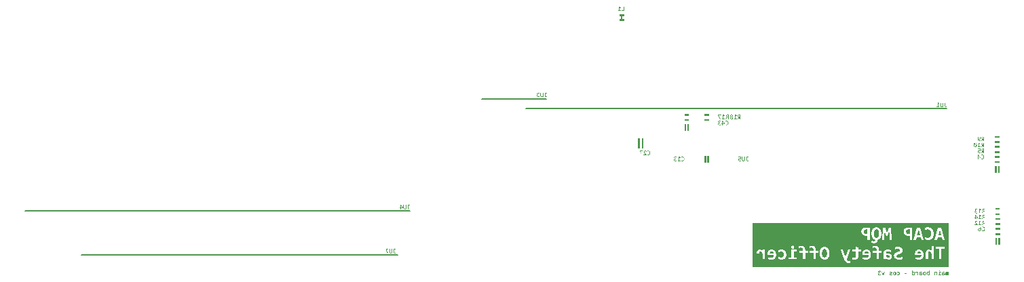
<source format=gbo>
G04 Layer_Color=32896*
%FSLAX25Y25*%
%MOIN*%
G70*
G01*
G75*
%ADD40C,0.00787*%
%ADD64C,0.00100*%
G36*
X488750Y15957D02*
X488769D01*
X488784Y15953D01*
X488796D01*
X488846Y15949D01*
X488888Y15945D01*
X488903Y15942D01*
X488919D01*
X488926Y15938D01*
X488930D01*
X488980Y15930D01*
X489022Y15918D01*
X489038Y15915D01*
X489053Y15911D01*
X489061Y15907D01*
X489065D01*
X489115Y15895D01*
X489157Y15884D01*
X489176Y15876D01*
X489191Y15872D01*
X489199Y15868D01*
X489203D01*
Y15531D01*
X489107Y15558D01*
X489065Y15569D01*
X489026Y15577D01*
X488996Y15584D01*
X488969Y15592D01*
X488953Y15596D01*
X488949D01*
X488857Y15611D01*
X488815Y15615D01*
X488777Y15619D01*
X488742Y15623D01*
X488696D01*
X488635Y15619D01*
X488581Y15611D01*
X488535Y15600D01*
X488500Y15588D01*
X488470Y15577D01*
X488450Y15565D01*
X488439Y15558D01*
X488435Y15554D01*
X488404Y15527D01*
X488385Y15492D01*
X488370Y15458D01*
X488358Y15427D01*
X488350Y15396D01*
X488347Y15373D01*
Y15358D01*
Y15350D01*
X488350Y15304D01*
X488358Y15266D01*
X488362Y15250D01*
X488366Y15239D01*
X488370Y15231D01*
Y15227D01*
X488389Y15189D01*
X488416Y15154D01*
X488435Y15135D01*
X488439Y15131D01*
X488443Y15127D01*
X488485Y15100D01*
X488527Y15077D01*
X488546Y15070D01*
X488562Y15062D01*
X488573Y15058D01*
X488577D01*
X488612Y15051D01*
X488646Y15047D01*
X488681Y15039D01*
X488715D01*
X488742Y15035D01*
X489003D01*
Y14732D01*
X488715D01*
X488673Y14728D01*
X488631Y14724D01*
X488596Y14720D01*
X488569Y14717D01*
X488550Y14713D01*
X488535Y14709D01*
X488531D01*
X488496Y14701D01*
X488462Y14690D01*
X488435Y14678D01*
X488412Y14667D01*
X488393Y14659D01*
X488381Y14651D01*
X488374Y14647D01*
X488370Y14643D01*
X488327Y14613D01*
X488297Y14582D01*
X488277Y14559D01*
X488274Y14551D01*
Y14548D01*
X488254Y14505D01*
X488243Y14463D01*
X488239Y14448D01*
Y14432D01*
Y14425D01*
Y14421D01*
X488243Y14363D01*
X488254Y14317D01*
X488258Y14302D01*
X488266Y14286D01*
X488270Y14279D01*
Y14275D01*
X488297Y14233D01*
X488327Y14198D01*
X488354Y14175D01*
X488362Y14171D01*
X488366Y14167D01*
X488420Y14141D01*
X488473Y14117D01*
X488496Y14114D01*
X488516Y14106D01*
X488527Y14102D01*
X488531D01*
X488608Y14091D01*
X488646Y14087D01*
X488681D01*
X488715Y14083D01*
X488815D01*
X488865Y14087D01*
X488911D01*
X488949Y14091D01*
X488984D01*
X489011Y14094D01*
X489034D01*
X489080Y14098D01*
X489122Y14106D01*
X489161Y14110D01*
X489195Y14117D01*
X489222Y14121D01*
X489241Y14125D01*
X489257Y14129D01*
X489260D01*
Y13780D01*
X489226Y13776D01*
X489195Y13772D01*
X489168Y13768D01*
X489161D01*
X489118Y13764D01*
X489080Y13760D01*
X489065Y13757D01*
X489042D01*
X488996Y13753D01*
X488957D01*
X488942Y13749D01*
X488919D01*
X488876Y13745D01*
X488804D01*
X488711Y13749D01*
X488627Y13753D01*
X488554Y13760D01*
X488489Y13768D01*
X488439Y13776D01*
X488397Y13783D01*
X488385Y13787D01*
X488374Y13791D01*
X488366D01*
X488301Y13810D01*
X488239Y13833D01*
X488189Y13852D01*
X488143Y13875D01*
X488108Y13895D01*
X488082Y13910D01*
X488062Y13922D01*
X488059Y13926D01*
X488016Y13960D01*
X487978Y13998D01*
X487947Y14037D01*
X487920Y14071D01*
X487901Y14098D01*
X487890Y14125D01*
X487882Y14141D01*
X487878Y14144D01*
X487859Y14194D01*
X487844Y14244D01*
X487832Y14290D01*
X487824Y14333D01*
X487820Y14371D01*
X487817Y14402D01*
Y14421D01*
Y14428D01*
X487820Y14498D01*
X487828Y14528D01*
X487832Y14555D01*
X487840Y14578D01*
X487847Y14594D01*
X487851Y14605D01*
Y14609D01*
X487878Y14667D01*
X487893Y14694D01*
X487909Y14713D01*
X487920Y14732D01*
X487932Y14743D01*
X487940Y14751D01*
X487943Y14755D01*
X487990Y14797D01*
X488036Y14832D01*
X488055Y14843D01*
X488070Y14851D01*
X488082Y14859D01*
X488086D01*
X488151Y14886D01*
X488181Y14897D01*
X488212Y14905D01*
X488235Y14909D01*
X488254Y14912D01*
X488270Y14916D01*
X488274D01*
X488216Y14943D01*
X488166Y14974D01*
X488124Y15004D01*
X488089Y15031D01*
X488059Y15058D01*
X488039Y15081D01*
X488028Y15097D01*
X488024Y15100D01*
X487993Y15150D01*
X487970Y15204D01*
X487955Y15254D01*
X487943Y15308D01*
X487936Y15350D01*
X487932Y15389D01*
Y15412D01*
Y15415D01*
Y15419D01*
Y15465D01*
X487940Y15507D01*
X487947Y15542D01*
X487955Y15577D01*
X487963Y15604D01*
X487970Y15623D01*
X487974Y15638D01*
X487978Y15642D01*
X487997Y15676D01*
X488020Y15711D01*
X488043Y15738D01*
X488062Y15765D01*
X488086Y15784D01*
X488101Y15799D01*
X488112Y15807D01*
X488116Y15811D01*
X488151Y15838D01*
X488189Y15861D01*
X488228Y15880D01*
X488262Y15895D01*
X488297Y15907D01*
X488320Y15915D01*
X488335Y15922D01*
X488343D01*
X488393Y15934D01*
X488446Y15945D01*
X488496Y15953D01*
X488546Y15957D01*
X488588Y15961D01*
X488704D01*
X488750Y15957D01*
D02*
G37*
G36*
X513272Y13849D02*
X513165Y13818D01*
X513115Y13806D01*
X513072Y13795D01*
X513034Y13787D01*
X513003Y13780D01*
X512984Y13776D01*
X512976D01*
X512857Y13760D01*
X512800Y13757D01*
X512750Y13753D01*
X512704Y13749D01*
X512638D01*
X512569Y13753D01*
X512504Y13757D01*
X512446Y13764D01*
X512396Y13776D01*
X512354Y13783D01*
X512320Y13791D01*
X512300Y13795D01*
X512293Y13799D01*
X512235Y13822D01*
X512185Y13849D01*
X512135Y13875D01*
X512097Y13902D01*
X512066Y13926D01*
X512039Y13945D01*
X512024Y13960D01*
X512020Y13964D01*
X511978Y14006D01*
X511943Y14056D01*
X511913Y14102D01*
X511886Y14144D01*
X511867Y14183D01*
X511851Y14213D01*
X511844Y14233D01*
X511840Y14240D01*
X511817Y14306D01*
X511801Y14375D01*
X511790Y14440D01*
X511782Y14505D01*
X511778Y14559D01*
X511774Y14601D01*
Y14617D01*
Y14628D01*
Y14636D01*
Y14640D01*
Y14709D01*
X511782Y14774D01*
X511786Y14832D01*
X511794Y14886D01*
X511801Y14928D01*
X511809Y14958D01*
X511813Y14978D01*
X511817Y14985D01*
X511832Y15043D01*
X511851Y15093D01*
X511874Y15139D01*
X511894Y15177D01*
X511909Y15208D01*
X511924Y15231D01*
X511932Y15246D01*
X511936Y15250D01*
X511966Y15289D01*
X511997Y15323D01*
X512032Y15354D01*
X512059Y15377D01*
X512085Y15396D01*
X512109Y15408D01*
X512124Y15415D01*
X512128Y15419D01*
X512174Y15438D01*
X512216Y15454D01*
X512262Y15465D01*
X512304Y15473D01*
X512339Y15477D01*
X512366Y15481D01*
X512393D01*
X512454Y15477D01*
X512508Y15469D01*
X512558Y15458D01*
X512600Y15446D01*
X512635Y15431D01*
X512658Y15419D01*
X512677Y15412D01*
X512681Y15408D01*
X512723Y15381D01*
X512765Y15350D01*
X512800Y15319D01*
X512830Y15289D01*
X512857Y15262D01*
X512877Y15239D01*
X512888Y15223D01*
X512892Y15220D01*
X512873Y15550D01*
Y16099D01*
X513272D01*
Y13849D01*
D02*
G37*
G36*
X522035Y15477D02*
X522070Y15473D01*
X522092Y15469D01*
X522096Y15465D01*
X522100D01*
X522135Y15450D01*
X522162Y15435D01*
X522181Y15423D01*
X522185Y15415D01*
X522189D01*
X522215Y15389D01*
X522242Y15358D01*
X522258Y15335D01*
X522265Y15331D01*
Y15327D01*
X522292Y15285D01*
X522315Y15246D01*
X522323Y15227D01*
X522331Y15212D01*
X522338Y15204D01*
Y15200D01*
X522342Y15446D01*
X522638D01*
Y13780D01*
X522292D01*
Y14859D01*
X522269Y14916D01*
X522250Y14966D01*
X522227Y15008D01*
X522212Y15043D01*
X522196Y15066D01*
X522185Y15085D01*
X522181Y15093D01*
X522177Y15097D01*
X522158Y15120D01*
X522139Y15135D01*
X522123Y15150D01*
X522108Y15158D01*
X522089Y15166D01*
X522081D01*
X522062Y15162D01*
X522043Y15158D01*
X522035Y15150D01*
X522031Y15147D01*
X522016Y15131D01*
X522008Y15120D01*
X522000Y15104D01*
Y15100D01*
X521993Y15077D01*
X521989Y15051D01*
X521985Y15031D01*
Y15028D01*
Y15024D01*
X521981Y14985D01*
Y14951D01*
Y14935D01*
Y14924D01*
Y14916D01*
Y14912D01*
Y13780D01*
X521639D01*
Y14859D01*
X521616Y14916D01*
X521597Y14966D01*
X521578Y15008D01*
X521559Y15043D01*
X521547Y15066D01*
X521536Y15085D01*
X521532Y15093D01*
X521528Y15097D01*
X521509Y15120D01*
X521490Y15135D01*
X521474Y15150D01*
X521459Y15158D01*
X521436Y15166D01*
X521428D01*
X521405Y15162D01*
X521390Y15158D01*
X521378Y15150D01*
X521374Y15147D01*
X521363Y15131D01*
X521355Y15120D01*
X521348Y15104D01*
Y15100D01*
X521340Y15077D01*
X521336Y15051D01*
X521332Y15031D01*
Y15028D01*
Y15024D01*
X521328Y14985D01*
Y14951D01*
Y14935D01*
Y14924D01*
Y14916D01*
Y14912D01*
Y13780D01*
X520983D01*
Y14974D01*
X520987Y15062D01*
X520998Y15139D01*
X521010Y15204D01*
X521025Y15254D01*
X521044Y15296D01*
X521056Y15327D01*
X521067Y15342D01*
X521071Y15350D01*
X521109Y15392D01*
X521152Y15427D01*
X521194Y15450D01*
X521240Y15465D01*
X521278Y15473D01*
X521309Y15481D01*
X521340D01*
X521382Y15477D01*
X521417Y15473D01*
X521444Y15469D01*
X521447Y15465D01*
X521451D01*
X521486Y15450D01*
X521513Y15435D01*
X521532Y15423D01*
X521536Y15415D01*
X521540D01*
X521570Y15389D01*
X521597Y15358D01*
X521613Y15335D01*
X521620Y15331D01*
Y15327D01*
X521647Y15285D01*
X521674Y15246D01*
X521682Y15227D01*
X521689Y15212D01*
X521697Y15204D01*
Y15200D01*
X521705Y15246D01*
X521716Y15289D01*
X521728Y15323D01*
X521743Y15350D01*
X521758Y15373D01*
X521770Y15392D01*
X521778Y15400D01*
X521781Y15404D01*
X521812Y15431D01*
X521847Y15450D01*
X521881Y15461D01*
X521916Y15473D01*
X521947Y15477D01*
X521970Y15481D01*
X521993D01*
X522035Y15477D01*
D02*
G37*
G36*
X538569Y46085D02*
X538465Y45843D01*
X537947Y46123D01*
Y44556D01*
X538500D01*
Y44291D01*
X537152D01*
Y44556D01*
X537632D01*
Y46446D01*
X537885D01*
X538569Y46085D01*
D02*
G37*
G36*
X522638Y29494D02*
Y17717D01*
X426181D01*
Y29494D01*
Y39317D01*
X522638D01*
Y29494D01*
D02*
G37*
G36*
X518133Y16160D02*
X518168Y16153D01*
X518191Y16145D01*
X518195Y16141D01*
X518199D01*
X518229Y16126D01*
X518256Y16107D01*
X518272Y16091D01*
X518279Y16083D01*
X518302Y16057D01*
X518318Y16030D01*
X518329Y16007D01*
X518333Y16003D01*
Y15999D01*
X518345Y15965D01*
X518349Y15934D01*
X518352Y15907D01*
Y15903D01*
Y15899D01*
X518349Y15861D01*
X518341Y15826D01*
X518337Y15803D01*
X518333Y15799D01*
Y15796D01*
X518318Y15765D01*
X518299Y15738D01*
X518283Y15723D01*
X518279Y15715D01*
X518253Y15692D01*
X518226Y15676D01*
X518206Y15665D01*
X518203Y15661D01*
X518199D01*
X518160Y15650D01*
X518126Y15646D01*
X518110Y15642D01*
X518091D01*
X518053Y15646D01*
X518022Y15653D01*
X517999Y15657D01*
X517995Y15661D01*
X517991D01*
X517957Y15676D01*
X517930Y15696D01*
X517915Y15711D01*
X517907Y15715D01*
X517884Y15742D01*
X517869Y15769D01*
X517857Y15788D01*
X517853Y15792D01*
Y15796D01*
X517838Y15834D01*
X517834Y15865D01*
X517830Y15891D01*
Y15895D01*
Y15899D01*
X517834Y15938D01*
X517842Y15968D01*
X517849Y15991D01*
X517853Y15995D01*
Y15999D01*
X517869Y16034D01*
X517888Y16060D01*
X517899Y16076D01*
X517907Y16083D01*
X517934Y16110D01*
X517961Y16126D01*
X517984Y16137D01*
X517988Y16141D01*
X517991D01*
X518026Y16157D01*
X518057Y16160D01*
X518084Y16164D01*
X518091D01*
X518133Y16160D01*
D02*
G37*
G36*
X490635Y13780D02*
X490174D01*
X489522Y15446D01*
X489952D01*
X490301Y14482D01*
X490401Y14190D01*
X490505Y14498D01*
X490850Y15446D01*
X491296D01*
X490635Y13780D01*
D02*
G37*
G36*
X497701Y15469D02*
X497766Y15461D01*
X497828Y15454D01*
X497881Y15442D01*
X497927Y15427D01*
X497958Y15419D01*
X497981Y15412D01*
X497985Y15408D01*
X497989D01*
X498046Y15381D01*
X498100Y15354D01*
X498146Y15323D01*
X498188Y15296D01*
X498219Y15270D01*
X498246Y15250D01*
X498261Y15235D01*
X498265Y15231D01*
X498308Y15185D01*
X498342Y15139D01*
X498373Y15093D01*
X498396Y15047D01*
X498415Y15008D01*
X498430Y14978D01*
X498438Y14958D01*
X498442Y14955D01*
Y14951D01*
X498461Y14889D01*
X498477Y14828D01*
X498488Y14766D01*
X498496Y14709D01*
X498500Y14663D01*
X498503Y14624D01*
Y14609D01*
Y14597D01*
Y14594D01*
Y14590D01*
X498500Y14513D01*
X498496Y14444D01*
X498484Y14382D01*
X498473Y14329D01*
X498465Y14286D01*
X498454Y14252D01*
X498450Y14233D01*
X498446Y14225D01*
X498423Y14167D01*
X498396Y14117D01*
X498369Y14071D01*
X498342Y14033D01*
X498319Y14002D01*
X498300Y13979D01*
X498284Y13964D01*
X498281Y13960D01*
X498238Y13926D01*
X498192Y13891D01*
X498146Y13864D01*
X498104Y13841D01*
X498066Y13826D01*
X498039Y13814D01*
X498020Y13806D01*
X498012Y13803D01*
X497950Y13783D01*
X497889Y13772D01*
X497831Y13760D01*
X497774Y13757D01*
X497728Y13753D01*
X497689Y13749D01*
X497655D01*
X497555Y13753D01*
X497509Y13757D01*
X497470Y13760D01*
X497436Y13764D01*
X497413Y13768D01*
X497394Y13772D01*
X497390D01*
X497298Y13791D01*
X497255Y13803D01*
X497221Y13814D01*
X497190Y13826D01*
X497163Y13833D01*
X497148Y13837D01*
X497144Y13841D01*
Y14198D01*
X497182Y14183D01*
X497217Y14167D01*
X497232Y14164D01*
X497240Y14160D01*
X497248Y14156D01*
X497252D01*
X497294Y14144D01*
X497332Y14137D01*
X497344Y14133D01*
X497355Y14129D01*
X497363Y14125D01*
X497367D01*
X497409Y14114D01*
X497447Y14110D01*
X497463Y14106D01*
X497474Y14102D01*
X497486D01*
X497528Y14098D01*
X497593D01*
X497670Y14102D01*
X497705Y14110D01*
X497732Y14117D01*
X497758Y14121D01*
X497778Y14129D01*
X497789Y14133D01*
X497793D01*
X497854Y14164D01*
X497881Y14179D01*
X497904Y14194D01*
X497920Y14210D01*
X497935Y14221D01*
X497943Y14229D01*
X497947Y14233D01*
X497989Y14286D01*
X498016Y14340D01*
X498027Y14359D01*
X498035Y14379D01*
X498043Y14390D01*
Y14394D01*
X498062Y14467D01*
X498066Y14505D01*
X498069Y14540D01*
X498073Y14571D01*
Y14594D01*
Y14609D01*
Y14613D01*
X498069Y14694D01*
X498062Y14732D01*
X498058Y14763D01*
X498050Y14789D01*
X498046Y14809D01*
X498043Y14820D01*
Y14824D01*
X498016Y14889D01*
X498000Y14916D01*
X497985Y14939D01*
X497970Y14958D01*
X497962Y14974D01*
X497954Y14981D01*
X497950Y14985D01*
X497900Y15031D01*
X497851Y15066D01*
X497831Y15077D01*
X497816Y15085D01*
X497804Y15093D01*
X497801D01*
X497732Y15116D01*
X497697Y15123D01*
X497666Y15127D01*
X497639Y15131D01*
X497601D01*
X497520Y15127D01*
X497482Y15123D01*
X497447Y15116D01*
X497417Y15112D01*
X497394Y15104D01*
X497378Y15100D01*
X497374D01*
X497290Y15077D01*
X497252Y15066D01*
X497217Y15051D01*
X497190Y15043D01*
X497171Y15031D01*
X497156Y15028D01*
X497152Y15024D01*
Y15412D01*
X497221Y15427D01*
X497255Y15435D01*
X497286Y15442D01*
X497317Y15446D01*
X497336Y15450D01*
X497351Y15454D01*
X497355D01*
X497398Y15461D01*
X497444Y15465D01*
X497490Y15469D01*
X497532D01*
X497570Y15473D01*
X497628D01*
X497701Y15469D01*
D02*
G37*
G36*
X536207Y46461D02*
X536223D01*
X536234Y46457D01*
X536245D01*
X536292Y46449D01*
X536330Y46446D01*
X536349Y46442D01*
X536361D01*
X536368Y46438D01*
X536372D01*
X536418Y46430D01*
X536457Y46422D01*
X536476Y46419D01*
X536487D01*
X536495Y46415D01*
X536499D01*
X536541Y46403D01*
X536580Y46392D01*
X536595Y46388D01*
X536607Y46384D01*
X536610Y46380D01*
X536614D01*
Y46131D01*
X536522Y46158D01*
X536480Y46169D01*
X536441Y46177D01*
X536411Y46185D01*
X536388Y46188D01*
X536372Y46192D01*
X536368D01*
X536284Y46207D01*
X536245Y46211D01*
X536215D01*
X536184Y46215D01*
X536146D01*
X536073Y46211D01*
X536011Y46204D01*
X535957Y46188D01*
X535915Y46177D01*
X535881Y46161D01*
X535858Y46146D01*
X535842Y46138D01*
X535839Y46134D01*
X535804Y46100D01*
X535777Y46062D01*
X535758Y46023D01*
X535743Y45981D01*
X535735Y45943D01*
X535731Y45912D01*
Y45893D01*
Y45889D01*
Y45885D01*
X535735Y45823D01*
X535739Y45797D01*
X535746Y45770D01*
X535750Y45750D01*
X535758Y45735D01*
X535762Y45728D01*
Y45724D01*
X535789Y45678D01*
X535815Y45639D01*
X535839Y45616D01*
X535846Y45612D01*
X535850Y45608D01*
X535896Y45578D01*
X535942Y45555D01*
X535961Y45547D01*
X535973Y45539D01*
X535984Y45535D01*
X535988D01*
X536050Y45524D01*
X536103Y45516D01*
X536130Y45513D01*
X536411D01*
Y45278D01*
X536169D01*
X536084Y45274D01*
X536046Y45270D01*
X536015Y45267D01*
X535988Y45263D01*
X535969Y45259D01*
X535954Y45255D01*
X535950D01*
X535881Y45236D01*
X535854Y45224D01*
X535827Y45213D01*
X535808Y45201D01*
X535792Y45194D01*
X535785Y45190D01*
X535781Y45186D01*
X535731Y45151D01*
X535696Y45117D01*
X535685Y45102D01*
X535677Y45090D01*
X535670Y45082D01*
Y45079D01*
X535654Y45052D01*
X535646Y45029D01*
X535631Y44979D01*
Y44956D01*
X535627Y44940D01*
Y44929D01*
Y44925D01*
X535631Y44856D01*
X535639Y44829D01*
X535643Y44802D01*
X535650Y44783D01*
X535658Y44767D01*
X535662Y44756D01*
Y44752D01*
X535693Y44698D01*
X535727Y44656D01*
X535743Y44641D01*
X535758Y44629D01*
X535766Y44622D01*
X535769Y44618D01*
X535796Y44598D01*
X535827Y44583D01*
X535888Y44556D01*
X535915Y44549D01*
X535934Y44541D01*
X535950Y44537D01*
X535954D01*
X536000Y44529D01*
X536046Y44522D01*
X536092Y44518D01*
X536134Y44514D01*
X536169Y44510D01*
X536315D01*
X536353Y44514D01*
X536418D01*
X536441Y44518D01*
X536461D01*
X536541Y44529D01*
X536576Y44533D01*
X536607Y44537D01*
X536633Y44541D01*
X536653Y44545D01*
X536668Y44549D01*
X536672D01*
Y44291D01*
X536607Y44284D01*
X536572Y44280D01*
X536545Y44276D01*
X536518D01*
X536499Y44272D01*
X536484D01*
X536403Y44265D01*
X536365D01*
X536330Y44261D01*
X536253D01*
X536169Y44265D01*
X536092Y44268D01*
X536023Y44276D01*
X535965Y44287D01*
X535915Y44295D01*
X535881Y44303D01*
X535858Y44307D01*
X535850Y44311D01*
X535785Y44334D01*
X535731Y44357D01*
X535681Y44380D01*
X535639Y44403D01*
X535604Y44426D01*
X535577Y44441D01*
X535562Y44453D01*
X535558Y44456D01*
X535516Y44495D01*
X535481Y44529D01*
X535455Y44568D01*
X535428Y44602D01*
X535408Y44633D01*
X535397Y44656D01*
X535389Y44671D01*
X535385Y44675D01*
X535366Y44721D01*
X535351Y44767D01*
X535343Y44814D01*
X535335Y44856D01*
X535332Y44890D01*
X535328Y44917D01*
Y44933D01*
Y44940D01*
Y44979D01*
X535335Y45013D01*
X535339Y45044D01*
X535347Y45071D01*
X535355Y45094D01*
X535362Y45109D01*
X535366Y45121D01*
X535370Y45125D01*
X535401Y45182D01*
X535420Y45209D01*
X535435Y45228D01*
X535451Y45248D01*
X535462Y45259D01*
X535470Y45267D01*
X535474Y45270D01*
X535524Y45313D01*
X535573Y45344D01*
X535593Y45355D01*
X535608Y45363D01*
X535620Y45370D01*
X535623D01*
X535681Y45393D01*
X535735Y45413D01*
X535754Y45417D01*
X535769Y45420D01*
X535781Y45424D01*
X535785D01*
X535727Y45455D01*
X535677Y45486D01*
X535631Y45520D01*
X535597Y45551D01*
X535566Y45578D01*
X535547Y45601D01*
X535531Y45616D01*
X535528Y45620D01*
X535497Y45670D01*
X535474Y45724D01*
X535455Y45774D01*
X535443Y45823D01*
X535435Y45866D01*
X535431Y45900D01*
Y45923D01*
Y45927D01*
Y45931D01*
Y45977D01*
X535439Y46016D01*
X535447Y46054D01*
X535455Y46088D01*
X535462Y46112D01*
X535470Y46134D01*
X535474Y46146D01*
X535477Y46150D01*
X535497Y46185D01*
X535516Y46219D01*
X535539Y46246D01*
X535562Y46273D01*
X535581Y46292D01*
X535597Y46307D01*
X535608Y46315D01*
X535612Y46319D01*
X535646Y46342D01*
X535681Y46365D01*
X535716Y46384D01*
X535750Y46400D01*
X535781Y46411D01*
X535804Y46419D01*
X535819Y46426D01*
X535827D01*
X535877Y46438D01*
X535927Y46449D01*
X535977Y46457D01*
X536023Y46461D01*
X536065Y46465D01*
X536169D01*
X536207Y46461D01*
D02*
G37*
G36*
X520100Y15477D02*
X520153Y15469D01*
X520203Y15465D01*
X520246Y15458D01*
X520276Y15450D01*
X520295Y15446D01*
X520303D01*
X520361Y15435D01*
X520411Y15423D01*
X520457Y15408D01*
X520495Y15396D01*
X520530Y15385D01*
X520553Y15377D01*
X520572Y15373D01*
X520576Y15369D01*
Y15051D01*
X520476Y15089D01*
X520430Y15104D01*
X520388Y15120D01*
X520353Y15127D01*
X520322Y15135D01*
X520307Y15143D01*
X520299D01*
X520192Y15162D01*
X520146Y15170D01*
X520100Y15173D01*
X520061Y15177D01*
X520007D01*
X519946Y15173D01*
X519919Y15170D01*
X519896Y15166D01*
X519877Y15162D01*
X519865Y15158D01*
X519858Y15154D01*
X519854D01*
X519812Y15139D01*
X519777Y15120D01*
X519758Y15108D01*
X519750Y15100D01*
X519723Y15074D01*
X519704Y15043D01*
X519693Y15020D01*
X519689Y15016D01*
Y15012D01*
X519677Y14974D01*
X519673Y14935D01*
X519669Y14920D01*
Y14909D01*
Y14901D01*
Y14897D01*
Y14801D01*
X519965D01*
X520030Y14793D01*
X520092Y14789D01*
X520146Y14782D01*
X520188Y14774D01*
X520222Y14766D01*
X520242Y14763D01*
X520249Y14759D01*
X520303Y14743D01*
X520353Y14724D01*
X520399Y14705D01*
X520434Y14686D01*
X520464Y14670D01*
X520487Y14655D01*
X520503Y14647D01*
X520507Y14643D01*
X520541Y14617D01*
X520572Y14586D01*
X520599Y14559D01*
X520618Y14532D01*
X520633Y14509D01*
X520649Y14490D01*
X520652Y14475D01*
X520656Y14471D01*
X520672Y14432D01*
X520683Y14394D01*
X520695Y14359D01*
X520699Y14325D01*
X520702Y14298D01*
X520706Y14275D01*
Y14259D01*
Y14256D01*
X520702Y14175D01*
X520695Y14137D01*
X520691Y14106D01*
X520683Y14083D01*
X520679Y14060D01*
X520676Y14048D01*
Y14044D01*
X520645Y13979D01*
X520630Y13949D01*
X520614Y13926D01*
X520599Y13906D01*
X520587Y13891D01*
X520580Y13883D01*
X520576Y13879D01*
X520522Y13837D01*
X520472Y13806D01*
X520449Y13795D01*
X520430Y13787D01*
X520418Y13780D01*
X520414D01*
X520338Y13757D01*
X520299Y13749D01*
X520265Y13745D01*
X520234D01*
X520211Y13741D01*
X520188D01*
X520119Y13745D01*
X520088Y13749D01*
X520065Y13753D01*
X520042D01*
X520027Y13757D01*
X520015Y13760D01*
X520011D01*
X519954Y13776D01*
X519908Y13791D01*
X519888Y13799D01*
X519873Y13806D01*
X519865Y13810D01*
X519862D01*
X519812Y13837D01*
X519773Y13864D01*
X519758Y13875D01*
X519746Y13883D01*
X519739Y13887D01*
X519735Y13891D01*
X519693Y13929D01*
X519658Y13960D01*
X519643Y13975D01*
X519631Y13987D01*
X519627Y13991D01*
X519623Y13995D01*
X519616Y13780D01*
X519270D01*
Y14916D01*
Y14966D01*
X519278Y15012D01*
X519282Y15054D01*
X519289Y15089D01*
X519297Y15120D01*
X519305Y15139D01*
X519309Y15154D01*
X519312Y15158D01*
X519332Y15197D01*
X519351Y15231D01*
X519374Y15262D01*
X519393Y15289D01*
X519412Y15308D01*
X519428Y15323D01*
X519439Y15331D01*
X519443Y15335D01*
X519478Y15362D01*
X519512Y15381D01*
X519550Y15400D01*
X519585Y15415D01*
X519616Y15427D01*
X519639Y15435D01*
X519654Y15442D01*
X519662D01*
X519712Y15454D01*
X519766Y15465D01*
X519819Y15473D01*
X519869Y15477D01*
X519911Y15481D01*
X520038D01*
X520100Y15477D01*
D02*
G37*
G36*
X509017D02*
X509071Y15469D01*
X509121Y15465D01*
X509163Y15458D01*
X509194Y15450D01*
X509213Y15446D01*
X509221D01*
X509278Y15435D01*
X509328Y15423D01*
X509374Y15408D01*
X509413Y15396D01*
X509447Y15385D01*
X509470Y15377D01*
X509490Y15373D01*
X509493Y15369D01*
Y15051D01*
X509394Y15089D01*
X509348Y15104D01*
X509305Y15120D01*
X509271Y15127D01*
X509240Y15135D01*
X509225Y15143D01*
X509217D01*
X509109Y15162D01*
X509063Y15170D01*
X509017Y15173D01*
X508979Y15177D01*
X508925D01*
X508864Y15173D01*
X508837Y15170D01*
X508814Y15166D01*
X508795Y15162D01*
X508783Y15158D01*
X508775Y15154D01*
X508772D01*
X508729Y15139D01*
X508695Y15120D01*
X508676Y15108D01*
X508668Y15100D01*
X508641Y15074D01*
X508622Y15043D01*
X508610Y15020D01*
X508606Y15016D01*
Y15012D01*
X508595Y14974D01*
X508591Y14935D01*
X508587Y14920D01*
Y14909D01*
Y14901D01*
Y14897D01*
Y14801D01*
X508883D01*
X508948Y14793D01*
X509010Y14789D01*
X509063Y14782D01*
X509106Y14774D01*
X509140Y14766D01*
X509159Y14763D01*
X509167Y14759D01*
X509221Y14743D01*
X509271Y14724D01*
X509317Y14705D01*
X509351Y14686D01*
X509382Y14670D01*
X509405Y14655D01*
X509420Y14647D01*
X509424Y14643D01*
X509459Y14617D01*
X509490Y14586D01*
X509516Y14559D01*
X509536Y14532D01*
X509551Y14509D01*
X509566Y14490D01*
X509570Y14475D01*
X509574Y14471D01*
X509589Y14432D01*
X509601Y14394D01*
X509613Y14359D01*
X509616Y14325D01*
X509620Y14298D01*
X509624Y14275D01*
Y14259D01*
Y14256D01*
X509620Y14175D01*
X509613Y14137D01*
X509609Y14106D01*
X509601Y14083D01*
X509597Y14060D01*
X509593Y14048D01*
Y14044D01*
X509563Y13979D01*
X509547Y13949D01*
X509532Y13926D01*
X509516Y13906D01*
X509505Y13891D01*
X509497Y13883D01*
X509493Y13879D01*
X509440Y13837D01*
X509390Y13806D01*
X509367Y13795D01*
X509348Y13787D01*
X509336Y13780D01*
X509332D01*
X509255Y13757D01*
X509217Y13749D01*
X509182Y13745D01*
X509152D01*
X509129Y13741D01*
X509106D01*
X509036Y13745D01*
X509006Y13749D01*
X508983Y13753D01*
X508960D01*
X508944Y13757D01*
X508933Y13760D01*
X508929D01*
X508871Y13776D01*
X508825Y13791D01*
X508806Y13799D01*
X508791Y13806D01*
X508783Y13810D01*
X508779D01*
X508729Y13837D01*
X508691Y13864D01*
X508676Y13875D01*
X508664Y13883D01*
X508656Y13887D01*
X508652Y13891D01*
X508610Y13929D01*
X508576Y13960D01*
X508560Y13975D01*
X508549Y13987D01*
X508545Y13991D01*
X508541Y13995D01*
X508533Y13780D01*
X508188D01*
Y14916D01*
Y14966D01*
X508196Y15012D01*
X508199Y15054D01*
X508207Y15089D01*
X508215Y15120D01*
X508222Y15139D01*
X508226Y15154D01*
X508230Y15158D01*
X508249Y15197D01*
X508268Y15231D01*
X508292Y15262D01*
X508311Y15289D01*
X508330Y15308D01*
X508345Y15323D01*
X508357Y15331D01*
X508361Y15335D01*
X508395Y15362D01*
X508430Y15381D01*
X508468Y15400D01*
X508503Y15415D01*
X508533Y15427D01*
X508557Y15435D01*
X508572Y15442D01*
X508580D01*
X508630Y15454D01*
X508683Y15465D01*
X508737Y15473D01*
X508787Y15477D01*
X508829Y15481D01*
X508956D01*
X509017Y15477D01*
D02*
G37*
G36*
X502002Y14494D02*
X500980D01*
Y14851D01*
X502002D01*
Y14494D01*
D02*
G37*
G36*
X361507Y145494D02*
X361403Y145252D01*
X360885Y145533D01*
Y143966D01*
X361438D01*
Y143701D01*
X360090D01*
Y143966D01*
X360570D01*
Y145855D01*
X360823D01*
X361507Y145494D01*
D02*
G37*
G36*
X412584Y92344D02*
X412481Y92102D01*
X411962Y92383D01*
Y90816D01*
X412515D01*
Y90551D01*
X411167D01*
Y90816D01*
X411648D01*
Y92705D01*
X411901D01*
X412584Y92344D01*
D02*
G37*
G36*
X536871Y42061D02*
Y41811D01*
X535839D01*
Y41339D01*
X535547D01*
Y41811D01*
X535182D01*
Y42061D01*
X535547D01*
Y43481D01*
X535957D01*
X536871Y42061D01*
D02*
G37*
G36*
X418490Y92344D02*
X418386Y92102D01*
X417868Y92383D01*
Y90816D01*
X418421D01*
Y90551D01*
X417073D01*
Y90816D01*
X417553D01*
Y92705D01*
X417806D01*
X418490Y92344D01*
D02*
G37*
G36*
X410764Y92429D02*
X409609D01*
X410542Y90551D01*
X410215D01*
X409313Y92429D01*
Y92694D01*
X410764D01*
Y92429D01*
D02*
G37*
G36*
X414370Y90551D02*
X414078D01*
Y91507D01*
X413944D01*
X413898Y91504D01*
X413863Y91500D01*
X413848Y91496D01*
X413836D01*
X413833Y91492D01*
X413829D01*
X413790Y91480D01*
X413760Y91465D01*
X413740Y91454D01*
X413733Y91450D01*
X413702Y91423D01*
X413675Y91396D01*
X413660Y91373D01*
X413652Y91369D01*
Y91365D01*
X413625Y91323D01*
X413598Y91281D01*
X413591Y91262D01*
X413583Y91250D01*
X413575Y91238D01*
Y91235D01*
X413257Y90551D01*
X412926D01*
X413268Y91258D01*
X413291Y91304D01*
X413314Y91342D01*
X413337Y91377D01*
X413356Y91408D01*
X413376Y91430D01*
X413387Y91446D01*
X413395Y91457D01*
X413399Y91461D01*
X413422Y91488D01*
X413448Y91511D01*
X413472Y91530D01*
X413495Y91546D01*
X413518Y91557D01*
X413533Y91565D01*
X413545Y91573D01*
X413548D01*
X413506Y91584D01*
X413472Y91596D01*
X413437Y91611D01*
X413410Y91623D01*
X413383Y91634D01*
X413368Y91646D01*
X413356Y91649D01*
X413352Y91653D01*
X413291Y91695D01*
X413268Y91715D01*
X413245Y91734D01*
X413230Y91753D01*
X413218Y91765D01*
X413210Y91772D01*
X413207Y91776D01*
X413168Y91834D01*
X413141Y91884D01*
X413130Y91907D01*
X413122Y91922D01*
X413118Y91934D01*
Y91937D01*
X413099Y92006D01*
X413095Y92037D01*
X413091Y92068D01*
X413088Y92095D01*
Y92114D01*
Y92126D01*
Y92129D01*
Y92176D01*
X413095Y92218D01*
X413099Y92260D01*
X413107Y92291D01*
X413114Y92321D01*
X413122Y92341D01*
X413126Y92356D01*
X413130Y92360D01*
X413145Y92398D01*
X413164Y92433D01*
X413187Y92460D01*
X413207Y92487D01*
X413226Y92510D01*
X413241Y92525D01*
X413253Y92533D01*
X413257Y92536D01*
X413291Y92563D01*
X413326Y92586D01*
X413364Y92606D01*
X413399Y92621D01*
X413429Y92636D01*
X413452Y92644D01*
X413468Y92652D01*
X413475D01*
X413529Y92667D01*
X413583Y92675D01*
X413637Y92682D01*
X413687Y92690D01*
X413733D01*
X413767Y92694D01*
X414370D01*
Y90551D01*
D02*
G37*
G36*
X538569Y43132D02*
X538465Y42890D01*
X537947Y43170D01*
Y41603D01*
X538500D01*
Y41339D01*
X537152D01*
Y41603D01*
X537632D01*
Y43493D01*
X537885D01*
X538569Y43132D01*
D02*
G37*
G36*
X540354Y44291D02*
X540063D01*
Y45248D01*
X539928D01*
X539882Y45244D01*
X539848Y45240D01*
X539832Y45236D01*
X539821D01*
X539817Y45232D01*
X539813D01*
X539775Y45221D01*
X539744Y45205D01*
X539725Y45194D01*
X539717Y45190D01*
X539686Y45163D01*
X539659Y45136D01*
X539644Y45113D01*
X539636Y45109D01*
Y45105D01*
X539609Y45063D01*
X539582Y45021D01*
X539575Y45002D01*
X539567Y44990D01*
X539560Y44979D01*
Y44975D01*
X539241Y44291D01*
X538910D01*
X539252Y44998D01*
X539275Y45044D01*
X539298Y45082D01*
X539321Y45117D01*
X539341Y45148D01*
X539360Y45171D01*
X539371Y45186D01*
X539379Y45198D01*
X539383Y45201D01*
X539406Y45228D01*
X539433Y45251D01*
X539456Y45270D01*
X539479Y45286D01*
X539502Y45297D01*
X539517Y45305D01*
X539529Y45313D01*
X539533D01*
X539490Y45324D01*
X539456Y45336D01*
X539421Y45351D01*
X539394Y45363D01*
X539367Y45374D01*
X539352Y45386D01*
X539341Y45390D01*
X539337Y45393D01*
X539275Y45436D01*
X539252Y45455D01*
X539229Y45474D01*
X539214Y45493D01*
X539202Y45505D01*
X539195Y45513D01*
X539191Y45516D01*
X539152Y45574D01*
X539125Y45624D01*
X539114Y45647D01*
X539106Y45662D01*
X539103Y45674D01*
Y45678D01*
X539083Y45747D01*
X539079Y45777D01*
X539076Y45808D01*
X539072Y45835D01*
Y45854D01*
Y45866D01*
Y45870D01*
Y45916D01*
X539079Y45958D01*
X539083Y46000D01*
X539091Y46031D01*
X539099Y46062D01*
X539106Y46081D01*
X539110Y46096D01*
X539114Y46100D01*
X539129Y46138D01*
X539149Y46173D01*
X539172Y46200D01*
X539191Y46227D01*
X539210Y46250D01*
X539225Y46265D01*
X539237Y46273D01*
X539241Y46277D01*
X539275Y46303D01*
X539310Y46327D01*
X539348Y46346D01*
X539383Y46361D01*
X539413Y46376D01*
X539437Y46384D01*
X539452Y46392D01*
X539460D01*
X539513Y46407D01*
X539567Y46415D01*
X539621Y46422D01*
X539671Y46430D01*
X539717D01*
X539751Y46434D01*
X540354D01*
Y44291D01*
D02*
G37*
G36*
X246772Y26776D02*
X246841Y26768D01*
X246902Y26753D01*
X246956Y26741D01*
X247002Y26726D01*
X247037Y26711D01*
X247056Y26703D01*
X247064Y26699D01*
X247121Y26668D01*
X247175Y26634D01*
X247221Y26599D01*
X247259Y26568D01*
X247294Y26542D01*
X247317Y26519D01*
X247336Y26499D01*
X247340Y26496D01*
X247183Y26307D01*
X247148Y26342D01*
X247113Y26373D01*
X247079Y26400D01*
X247044Y26423D01*
X247018Y26442D01*
X246998Y26453D01*
X246983Y26461D01*
X246979Y26465D01*
X246937Y26484D01*
X246895Y26499D01*
X246852Y26511D01*
X246814Y26519D01*
X246779Y26522D01*
X246753Y26526D01*
X246729D01*
X246664Y26522D01*
X246634Y26515D01*
X246610Y26511D01*
X246591Y26503D01*
X246576Y26496D01*
X246568Y26492D01*
X246564D01*
X246515Y26465D01*
X246480Y26438D01*
X246457Y26415D01*
X246449Y26411D01*
Y26407D01*
X246418Y26365D01*
X246395Y26323D01*
X246388Y26307D01*
X246384Y26292D01*
X246380Y26284D01*
Y26281D01*
X246365Y26231D01*
X246361Y26181D01*
X246357Y26162D01*
Y26146D01*
Y26138D01*
Y26135D01*
X246361Y26073D01*
X246365Y26046D01*
Y26023D01*
X246369Y26004D01*
X246372Y25989D01*
X246376Y25981D01*
Y25977D01*
X246392Y25923D01*
X246415Y25874D01*
X246426Y25854D01*
X246434Y25839D01*
X246438Y25827D01*
X246442Y25824D01*
X246480Y25762D01*
X246522Y25705D01*
X246541Y25678D01*
X246557Y25659D01*
X246568Y25647D01*
X246572Y25643D01*
X246607Y25605D01*
X246641Y25566D01*
X246680Y25528D01*
X246714Y25493D01*
X246745Y25459D01*
X246772Y25436D01*
X246787Y25420D01*
X246795Y25413D01*
X247348Y24860D01*
Y24606D01*
X245935D01*
Y24879D01*
X246975D01*
X246587Y25255D01*
X246537Y25305D01*
X246495Y25351D01*
X246453Y25394D01*
X246418Y25428D01*
X246392Y25459D01*
X246372Y25482D01*
X246357Y25497D01*
X246353Y25501D01*
X246315Y25543D01*
X246284Y25582D01*
X246253Y25616D01*
X246230Y25651D01*
X246211Y25678D01*
X246196Y25697D01*
X246188Y25712D01*
X246184Y25716D01*
X246142Y25793D01*
X246123Y25827D01*
X246111Y25858D01*
X246100Y25885D01*
X246092Y25904D01*
X246084Y25920D01*
Y25923D01*
X246065Y26004D01*
X246058Y26043D01*
X246054Y26081D01*
X246050Y26108D01*
Y26135D01*
Y26150D01*
Y26154D01*
X246054Y26208D01*
X246058Y26258D01*
X246065Y26300D01*
X246073Y26338D01*
X246084Y26373D01*
X246092Y26396D01*
X246096Y26411D01*
X246100Y26415D01*
X246119Y26457D01*
X246138Y26496D01*
X246161Y26526D01*
X246180Y26557D01*
X246200Y26580D01*
X246215Y26595D01*
X246227Y26607D01*
X246230Y26611D01*
X246299Y26665D01*
X246330Y26684D01*
X246365Y26703D01*
X246392Y26715D01*
X246415Y26726D01*
X246430Y26734D01*
X246434D01*
X246480Y26749D01*
X246522Y26761D01*
X246568Y26768D01*
X246607Y26776D01*
X246641D01*
X246672Y26780D01*
X246695D01*
X246772Y26776D01*
D02*
G37*
G36*
X540354Y41339D02*
X540063D01*
Y42295D01*
X539928D01*
X539882Y42291D01*
X539848Y42287D01*
X539832Y42283D01*
X539821D01*
X539817Y42279D01*
X539813D01*
X539775Y42268D01*
X539744Y42252D01*
X539725Y42241D01*
X539717Y42237D01*
X539686Y42210D01*
X539659Y42183D01*
X539644Y42160D01*
X539636Y42156D01*
Y42153D01*
X539609Y42110D01*
X539582Y42068D01*
X539575Y42049D01*
X539567Y42037D01*
X539560Y42026D01*
Y42022D01*
X539241Y41339D01*
X538910D01*
X539252Y42045D01*
X539275Y42091D01*
X539298Y42130D01*
X539321Y42164D01*
X539341Y42195D01*
X539360Y42218D01*
X539371Y42233D01*
X539379Y42245D01*
X539383Y42249D01*
X539406Y42276D01*
X539433Y42299D01*
X539456Y42318D01*
X539479Y42333D01*
X539502Y42345D01*
X539517Y42352D01*
X539529Y42360D01*
X539533D01*
X539490Y42371D01*
X539456Y42383D01*
X539421Y42398D01*
X539394Y42410D01*
X539367Y42421D01*
X539352Y42433D01*
X539341Y42437D01*
X539337Y42441D01*
X539275Y42483D01*
X539252Y42502D01*
X539229Y42521D01*
X539214Y42540D01*
X539202Y42552D01*
X539195Y42560D01*
X539191Y42564D01*
X539152Y42621D01*
X539125Y42671D01*
X539114Y42694D01*
X539106Y42709D01*
X539103Y42721D01*
Y42725D01*
X539083Y42794D01*
X539079Y42825D01*
X539076Y42855D01*
X539072Y42882D01*
Y42902D01*
Y42913D01*
Y42917D01*
Y42963D01*
X539079Y43005D01*
X539083Y43047D01*
X539091Y43078D01*
X539099Y43109D01*
X539106Y43128D01*
X539110Y43143D01*
X539114Y43147D01*
X539129Y43186D01*
X539149Y43220D01*
X539172Y43247D01*
X539191Y43274D01*
X539210Y43297D01*
X539225Y43312D01*
X539237Y43320D01*
X539241Y43324D01*
X539275Y43351D01*
X539310Y43374D01*
X539348Y43393D01*
X539383Y43408D01*
X539413Y43424D01*
X539437Y43431D01*
X539452Y43439D01*
X539460D01*
X539513Y43454D01*
X539567Y43462D01*
X539621Y43470D01*
X539671Y43477D01*
X539717D01*
X539751Y43481D01*
X540354D01*
Y41339D01*
D02*
G37*
G36*
X250957Y26496D02*
X250139D01*
Y25259D01*
X250143Y25186D01*
X250155Y25121D01*
X250170Y25067D01*
X250189Y25025D01*
X250209Y24990D01*
X250224Y24963D01*
X250235Y24948D01*
X250239Y24944D01*
X250278Y24910D01*
X250324Y24883D01*
X250370Y24864D01*
X250412Y24852D01*
X250454Y24844D01*
X250485Y24837D01*
X250516D01*
X250604Y24844D01*
X250646Y24848D01*
X250685Y24856D01*
X250715Y24864D01*
X250739Y24867D01*
X250754Y24875D01*
X250762D01*
X250808Y24894D01*
X250850Y24914D01*
X250884Y24933D01*
X250919Y24952D01*
X250946Y24967D01*
X250965Y24983D01*
X250980Y24990D01*
X250984Y24994D01*
Y24702D01*
X250954Y24683D01*
X250923Y24668D01*
X250900Y24656D01*
X250896Y24652D01*
X250892D01*
X250850Y24637D01*
X250815Y24625D01*
X250800Y24622D01*
X250788Y24618D01*
X250781Y24614D01*
X250777D01*
X250731Y24606D01*
X250689Y24599D01*
X250673D01*
X250662Y24595D01*
X250650D01*
X250600Y24587D01*
X250558Y24583D01*
X250520D01*
X250458Y24587D01*
X250401Y24591D01*
X250351Y24599D01*
X250305Y24610D01*
X250270Y24622D01*
X250243Y24629D01*
X250224Y24633D01*
X250220Y24637D01*
X250174Y24660D01*
X250136Y24683D01*
X250097Y24706D01*
X250070Y24729D01*
X250043Y24752D01*
X250028Y24768D01*
X250017Y24779D01*
X250013Y24783D01*
X249982Y24817D01*
X249959Y24856D01*
X249936Y24891D01*
X249917Y24925D01*
X249905Y24956D01*
X249894Y24979D01*
X249886Y24994D01*
Y24998D01*
X249871Y25044D01*
X249863Y25090D01*
X249855Y25136D01*
X249848Y25175D01*
Y25209D01*
X249844Y25236D01*
Y25251D01*
Y25259D01*
Y26749D01*
X250957D01*
Y26496D01*
D02*
G37*
G36*
X249256Y25305D02*
Y25244D01*
X249249Y25190D01*
X249245Y25136D01*
X249237Y25094D01*
X249229Y25056D01*
X249225Y25029D01*
X249218Y25013D01*
Y25006D01*
X249202Y24956D01*
X249183Y24914D01*
X249160Y24875D01*
X249141Y24840D01*
X249122Y24814D01*
X249107Y24791D01*
X249095Y24779D01*
X249091Y24775D01*
X249057Y24741D01*
X249018Y24710D01*
X248980Y24687D01*
X248945Y24664D01*
X248915Y24648D01*
X248888Y24637D01*
X248872Y24629D01*
X248865Y24625D01*
X248811Y24610D01*
X248749Y24599D01*
X248696Y24587D01*
X248642Y24583D01*
X248592Y24579D01*
X248557Y24576D01*
X248523D01*
X248458Y24579D01*
X248396Y24583D01*
X248342Y24591D01*
X248296Y24602D01*
X248258Y24614D01*
X248227Y24622D01*
X248212Y24625D01*
X248204Y24629D01*
X248154Y24652D01*
X248108Y24675D01*
X248066Y24702D01*
X248031Y24725D01*
X248004Y24748D01*
X247981Y24768D01*
X247970Y24779D01*
X247966Y24783D01*
X247931Y24825D01*
X247901Y24864D01*
X247878Y24906D01*
X247859Y24944D01*
X247839Y24979D01*
X247828Y25006D01*
X247824Y25021D01*
X247820Y25029D01*
X247801Y25082D01*
X247789Y25140D01*
X247778Y25194D01*
X247774Y25244D01*
X247770Y25286D01*
X247766Y25321D01*
Y25344D01*
Y25347D01*
Y25351D01*
Y26749D01*
X248058D01*
Y25332D01*
X248062Y25248D01*
X248074Y25171D01*
X248093Y25106D01*
X248112Y25052D01*
X248135Y25010D01*
X248150Y24979D01*
X248166Y24963D01*
X248169Y24956D01*
X248216Y24910D01*
X248269Y24879D01*
X248327Y24856D01*
X248385Y24837D01*
X248434Y24829D01*
X248477Y24825D01*
X248492Y24821D01*
X248561D01*
X248600Y24825D01*
X248634Y24833D01*
X248665Y24837D01*
X248692Y24844D01*
X248711Y24848D01*
X248723Y24852D01*
X248726D01*
X248784Y24883D01*
X248807Y24898D01*
X248826Y24914D01*
X248842Y24925D01*
X248853Y24937D01*
X248861Y24944D01*
X248865Y24948D01*
X248899Y25002D01*
X248922Y25052D01*
X248930Y25075D01*
X248938Y25090D01*
X248941Y25102D01*
Y25106D01*
X248953Y25182D01*
X248961Y25217D01*
Y25251D01*
X248964Y25282D01*
Y25305D01*
Y25324D01*
Y25328D01*
Y26749D01*
X249256D01*
Y25305D01*
D02*
G37*
G36*
X518040Y98250D02*
X517936Y98008D01*
X517418Y98288D01*
Y96722D01*
X517971D01*
Y96457D01*
X516623D01*
Y96722D01*
X517103D01*
Y98611D01*
X517357D01*
X518040Y98250D01*
D02*
G37*
G36*
X519925Y97156D02*
Y97094D01*
X519918Y97040D01*
X519914Y96987D01*
X519906Y96944D01*
X519899Y96906D01*
X519895Y96879D01*
X519887Y96864D01*
Y96856D01*
X519872Y96806D01*
X519853Y96764D01*
X519830Y96725D01*
X519810Y96691D01*
X519791Y96664D01*
X519776Y96641D01*
X519764Y96630D01*
X519760Y96626D01*
X519726Y96591D01*
X519688Y96560D01*
X519649Y96537D01*
X519615Y96514D01*
X519584Y96499D01*
X519557Y96487D01*
X519542Y96480D01*
X519534Y96476D01*
X519480Y96460D01*
X519419Y96449D01*
X519365Y96438D01*
X519311Y96434D01*
X519261Y96430D01*
X519227Y96426D01*
X519192D01*
X519127Y96430D01*
X519065Y96434D01*
X519012Y96441D01*
X518965Y96453D01*
X518927Y96464D01*
X518896Y96472D01*
X518881Y96476D01*
X518873Y96480D01*
X518823Y96503D01*
X518777Y96526D01*
X518735Y96553D01*
X518701Y96576D01*
X518674Y96599D01*
X518651Y96618D01*
X518639Y96630D01*
X518635Y96633D01*
X518601Y96676D01*
X518570Y96714D01*
X518547Y96756D01*
X518528Y96795D01*
X518509Y96829D01*
X518497Y96856D01*
X518493Y96871D01*
X518489Y96879D01*
X518470Y96933D01*
X518459Y96990D01*
X518447Y97044D01*
X518443Y97094D01*
X518439Y97136D01*
X518436Y97171D01*
Y97194D01*
Y97198D01*
Y97202D01*
Y98599D01*
X518727D01*
Y97182D01*
X518731Y97098D01*
X518743Y97021D01*
X518762Y96956D01*
X518781Y96902D01*
X518804Y96860D01*
X518820Y96829D01*
X518835Y96814D01*
X518839Y96806D01*
X518885Y96760D01*
X518939Y96729D01*
X518996Y96706D01*
X519054Y96687D01*
X519104Y96679D01*
X519146Y96676D01*
X519161Y96672D01*
X519231D01*
X519269Y96676D01*
X519304Y96683D01*
X519334Y96687D01*
X519361Y96695D01*
X519380Y96699D01*
X519392Y96702D01*
X519396D01*
X519453Y96733D01*
X519476Y96749D01*
X519495Y96764D01*
X519511Y96775D01*
X519522Y96787D01*
X519530Y96795D01*
X519534Y96798D01*
X519568Y96852D01*
X519592Y96902D01*
X519599Y96925D01*
X519607Y96940D01*
X519611Y96952D01*
Y96956D01*
X519622Y97033D01*
X519630Y97067D01*
Y97102D01*
X519634Y97132D01*
Y97156D01*
Y97175D01*
Y97179D01*
Y98599D01*
X519925D01*
Y97156D01*
D02*
G37*
G36*
X521627Y98346D02*
X520809D01*
Y97110D01*
X520813Y97036D01*
X520824Y96971D01*
X520840Y96917D01*
X520859Y96875D01*
X520878Y96841D01*
X520893Y96814D01*
X520905Y96798D01*
X520909Y96795D01*
X520947Y96760D01*
X520993Y96733D01*
X521039Y96714D01*
X521081Y96702D01*
X521124Y96695D01*
X521154Y96687D01*
X521185D01*
X521273Y96695D01*
X521316Y96699D01*
X521354Y96706D01*
X521385Y96714D01*
X521408Y96718D01*
X521423Y96725D01*
X521431D01*
X521477Y96745D01*
X521519Y96764D01*
X521554Y96783D01*
X521588Y96802D01*
X521615Y96818D01*
X521634Y96833D01*
X521650Y96841D01*
X521654Y96845D01*
Y96553D01*
X521623Y96534D01*
X521592Y96518D01*
X521569Y96507D01*
X521565Y96503D01*
X521561D01*
X521519Y96487D01*
X521485Y96476D01*
X521469Y96472D01*
X521458Y96468D01*
X521450Y96464D01*
X521446D01*
X521400Y96457D01*
X521358Y96449D01*
X521343D01*
X521331Y96445D01*
X521319D01*
X521270Y96438D01*
X521227Y96434D01*
X521189D01*
X521128Y96438D01*
X521070Y96441D01*
X521020Y96449D01*
X520974Y96460D01*
X520939Y96472D01*
X520912Y96480D01*
X520893Y96484D01*
X520889Y96487D01*
X520843Y96510D01*
X520805Y96534D01*
X520766Y96557D01*
X520740Y96580D01*
X520713Y96603D01*
X520697Y96618D01*
X520686Y96630D01*
X520682Y96633D01*
X520651Y96668D01*
X520628Y96706D01*
X520605Y96741D01*
X520586Y96775D01*
X520575Y96806D01*
X520563Y96829D01*
X520555Y96845D01*
Y96848D01*
X520540Y96894D01*
X520532Y96940D01*
X520525Y96987D01*
X520517Y97025D01*
Y97060D01*
X520513Y97087D01*
Y97102D01*
Y97110D01*
Y98599D01*
X521627D01*
Y98346D01*
D02*
G37*
G36*
X321107Y103548D02*
X321122D01*
X321134Y103544D01*
X321145D01*
X321191Y103536D01*
X321230Y103532D01*
X321249Y103528D01*
X321260D01*
X321268Y103524D01*
X321272D01*
X321318Y103517D01*
X321356Y103509D01*
X321375Y103505D01*
X321387D01*
X321395Y103501D01*
X321398D01*
X321441Y103490D01*
X321479Y103478D01*
X321495Y103475D01*
X321506Y103471D01*
X321510Y103467D01*
X321514D01*
Y103217D01*
X321422Y103244D01*
X321379Y103256D01*
X321341Y103263D01*
X321310Y103271D01*
X321287Y103275D01*
X321272Y103279D01*
X321268D01*
X321183Y103294D01*
X321145Y103298D01*
X321114D01*
X321084Y103302D01*
X321045D01*
X320972Y103298D01*
X320911Y103290D01*
X320857Y103275D01*
X320815Y103263D01*
X320780Y103248D01*
X320757Y103233D01*
X320742Y103225D01*
X320738Y103221D01*
X320704Y103187D01*
X320677Y103148D01*
X320657Y103110D01*
X320642Y103068D01*
X320634Y103029D01*
X320631Y102998D01*
Y102979D01*
Y102975D01*
Y102972D01*
X320634Y102910D01*
X320638Y102883D01*
X320646Y102856D01*
X320650Y102837D01*
X320657Y102822D01*
X320661Y102814D01*
Y102810D01*
X320688Y102764D01*
X320715Y102726D01*
X320738Y102703D01*
X320746Y102699D01*
X320750Y102695D01*
X320796Y102664D01*
X320842Y102641D01*
X320861Y102634D01*
X320872Y102626D01*
X320884Y102622D01*
X320888D01*
X320949Y102611D01*
X321003Y102603D01*
X321030Y102599D01*
X321310D01*
Y102365D01*
X321068D01*
X320984Y102361D01*
X320945Y102357D01*
X320915Y102353D01*
X320888Y102349D01*
X320869Y102346D01*
X320853Y102342D01*
X320849D01*
X320780Y102323D01*
X320753Y102311D01*
X320726Y102299D01*
X320707Y102288D01*
X320692Y102280D01*
X320684Y102277D01*
X320680Y102273D01*
X320631Y102238D01*
X320596Y102204D01*
X320585Y102188D01*
X320577Y102177D01*
X320569Y102169D01*
Y102165D01*
X320554Y102138D01*
X320546Y102115D01*
X320531Y102065D01*
Y102042D01*
X320527Y102027D01*
Y102015D01*
Y102012D01*
X320531Y101942D01*
X320538Y101916D01*
X320542Y101889D01*
X320550Y101869D01*
X320558Y101854D01*
X320561Y101843D01*
Y101839D01*
X320592Y101785D01*
X320627Y101743D01*
X320642Y101727D01*
X320657Y101716D01*
X320665Y101708D01*
X320669Y101704D01*
X320696Y101685D01*
X320726Y101670D01*
X320788Y101643D01*
X320815Y101635D01*
X320834Y101628D01*
X320849Y101624D01*
X320853D01*
X320899Y101616D01*
X320945Y101608D01*
X320991Y101604D01*
X321034Y101601D01*
X321068Y101597D01*
X321214D01*
X321253Y101601D01*
X321318D01*
X321341Y101604D01*
X321360D01*
X321441Y101616D01*
X321475Y101620D01*
X321506Y101624D01*
X321533Y101628D01*
X321552Y101631D01*
X321568Y101635D01*
X321571D01*
Y101378D01*
X321506Y101370D01*
X321472Y101366D01*
X321445Y101363D01*
X321418D01*
X321398Y101359D01*
X321383D01*
X321303Y101351D01*
X321264D01*
X321230Y101347D01*
X321153D01*
X321068Y101351D01*
X320991Y101355D01*
X320922Y101363D01*
X320865Y101374D01*
X320815Y101382D01*
X320780Y101390D01*
X320757Y101393D01*
X320750Y101397D01*
X320684Y101420D01*
X320631Y101443D01*
X320581Y101466D01*
X320538Y101489D01*
X320504Y101512D01*
X320477Y101528D01*
X320462Y101539D01*
X320458Y101543D01*
X320415Y101582D01*
X320381Y101616D01*
X320354Y101654D01*
X320327Y101689D01*
X320308Y101720D01*
X320297Y101743D01*
X320289Y101758D01*
X320285Y101762D01*
X320266Y101808D01*
X320250Y101854D01*
X320243Y101900D01*
X320235Y101942D01*
X320231Y101977D01*
X320227Y102004D01*
Y102019D01*
Y102027D01*
Y102065D01*
X320235Y102100D01*
X320239Y102131D01*
X320247Y102157D01*
X320254Y102181D01*
X320262Y102196D01*
X320266Y102207D01*
X320270Y102211D01*
X320300Y102269D01*
X320320Y102296D01*
X320335Y102315D01*
X320350Y102334D01*
X320362Y102346D01*
X320369Y102353D01*
X320373Y102357D01*
X320423Y102399D01*
X320473Y102430D01*
X320492Y102442D01*
X320508Y102449D01*
X320519Y102457D01*
X320523D01*
X320581Y102480D01*
X320634Y102499D01*
X320654Y102503D01*
X320669Y102507D01*
X320680Y102511D01*
X320684D01*
X320627Y102541D01*
X320577Y102572D01*
X320531Y102607D01*
X320496Y102638D01*
X320465Y102664D01*
X320446Y102687D01*
X320431Y102703D01*
X320427Y102707D01*
X320396Y102757D01*
X320373Y102810D01*
X320354Y102860D01*
X320342Y102910D01*
X320335Y102952D01*
X320331Y102987D01*
Y103010D01*
Y103014D01*
Y103018D01*
Y103064D01*
X320339Y103102D01*
X320346Y103140D01*
X320354Y103175D01*
X320362Y103198D01*
X320369Y103221D01*
X320373Y103233D01*
X320377Y103236D01*
X320396Y103271D01*
X320415Y103306D01*
X320439Y103332D01*
X320462Y103359D01*
X320481Y103379D01*
X320496Y103394D01*
X320508Y103402D01*
X320512Y103405D01*
X320546Y103428D01*
X320581Y103452D01*
X320615Y103471D01*
X320650Y103486D01*
X320680Y103498D01*
X320704Y103505D01*
X320719Y103513D01*
X320726D01*
X320777Y103524D01*
X320826Y103536D01*
X320876Y103544D01*
X320922Y103548D01*
X320965Y103551D01*
X321068D01*
X321107Y103548D01*
D02*
G37*
G36*
X323507Y102077D02*
Y102015D01*
X323499Y101962D01*
X323495Y101908D01*
X323487Y101866D01*
X323480Y101827D01*
X323476Y101800D01*
X323468Y101785D01*
Y101777D01*
X323453Y101727D01*
X323434Y101685D01*
X323411Y101647D01*
X323392Y101612D01*
X323372Y101585D01*
X323357Y101562D01*
X323345Y101551D01*
X323342Y101547D01*
X323307Y101512D01*
X323269Y101482D01*
X323230Y101459D01*
X323196Y101436D01*
X323165Y101420D01*
X323138Y101409D01*
X323123Y101401D01*
X323115Y101397D01*
X323061Y101382D01*
X323000Y101370D01*
X322946Y101359D01*
X322892Y101355D01*
X322842Y101351D01*
X322808Y101347D01*
X322773D01*
X322708Y101351D01*
X322646Y101355D01*
X322593Y101363D01*
X322547Y101374D01*
X322508Y101386D01*
X322478Y101393D01*
X322462Y101397D01*
X322455Y101401D01*
X322405Y101424D01*
X322358Y101447D01*
X322316Y101474D01*
X322282Y101497D01*
X322255Y101520D01*
X322232Y101539D01*
X322220Y101551D01*
X322217Y101555D01*
X322182Y101597D01*
X322151Y101635D01*
X322128Y101678D01*
X322109Y101716D01*
X322090Y101750D01*
X322078Y101777D01*
X322074Y101793D01*
X322071Y101800D01*
X322051Y101854D01*
X322040Y101912D01*
X322028Y101965D01*
X322024Y102015D01*
X322021Y102058D01*
X322017Y102092D01*
Y102115D01*
Y102119D01*
Y102123D01*
Y103521D01*
X322309D01*
Y102104D01*
X322312Y102019D01*
X322324Y101942D01*
X322343Y101877D01*
X322362Y101823D01*
X322385Y101781D01*
X322401Y101750D01*
X322416Y101735D01*
X322420Y101727D01*
X322466Y101681D01*
X322520Y101651D01*
X322577Y101628D01*
X322635Y101608D01*
X322685Y101601D01*
X322727Y101597D01*
X322743Y101593D01*
X322812D01*
X322850Y101597D01*
X322885Y101604D01*
X322915Y101608D01*
X322942Y101616D01*
X322961Y101620D01*
X322973Y101624D01*
X322977D01*
X323034Y101654D01*
X323057Y101670D01*
X323077Y101685D01*
X323092Y101697D01*
X323103Y101708D01*
X323111Y101716D01*
X323115Y101720D01*
X323150Y101774D01*
X323173Y101823D01*
X323180Y101846D01*
X323188Y101862D01*
X323192Y101873D01*
Y101877D01*
X323203Y101954D01*
X323211Y101988D01*
Y102023D01*
X323215Y102054D01*
Y102077D01*
Y102096D01*
Y102100D01*
Y103521D01*
X323507D01*
Y102077D01*
D02*
G37*
G36*
X325208Y103267D02*
X324390D01*
Y102031D01*
X324394Y101958D01*
X324405Y101892D01*
X324421Y101839D01*
X324440Y101796D01*
X324459Y101762D01*
X324474Y101735D01*
X324486Y101720D01*
X324490Y101716D01*
X324528Y101681D01*
X324574Y101654D01*
X324620Y101635D01*
X324662Y101624D01*
X324705Y101616D01*
X324735Y101608D01*
X324766D01*
X324854Y101616D01*
X324897Y101620D01*
X324935Y101628D01*
X324966Y101635D01*
X324989Y101639D01*
X325004Y101647D01*
X325012D01*
X325058Y101666D01*
X325100Y101685D01*
X325135Y101704D01*
X325169Y101724D01*
X325196Y101739D01*
X325216Y101754D01*
X325231Y101762D01*
X325235Y101766D01*
Y101474D01*
X325204Y101455D01*
X325173Y101439D01*
X325150Y101428D01*
X325146Y101424D01*
X325143D01*
X325100Y101409D01*
X325066Y101397D01*
X325050Y101393D01*
X325039Y101390D01*
X325031Y101386D01*
X325027D01*
X324981Y101378D01*
X324939Y101370D01*
X324924D01*
X324912Y101366D01*
X324901D01*
X324851Y101359D01*
X324809Y101355D01*
X324770D01*
X324709Y101359D01*
X324651Y101363D01*
X324601Y101370D01*
X324555Y101382D01*
X324520Y101393D01*
X324494Y101401D01*
X324474Y101405D01*
X324470Y101409D01*
X324425Y101432D01*
X324386Y101455D01*
X324348Y101478D01*
X324321Y101501D01*
X324294Y101524D01*
X324278Y101539D01*
X324267Y101551D01*
X324263Y101555D01*
X324233Y101589D01*
X324209Y101628D01*
X324186Y101662D01*
X324167Y101697D01*
X324156Y101727D01*
X324144Y101750D01*
X324136Y101766D01*
Y101770D01*
X324121Y101816D01*
X324113Y101862D01*
X324106Y101908D01*
X324098Y101946D01*
Y101981D01*
X324094Y102008D01*
Y102023D01*
Y102031D01*
Y103521D01*
X325208D01*
Y103267D01*
D02*
G37*
G36*
X390800Y71675D02*
X390697Y71433D01*
X390178Y71714D01*
Y70147D01*
X390731D01*
Y69882D01*
X389383D01*
Y70147D01*
X389863D01*
Y72036D01*
X390117D01*
X390800Y71675D01*
D02*
G37*
G36*
X256146Y46959D02*
Y46897D01*
X256138Y46843D01*
X256135Y46790D01*
X256127Y46747D01*
X256119Y46709D01*
X256115Y46682D01*
X256108Y46667D01*
Y46659D01*
X256092Y46609D01*
X256073Y46567D01*
X256050Y46529D01*
X256031Y46494D01*
X256012Y46467D01*
X255996Y46444D01*
X255985Y46433D01*
X255981Y46429D01*
X255946Y46394D01*
X255908Y46363D01*
X255870Y46341D01*
X255835Y46317D01*
X255804Y46302D01*
X255777Y46291D01*
X255762Y46283D01*
X255754Y46279D01*
X255701Y46264D01*
X255639Y46252D01*
X255585Y46241D01*
X255532Y46237D01*
X255482Y46233D01*
X255447Y46229D01*
X255413D01*
X255347Y46233D01*
X255286Y46237D01*
X255232Y46244D01*
X255186Y46256D01*
X255148Y46268D01*
X255117Y46275D01*
X255101Y46279D01*
X255094Y46283D01*
X255044Y46306D01*
X254998Y46329D01*
X254956Y46356D01*
X254921Y46379D01*
X254894Y46402D01*
X254871Y46421D01*
X254860Y46433D01*
X254856Y46437D01*
X254821Y46479D01*
X254790Y46517D01*
X254767Y46559D01*
X254748Y46598D01*
X254729Y46632D01*
X254717Y46659D01*
X254714Y46675D01*
X254710Y46682D01*
X254691Y46736D01*
X254679Y46794D01*
X254668Y46847D01*
X254664Y46897D01*
X254660Y46940D01*
X254656Y46974D01*
Y46997D01*
Y47001D01*
Y47005D01*
Y48403D01*
X254948D01*
Y46986D01*
X254952Y46901D01*
X254963Y46824D01*
X254982Y46759D01*
X255002Y46705D01*
X255025Y46663D01*
X255040Y46632D01*
X255055Y46617D01*
X255059Y46609D01*
X255105Y46563D01*
X255159Y46532D01*
X255217Y46509D01*
X255274Y46490D01*
X255324Y46483D01*
X255366Y46479D01*
X255382Y46475D01*
X255451D01*
X255489Y46479D01*
X255524Y46486D01*
X255555Y46490D01*
X255581Y46498D01*
X255601Y46502D01*
X255612Y46506D01*
X255616D01*
X255674Y46536D01*
X255697Y46552D01*
X255716Y46567D01*
X255731Y46579D01*
X255743Y46590D01*
X255750Y46598D01*
X255754Y46602D01*
X255789Y46655D01*
X255812Y46705D01*
X255820Y46728D01*
X255827Y46744D01*
X255831Y46755D01*
Y46759D01*
X255843Y46836D01*
X255850Y46870D01*
Y46905D01*
X255854Y46936D01*
Y46959D01*
Y46978D01*
Y46982D01*
Y48403D01*
X256146D01*
Y46959D01*
D02*
G37*
G36*
X254410Y46982D02*
Y46732D01*
X253377D01*
Y46260D01*
X253085D01*
Y46732D01*
X252721D01*
Y46982D01*
X253085D01*
Y48403D01*
X253496D01*
X254410Y46982D01*
D02*
G37*
G36*
X422485Y70581D02*
Y70519D01*
X422477Y70466D01*
X422473Y70412D01*
X422465Y70370D01*
X422458Y70331D01*
X422454Y70304D01*
X422446Y70289D01*
Y70281D01*
X422431Y70231D01*
X422412Y70189D01*
X422389Y70151D01*
X422369Y70116D01*
X422350Y70089D01*
X422335Y70066D01*
X422323Y70055D01*
X422320Y70051D01*
X422285Y70016D01*
X422247Y69986D01*
X422208Y69963D01*
X422174Y69940D01*
X422143Y69924D01*
X422116Y69913D01*
X422101Y69905D01*
X422093Y69901D01*
X422039Y69886D01*
X421978Y69874D01*
X421924Y69863D01*
X421870Y69859D01*
X421820Y69855D01*
X421786Y69851D01*
X421751D01*
X421686Y69855D01*
X421624Y69859D01*
X421571Y69867D01*
X421525Y69878D01*
X421486Y69890D01*
X421455Y69897D01*
X421440Y69901D01*
X421432Y69905D01*
X421383Y69928D01*
X421336Y69951D01*
X421294Y69978D01*
X421260Y70001D01*
X421233Y70024D01*
X421210Y70043D01*
X421198Y70055D01*
X421194Y70059D01*
X421160Y70101D01*
X421129Y70139D01*
X421106Y70181D01*
X421087Y70220D01*
X421068Y70254D01*
X421056Y70281D01*
X421052Y70297D01*
X421048Y70304D01*
X421029Y70358D01*
X421018Y70416D01*
X421006Y70469D01*
X421002Y70519D01*
X420998Y70562D01*
X420995Y70596D01*
Y70619D01*
Y70623D01*
Y70627D01*
Y72025D01*
X421286D01*
Y70608D01*
X421290Y70523D01*
X421302Y70446D01*
X421321Y70381D01*
X421340Y70327D01*
X421363Y70285D01*
X421379Y70254D01*
X421394Y70239D01*
X421398Y70231D01*
X421444Y70185D01*
X421498Y70155D01*
X421555Y70131D01*
X421613Y70112D01*
X421663Y70105D01*
X421705Y70101D01*
X421720Y70097D01*
X421790D01*
X421828Y70101D01*
X421863Y70108D01*
X421893Y70112D01*
X421920Y70120D01*
X421939Y70124D01*
X421951Y70128D01*
X421955D01*
X422012Y70158D01*
X422035Y70174D01*
X422054Y70189D01*
X422070Y70201D01*
X422081Y70212D01*
X422089Y70220D01*
X422093Y70224D01*
X422127Y70277D01*
X422151Y70327D01*
X422158Y70350D01*
X422166Y70366D01*
X422170Y70377D01*
Y70381D01*
X422181Y70458D01*
X422189Y70492D01*
Y70527D01*
X422193Y70558D01*
Y70581D01*
Y70600D01*
Y70604D01*
Y72025D01*
X422485D01*
Y70581D01*
D02*
G37*
G36*
X424186Y71771D02*
X423368D01*
Y70535D01*
X423372Y70462D01*
X423383Y70397D01*
X423398Y70343D01*
X423418Y70301D01*
X423437Y70266D01*
X423452Y70239D01*
X423464Y70224D01*
X423468Y70220D01*
X423506Y70185D01*
X423552Y70158D01*
X423598Y70139D01*
X423640Y70128D01*
X423683Y70120D01*
X423713Y70112D01*
X423744D01*
X423832Y70120D01*
X423875Y70124D01*
X423913Y70131D01*
X423944Y70139D01*
X423967Y70143D01*
X423982Y70151D01*
X423990D01*
X424036Y70170D01*
X424078Y70189D01*
X424113Y70208D01*
X424147Y70227D01*
X424174Y70243D01*
X424193Y70258D01*
X424209Y70266D01*
X424213Y70270D01*
Y69978D01*
X424182Y69959D01*
X424151Y69943D01*
X424128Y69932D01*
X424124Y69928D01*
X424120D01*
X424078Y69913D01*
X424044Y69901D01*
X424028Y69897D01*
X424017Y69893D01*
X424009Y69890D01*
X424005D01*
X423959Y69882D01*
X423917Y69874D01*
X423902D01*
X423890Y69870D01*
X423878D01*
X423829Y69863D01*
X423786Y69859D01*
X423748D01*
X423687Y69863D01*
X423629Y69867D01*
X423579Y69874D01*
X423533Y69886D01*
X423498Y69897D01*
X423471Y69905D01*
X423452Y69909D01*
X423448Y69913D01*
X423402Y69936D01*
X423364Y69959D01*
X423326Y69982D01*
X423299Y70005D01*
X423272Y70028D01*
X423256Y70043D01*
X423245Y70055D01*
X423241Y70059D01*
X423210Y70093D01*
X423187Y70131D01*
X423164Y70166D01*
X423145Y70201D01*
X423134Y70231D01*
X423122Y70254D01*
X423114Y70270D01*
Y70274D01*
X423099Y70320D01*
X423091Y70366D01*
X423084Y70412D01*
X423076Y70450D01*
Y70485D01*
X423072Y70512D01*
Y70527D01*
Y70535D01*
Y72025D01*
X424186D01*
Y71771D01*
D02*
G37*
G36*
X420488Y70926D02*
X420081D01*
X419985Y70922D01*
X419904Y70911D01*
X419831Y70896D01*
X419774Y70880D01*
X419728Y70865D01*
X419697Y70850D01*
X419678Y70838D01*
X419670Y70834D01*
X419620Y70796D01*
X419585Y70750D01*
X419558Y70704D01*
X419543Y70658D01*
X419532Y70612D01*
X419528Y70577D01*
X419524Y70554D01*
Y70550D01*
Y70546D01*
Y70508D01*
X419532Y70473D01*
X419535Y70442D01*
X419543Y70412D01*
X419551Y70389D01*
X419558Y70373D01*
X419562Y70362D01*
X419566Y70358D01*
X419601Y70304D01*
X419639Y70258D01*
X419655Y70243D01*
X419670Y70231D01*
X419678Y70224D01*
X419681Y70220D01*
X419739Y70181D01*
X419797Y70155D01*
X419820Y70143D01*
X419839Y70139D01*
X419854Y70131D01*
X419858D01*
X419939Y70112D01*
X419977Y70108D01*
X420015Y70105D01*
X420046Y70101D01*
X420181D01*
X420219Y70105D01*
X420284D01*
X420307Y70108D01*
X420327D01*
X420403Y70120D01*
X420438Y70124D01*
X420469Y70131D01*
X420492Y70135D01*
X420511Y70139D01*
X420522Y70143D01*
X420526D01*
Y69882D01*
X420496Y69878D01*
X420469D01*
X420446Y69874D01*
X420438D01*
X420400Y69870D01*
X420365Y69867D01*
X420338Y69863D01*
X420330D01*
X420292Y69859D01*
X420257D01*
X420230Y69855D01*
X420223D01*
X420181Y69851D01*
X420119D01*
X420050Y69855D01*
X419981Y69859D01*
X419923Y69867D01*
X419870Y69878D01*
X419824Y69886D01*
X419789Y69893D01*
X419770Y69897D01*
X419762Y69901D01*
X419701Y69924D01*
X419647Y69947D01*
X419601Y69970D01*
X419558Y69993D01*
X419524Y70016D01*
X419497Y70032D01*
X419482Y70043D01*
X419478Y70047D01*
X419436Y70085D01*
X419397Y70124D01*
X419363Y70162D01*
X419336Y70197D01*
X419313Y70227D01*
X419297Y70250D01*
X419290Y70270D01*
X419286Y70274D01*
X419263Y70323D01*
X419247Y70373D01*
X419232Y70423D01*
X419224Y70469D01*
X419221Y70508D01*
X419217Y70539D01*
Y70558D01*
Y70565D01*
X419221Y70631D01*
X419228Y70684D01*
X419240Y70734D01*
X419251Y70777D01*
X419267Y70811D01*
X419278Y70838D01*
X419286Y70853D01*
X419290Y70857D01*
X419317Y70899D01*
X419347Y70938D01*
X419378Y70969D01*
X419409Y70995D01*
X419436Y71018D01*
X419455Y71034D01*
X419470Y71042D01*
X419474Y71045D01*
X419516Y71068D01*
X419562Y71092D01*
X419605Y71107D01*
X419643Y71118D01*
X419678Y71130D01*
X419708Y71138D01*
X419724Y71141D01*
X419731D01*
X419839Y71161D01*
X419893Y71164D01*
X419939Y71168D01*
X419977Y71172D01*
X420219D01*
Y71775D01*
X419332D01*
Y72025D01*
X420488D01*
Y70926D01*
D02*
G37*
G36*
X536123Y40555D02*
X536192Y40548D01*
X536253Y40532D01*
X536307Y40521D01*
X536353Y40505D01*
X536388Y40490D01*
X536407Y40483D01*
X536414Y40479D01*
X536472Y40448D01*
X536526Y40413D01*
X536572Y40379D01*
X536610Y40348D01*
X536645Y40321D01*
X536668Y40298D01*
X536687Y40279D01*
X536691Y40275D01*
X536533Y40087D01*
X536499Y40121D01*
X536464Y40152D01*
X536430Y40179D01*
X536395Y40202D01*
X536368Y40221D01*
X536349Y40233D01*
X536334Y40241D01*
X536330Y40244D01*
X536288Y40264D01*
X536245Y40279D01*
X536203Y40290D01*
X536165Y40298D01*
X536130Y40302D01*
X536103Y40306D01*
X536080D01*
X536015Y40302D01*
X535984Y40294D01*
X535961Y40290D01*
X535942Y40283D01*
X535927Y40275D01*
X535919Y40271D01*
X535915D01*
X535865Y40244D01*
X535831Y40218D01*
X535808Y40194D01*
X535800Y40191D01*
Y40187D01*
X535769Y40145D01*
X535746Y40102D01*
X535739Y40087D01*
X535735Y40072D01*
X535731Y40064D01*
Y40060D01*
X535716Y40010D01*
X535712Y39960D01*
X535708Y39941D01*
Y39926D01*
Y39918D01*
Y39914D01*
X535712Y39853D01*
X535716Y39826D01*
Y39803D01*
X535719Y39784D01*
X535723Y39768D01*
X535727Y39761D01*
Y39757D01*
X535743Y39703D01*
X535766Y39653D01*
X535777Y39634D01*
X535785Y39619D01*
X535789Y39607D01*
X535792Y39603D01*
X535831Y39542D01*
X535873Y39484D01*
X535892Y39457D01*
X535908Y39438D01*
X535919Y39426D01*
X535923Y39423D01*
X535957Y39384D01*
X535992Y39346D01*
X536030Y39307D01*
X536065Y39273D01*
X536096Y39238D01*
X536123Y39215D01*
X536138Y39200D01*
X536146Y39192D01*
X536699Y38639D01*
Y38386D01*
X535286D01*
Y38658D01*
X536326D01*
X535938Y39035D01*
X535888Y39085D01*
X535846Y39131D01*
X535804Y39173D01*
X535769Y39208D01*
X535743Y39238D01*
X535723Y39261D01*
X535708Y39277D01*
X535704Y39281D01*
X535666Y39323D01*
X535635Y39361D01*
X535604Y39396D01*
X535581Y39430D01*
X535562Y39457D01*
X535547Y39476D01*
X535539Y39492D01*
X535535Y39496D01*
X535493Y39572D01*
X535474Y39607D01*
X535462Y39638D01*
X535451Y39665D01*
X535443Y39684D01*
X535435Y39699D01*
Y39703D01*
X535416Y39784D01*
X535408Y39822D01*
X535405Y39860D01*
X535401Y39887D01*
Y39914D01*
Y39930D01*
Y39933D01*
X535405Y39987D01*
X535408Y40037D01*
X535416Y40079D01*
X535424Y40118D01*
X535435Y40152D01*
X535443Y40175D01*
X535447Y40191D01*
X535451Y40194D01*
X535470Y40237D01*
X535489Y40275D01*
X535512Y40306D01*
X535531Y40336D01*
X535550Y40360D01*
X535566Y40375D01*
X535577Y40387D01*
X535581Y40390D01*
X535650Y40444D01*
X535681Y40463D01*
X535716Y40483D01*
X535743Y40494D01*
X535766Y40505D01*
X535781Y40513D01*
X535785D01*
X535831Y40529D01*
X535873Y40540D01*
X535919Y40548D01*
X535957Y40555D01*
X535992D01*
X536023Y40559D01*
X536046D01*
X536123Y40555D01*
D02*
G37*
G36*
X391841Y72048D02*
X391914Y72040D01*
X391983Y72025D01*
X392041Y72013D01*
X392087Y71998D01*
X392125Y71982D01*
X392148Y71975D01*
X392152Y71971D01*
X392156D01*
X392221Y71936D01*
X392279Y71902D01*
X392329Y71863D01*
X392375Y71829D01*
X392409Y71794D01*
X392436Y71767D01*
X392452Y71752D01*
X392459Y71744D01*
X392501Y71687D01*
X392540Y71629D01*
X392575Y71571D01*
X392601Y71514D01*
X392624Y71464D01*
X392640Y71426D01*
X392644Y71410D01*
X392647Y71399D01*
X392651Y71395D01*
Y71391D01*
X392674Y71310D01*
X392690Y71230D01*
X392701Y71153D01*
X392709Y71080D01*
X392713Y71018D01*
Y70992D01*
X392717Y70969D01*
Y70953D01*
Y70938D01*
Y70930D01*
Y70926D01*
X392713Y70830D01*
X392705Y70738D01*
X392693Y70654D01*
X392678Y70577D01*
X392659Y70504D01*
X392640Y70439D01*
X392617Y70381D01*
X392594Y70327D01*
X392575Y70277D01*
X392551Y70239D01*
X392532Y70204D01*
X392513Y70174D01*
X392498Y70151D01*
X392486Y70135D01*
X392478Y70128D01*
X392475Y70124D01*
X392428Y70078D01*
X392375Y70035D01*
X392321Y70001D01*
X392263Y69970D01*
X392206Y69943D01*
X392148Y69920D01*
X392091Y69901D01*
X392033Y69890D01*
X391983Y69878D01*
X391933Y69870D01*
X391887Y69863D01*
X391852Y69859D01*
X391818Y69855D01*
X391776D01*
X391672Y69859D01*
X391572Y69870D01*
X391480Y69890D01*
X391399Y69909D01*
X391365Y69920D01*
X391330Y69928D01*
X391303Y69940D01*
X391280Y69947D01*
X391261Y69951D01*
X391246Y69959D01*
X391238Y69963D01*
X391234D01*
Y70239D01*
X391323Y70201D01*
X391365Y70181D01*
X391403Y70170D01*
X391434Y70158D01*
X391457Y70155D01*
X391472Y70147D01*
X391480D01*
X391576Y70128D01*
X391618Y70124D01*
X391657Y70120D01*
X391691Y70116D01*
X391741D01*
X391799Y70120D01*
X391856Y70124D01*
X391956Y70151D01*
X392041Y70181D01*
X392110Y70224D01*
X392141Y70243D01*
X392167Y70262D01*
X392187Y70277D01*
X392206Y70293D01*
X392217Y70308D01*
X392229Y70320D01*
X392233Y70323D01*
X392236Y70327D01*
X392267Y70370D01*
X392290Y70416D01*
X392333Y70516D01*
X392363Y70619D01*
X392383Y70719D01*
X392390Y70765D01*
X392398Y70811D01*
X392402Y70850D01*
Y70884D01*
X392406Y70915D01*
Y70934D01*
Y70949D01*
Y70953D01*
X392402Y71026D01*
X392398Y71092D01*
X392390Y71153D01*
X392383Y71207D01*
X392375Y71249D01*
X392371Y71280D01*
X392363Y71299D01*
Y71307D01*
X392344Y71360D01*
X392325Y71414D01*
X392302Y71456D01*
X392279Y71495D01*
X392263Y71525D01*
X392248Y71548D01*
X392236Y71564D01*
X392233Y71568D01*
X392198Y71606D01*
X392164Y71641D01*
X392125Y71667D01*
X392094Y71690D01*
X392064Y71710D01*
X392041Y71721D01*
X392025Y71729D01*
X392021Y71733D01*
X391975Y71752D01*
X391926Y71767D01*
X391879Y71775D01*
X391837Y71783D01*
X391803Y71786D01*
X391776Y71790D01*
X391695D01*
X391645Y71786D01*
X391599Y71779D01*
X391561Y71775D01*
X391526Y71767D01*
X391503Y71760D01*
X391484Y71756D01*
X391480D01*
X391388Y71725D01*
X391346Y71710D01*
X391311Y71694D01*
X391280Y71683D01*
X391253Y71671D01*
X391238Y71664D01*
X391234Y71660D01*
Y71948D01*
X391323Y71982D01*
X391365Y71994D01*
X391403Y72005D01*
X391438Y72013D01*
X391461Y72021D01*
X391476Y72025D01*
X391484D01*
X391580Y72040D01*
X391626Y72044D01*
X391668Y72048D01*
X391707Y72052D01*
X391760D01*
X391841Y72048D01*
D02*
G37*
G36*
X518744Y15135D02*
X518276D01*
Y14091D01*
X518802D01*
Y13780D01*
X517385D01*
Y14091D01*
X517865D01*
Y15446D01*
X518744D01*
Y15135D01*
D02*
G37*
G36*
X540354Y38386D02*
X540063D01*
Y39342D01*
X539928D01*
X539882Y39338D01*
X539848Y39334D01*
X539832Y39331D01*
X539821D01*
X539817Y39327D01*
X539813D01*
X539775Y39315D01*
X539744Y39300D01*
X539725Y39288D01*
X539717Y39284D01*
X539686Y39257D01*
X539659Y39231D01*
X539644Y39208D01*
X539636Y39204D01*
Y39200D01*
X539609Y39158D01*
X539582Y39115D01*
X539575Y39096D01*
X539567Y39085D01*
X539560Y39073D01*
Y39069D01*
X539241Y38386D01*
X538910D01*
X539252Y39092D01*
X539275Y39138D01*
X539298Y39177D01*
X539321Y39211D01*
X539341Y39242D01*
X539360Y39265D01*
X539371Y39281D01*
X539379Y39292D01*
X539383Y39296D01*
X539406Y39323D01*
X539433Y39346D01*
X539456Y39365D01*
X539479Y39380D01*
X539502Y39392D01*
X539517Y39400D01*
X539529Y39407D01*
X539533D01*
X539490Y39419D01*
X539456Y39430D01*
X539421Y39446D01*
X539394Y39457D01*
X539367Y39469D01*
X539352Y39480D01*
X539341Y39484D01*
X539337Y39488D01*
X539275Y39530D01*
X539252Y39549D01*
X539229Y39568D01*
X539214Y39588D01*
X539202Y39599D01*
X539195Y39607D01*
X539191Y39611D01*
X539152Y39668D01*
X539125Y39718D01*
X539114Y39741D01*
X539106Y39757D01*
X539103Y39768D01*
Y39772D01*
X539083Y39841D01*
X539079Y39872D01*
X539076Y39903D01*
X539072Y39930D01*
Y39949D01*
Y39960D01*
Y39964D01*
Y40010D01*
X539079Y40052D01*
X539083Y40095D01*
X539091Y40125D01*
X539099Y40156D01*
X539106Y40175D01*
X539110Y40191D01*
X539114Y40194D01*
X539129Y40233D01*
X539149Y40267D01*
X539172Y40294D01*
X539191Y40321D01*
X539210Y40344D01*
X539225Y40360D01*
X539237Y40367D01*
X539241Y40371D01*
X539275Y40398D01*
X539310Y40421D01*
X539348Y40440D01*
X539383Y40456D01*
X539413Y40471D01*
X539437Y40479D01*
X539452Y40486D01*
X539460D01*
X539513Y40502D01*
X539567Y40509D01*
X539621Y40517D01*
X539671Y40525D01*
X539717D01*
X539751Y40529D01*
X540354D01*
Y38386D01*
D02*
G37*
G36*
X257847Y48149D02*
X257029D01*
Y46913D01*
X257033Y46840D01*
X257045Y46774D01*
X257060Y46721D01*
X257079Y46678D01*
X257098Y46644D01*
X257114Y46617D01*
X257125Y46602D01*
X257129Y46598D01*
X257168Y46563D01*
X257213Y46536D01*
X257260Y46517D01*
X257302Y46506D01*
X257344Y46498D01*
X257375Y46490D01*
X257405D01*
X257494Y46498D01*
X257536Y46502D01*
X257575Y46509D01*
X257605Y46517D01*
X257628Y46521D01*
X257644Y46529D01*
X257651D01*
X257697Y46548D01*
X257740Y46567D01*
X257774Y46586D01*
X257809Y46605D01*
X257836Y46621D01*
X257855Y46636D01*
X257870Y46644D01*
X257874Y46648D01*
Y46356D01*
X257843Y46337D01*
X257813Y46321D01*
X257789Y46310D01*
X257786Y46306D01*
X257782D01*
X257740Y46291D01*
X257705Y46279D01*
X257690Y46275D01*
X257678Y46271D01*
X257670Y46268D01*
X257667D01*
X257621Y46260D01*
X257578Y46252D01*
X257563D01*
X257552Y46248D01*
X257540D01*
X257490Y46241D01*
X257448Y46237D01*
X257409D01*
X257348Y46241D01*
X257290Y46244D01*
X257240Y46252D01*
X257194Y46264D01*
X257160Y46275D01*
X257133Y46283D01*
X257114Y46287D01*
X257110Y46291D01*
X257064Y46314D01*
X257025Y46337D01*
X256987Y46360D01*
X256960Y46383D01*
X256933Y46406D01*
X256918Y46421D01*
X256906Y46433D01*
X256903Y46437D01*
X256872Y46471D01*
X256849Y46509D01*
X256826Y46544D01*
X256806Y46579D01*
X256795Y46609D01*
X256784Y46632D01*
X256776Y46648D01*
Y46652D01*
X256760Y46698D01*
X256753Y46744D01*
X256745Y46790D01*
X256737Y46828D01*
Y46863D01*
X256733Y46890D01*
Y46905D01*
Y46913D01*
Y48403D01*
X257847D01*
Y48149D01*
D02*
G37*
G36*
X538569Y40179D02*
X538465Y39937D01*
X537947Y40218D01*
Y38651D01*
X538500D01*
Y38386D01*
X537152D01*
Y38651D01*
X537632D01*
Y40540D01*
X537885D01*
X538569Y40179D01*
D02*
G37*
G36*
X504889Y15446D02*
X504928Y15454D01*
X504966Y15461D01*
X504982D01*
X504993Y15465D01*
X505005D01*
X505051Y15473D01*
X505089Y15477D01*
X505127D01*
X505197Y15473D01*
X505262Y15469D01*
X505319Y15461D01*
X505369Y15450D01*
X505412Y15438D01*
X505446Y15431D01*
X505465Y15427D01*
X505473Y15423D01*
X505531Y15400D01*
X505581Y15373D01*
X505627Y15346D01*
X505669Y15319D01*
X505700Y15296D01*
X505726Y15277D01*
X505742Y15262D01*
X505746Y15258D01*
X505788Y15216D01*
X505822Y15166D01*
X505853Y15120D01*
X505880Y15077D01*
X505899Y15035D01*
X505915Y15004D01*
X505922Y14985D01*
X505926Y14981D01*
Y14978D01*
X505945Y14912D01*
X505961Y14843D01*
X505972Y14778D01*
X505980Y14717D01*
X505984Y14659D01*
X505988Y14617D01*
Y14601D01*
Y14590D01*
Y14582D01*
Y14578D01*
Y14509D01*
X505980Y14444D01*
X505976Y14382D01*
X505968Y14333D01*
X505961Y14290D01*
X505957Y14256D01*
X505949Y14236D01*
Y14229D01*
X505930Y14175D01*
X505911Y14121D01*
X505892Y14079D01*
X505872Y14041D01*
X505857Y14006D01*
X505842Y13983D01*
X505834Y13968D01*
X505830Y13964D01*
X505799Y13926D01*
X505769Y13895D01*
X505734Y13864D01*
X505703Y13841D01*
X505680Y13822D01*
X505657Y13810D01*
X505642Y13803D01*
X505638Y13799D01*
X505592Y13780D01*
X505550Y13764D01*
X505504Y13757D01*
X505462Y13749D01*
X505427Y13745D01*
X505400Y13741D01*
X505373D01*
X505312Y13745D01*
X505285Y13749D01*
X505258Y13753D01*
X505239D01*
X505223Y13757D01*
X505216Y13760D01*
X505212D01*
X505158Y13776D01*
X505116Y13795D01*
X505100Y13806D01*
X505089Y13810D01*
X505081Y13818D01*
X505078D01*
X505031Y13849D01*
X504993Y13875D01*
X504978Y13887D01*
X504966Y13899D01*
X504962Y13902D01*
X504958Y13906D01*
X504916Y13949D01*
X504882Y13987D01*
X504866Y14002D01*
X504855Y14014D01*
X504851Y14021D01*
X504847Y14025D01*
X504836Y13780D01*
X504490D01*
Y16099D01*
X504889D01*
Y15446D01*
D02*
G37*
G36*
X496004Y15477D02*
X496069Y15469D01*
X496126Y15461D01*
X496180Y15450D01*
X496222Y15435D01*
X496253Y15427D01*
X496272Y15419D01*
X496280Y15415D01*
X496334Y15389D01*
X496384Y15362D01*
X496430Y15331D01*
X496468Y15304D01*
X496499Y15277D01*
X496522Y15258D01*
X496537Y15243D01*
X496541Y15239D01*
X496580Y15193D01*
X496610Y15147D01*
X496637Y15100D01*
X496660Y15054D01*
X496679Y15016D01*
X496691Y14985D01*
X496699Y14966D01*
X496702Y14962D01*
Y14958D01*
X496722Y14897D01*
X496733Y14836D01*
X496745Y14774D01*
X496748Y14720D01*
X496752Y14670D01*
X496756Y14636D01*
Y14620D01*
Y14609D01*
Y14605D01*
Y14601D01*
X496752Y14525D01*
X496748Y14451D01*
X496741Y14386D01*
X496729Y14333D01*
X496718Y14286D01*
X496710Y14252D01*
X496706Y14233D01*
X496702Y14225D01*
X496679Y14167D01*
X496656Y14114D01*
X496629Y14067D01*
X496606Y14029D01*
X496583Y13998D01*
X496564Y13975D01*
X496553Y13960D01*
X496549Y13956D01*
X496507Y13918D01*
X496464Y13887D01*
X496426Y13856D01*
X496384Y13837D01*
X496349Y13818D01*
X496322Y13806D01*
X496307Y13799D01*
X496299Y13795D01*
X496242Y13776D01*
X496184Y13764D01*
X496130Y13753D01*
X496080Y13749D01*
X496034Y13745D01*
X496000Y13741D01*
X495969D01*
X495896Y13745D01*
X495831Y13753D01*
X495773Y13760D01*
X495719Y13772D01*
X495677Y13783D01*
X495646Y13795D01*
X495627Y13799D01*
X495620Y13803D01*
X495566Y13829D01*
X495516Y13860D01*
X495470Y13887D01*
X495431Y13918D01*
X495404Y13945D01*
X495381Y13964D01*
X495366Y13979D01*
X495362Y13983D01*
X495324Y14029D01*
X495293Y14075D01*
X495266Y14121D01*
X495243Y14164D01*
X495224Y14202D01*
X495213Y14233D01*
X495205Y14252D01*
X495201Y14259D01*
X495182Y14321D01*
X495166Y14386D01*
X495159Y14448D01*
X495151Y14505D01*
X495147Y14551D01*
X495143Y14590D01*
Y14605D01*
Y14617D01*
Y14620D01*
Y14624D01*
X495147Y14701D01*
X495151Y14770D01*
X495159Y14832D01*
X495170Y14886D01*
X495182Y14931D01*
X495190Y14966D01*
X495193Y14985D01*
X495197Y14993D01*
X495220Y15051D01*
X495243Y15104D01*
X495270Y15150D01*
X495297Y15189D01*
X495320Y15220D01*
X495339Y15243D01*
X495351Y15258D01*
X495355Y15262D01*
X495393Y15300D01*
X495435Y15331D01*
X495477Y15362D01*
X495516Y15385D01*
X495550Y15400D01*
X495577Y15412D01*
X495593Y15419D01*
X495600Y15423D01*
X495658Y15442D01*
X495716Y15458D01*
X495769Y15465D01*
X495823Y15473D01*
X495865Y15477D01*
X495904Y15481D01*
X495934D01*
X496004Y15477D01*
D02*
G37*
G36*
X494172Y15473D02*
X494226Y15469D01*
X494272Y15461D01*
X494310Y15454D01*
X494341Y15446D01*
X494356Y15442D01*
X494364Y15438D01*
X494414Y15423D01*
X494456Y15404D01*
X494494Y15389D01*
X494529Y15369D01*
X494556Y15354D01*
X494575Y15342D01*
X494587Y15335D01*
X494590Y15331D01*
X494621Y15304D01*
X494652Y15277D01*
X494675Y15254D01*
X494694Y15227D01*
X494709Y15208D01*
X494721Y15189D01*
X494725Y15177D01*
X494729Y15173D01*
X494744Y15139D01*
X494752Y15108D01*
X494759Y15074D01*
X494767Y15043D01*
Y15020D01*
X494771Y15001D01*
Y14985D01*
Y14981D01*
X494767Y14909D01*
X494763Y14878D01*
X494756Y14851D01*
X494752Y14828D01*
X494748Y14812D01*
X494744Y14801D01*
Y14797D01*
X494717Y14743D01*
X494686Y14701D01*
X494671Y14686D01*
X494663Y14674D01*
X494656Y14667D01*
X494652Y14663D01*
X494602Y14620D01*
X494552Y14590D01*
X494529Y14578D01*
X494514Y14567D01*
X494502Y14563D01*
X494498Y14559D01*
X494425Y14528D01*
X494391Y14517D01*
X494356Y14505D01*
X494325Y14494D01*
X494302Y14490D01*
X494287Y14482D01*
X494283D01*
X494237Y14467D01*
X494191Y14455D01*
X494157Y14444D01*
X494126Y14432D01*
X494099Y14425D01*
X494084Y14417D01*
X494072Y14413D01*
X494068D01*
X494014Y14390D01*
X493976Y14371D01*
X493961Y14363D01*
X493949Y14356D01*
X493945Y14352D01*
X493941D01*
X493911Y14333D01*
X493892Y14313D01*
X493884Y14298D01*
X493880Y14294D01*
X493868Y14271D01*
X493865Y14248D01*
X493861Y14233D01*
Y14225D01*
X493865Y14198D01*
X493872Y14171D01*
X493899Y14129D01*
X493915Y14114D01*
X493930Y14102D01*
X493938Y14098D01*
X493941Y14094D01*
X493972Y14079D01*
X494011Y14067D01*
X494087Y14056D01*
X494122Y14052D01*
X494149Y14048D01*
X494176D01*
X494276Y14052D01*
X494325Y14056D01*
X494372Y14064D01*
X494406Y14067D01*
X494437Y14071D01*
X494456Y14075D01*
X494464D01*
X494575Y14102D01*
X494629Y14117D01*
X494675Y14137D01*
X494713Y14148D01*
X494744Y14160D01*
X494763Y14167D01*
X494771Y14171D01*
Y13810D01*
X494671Y13791D01*
X494625Y13780D01*
X494583Y13776D01*
X494548Y13768D01*
X494518Y13764D01*
X494502Y13760D01*
X494494D01*
X494379Y13749D01*
X494322Y13745D01*
X494272D01*
X494226Y13741D01*
X494160D01*
X494061Y13745D01*
X494018Y13749D01*
X493976Y13757D01*
X493945Y13760D01*
X493918Y13764D01*
X493899Y13768D01*
X493895D01*
X493846Y13780D01*
X493803Y13795D01*
X493761Y13806D01*
X493726Y13822D01*
X493696Y13837D01*
X493677Y13845D01*
X493661Y13852D01*
X493657Y13856D01*
X493619Y13883D01*
X493584Y13910D01*
X493558Y13937D01*
X493531Y13964D01*
X493515Y13987D01*
X493500Y14006D01*
X493492Y14018D01*
X493488Y14021D01*
X493465Y14064D01*
X493450Y14102D01*
X493438Y14144D01*
X493431Y14183D01*
X493427Y14217D01*
X493423Y14244D01*
Y14259D01*
Y14267D01*
X493427Y14333D01*
X493431Y14363D01*
X493435Y14386D01*
X493442Y14409D01*
X493446Y14425D01*
X493450Y14432D01*
Y14436D01*
X493477Y14490D01*
X493504Y14532D01*
X493519Y14548D01*
X493527Y14559D01*
X493534Y14567D01*
X493538Y14571D01*
X493561Y14594D01*
X493588Y14613D01*
X493638Y14647D01*
X493661Y14659D01*
X493680Y14670D01*
X493692Y14674D01*
X493696Y14678D01*
X493734Y14697D01*
X493776Y14713D01*
X493815Y14728D01*
X493853Y14739D01*
X493888Y14751D01*
X493915Y14759D01*
X493930Y14766D01*
X493938D01*
X493984Y14782D01*
X494026Y14793D01*
X494061Y14805D01*
X494091Y14812D01*
X494114Y14820D01*
X494130Y14828D01*
X494141Y14832D01*
X494145D01*
X494195Y14855D01*
X494233Y14874D01*
X494249Y14878D01*
X494260Y14886D01*
X494264Y14889D01*
X494268D01*
X494295Y14912D01*
X494314Y14931D01*
X494322Y14943D01*
X494325Y14947D01*
X494333Y14970D01*
X494337Y14993D01*
Y15008D01*
Y15016D01*
X494333Y15043D01*
X494325Y15070D01*
X494299Y15108D01*
X494287Y15120D01*
X494276Y15131D01*
X494268Y15139D01*
X494264D01*
X494233Y15154D01*
X494203Y15166D01*
X494137Y15181D01*
X494110D01*
X494087Y15185D01*
X494068D01*
X493976Y15181D01*
X493934Y15177D01*
X493895D01*
X493865Y15173D01*
X493842Y15170D01*
X493822Y15166D01*
X493819D01*
X493723Y15147D01*
X493677Y15135D01*
X493638Y15127D01*
X493600Y15116D01*
X493573Y15108D01*
X493558Y15104D01*
X493550Y15100D01*
Y15427D01*
X493623Y15442D01*
X493657Y15446D01*
X493692Y15450D01*
X493723Y15458D01*
X493746D01*
X493761Y15461D01*
X493765D01*
X493861Y15473D01*
X493907Y15477D01*
X493949D01*
X493988Y15481D01*
X494110D01*
X494172Y15473D01*
D02*
G37*
G36*
X516148Y15477D02*
X516175Y15473D01*
X516202Y15469D01*
X516221Y15465D01*
X516236Y15461D01*
X516248Y15458D01*
X516252D01*
X516306Y15442D01*
X516348Y15423D01*
X516367Y15412D01*
X516379Y15408D01*
X516386Y15400D01*
X516390D01*
X516436Y15373D01*
X516471Y15342D01*
X516486Y15331D01*
X516498Y15319D01*
X516505Y15315D01*
X516509Y15312D01*
X516548Y15273D01*
X516582Y15235D01*
X516594Y15220D01*
X516605Y15208D01*
X516609Y15200D01*
X516613Y15197D01*
X516624Y15446D01*
X516966D01*
Y13780D01*
X516567D01*
Y14832D01*
X516528Y14882D01*
X516494Y14928D01*
X516463Y14966D01*
X516432Y14997D01*
X516409Y15020D01*
X516390Y15039D01*
X516379Y15051D01*
X516375Y15054D01*
X516340Y15081D01*
X516302Y15104D01*
X516271Y15120D01*
X516240Y15127D01*
X516217Y15135D01*
X516194Y15139D01*
X516179D01*
X516141Y15135D01*
X516110Y15127D01*
X516083Y15112D01*
X516060Y15097D01*
X516021Y15051D01*
X515998Y15001D01*
X515983Y14951D01*
X515975Y14905D01*
X515972Y14889D01*
Y14874D01*
Y14866D01*
Y14862D01*
Y13780D01*
X515572D01*
Y14897D01*
Y14943D01*
X515576Y14989D01*
X515584Y15031D01*
X515588Y15066D01*
X515595Y15093D01*
X515603Y15116D01*
X515607Y15131D01*
Y15135D01*
X515618Y15173D01*
X515634Y15208D01*
X515649Y15243D01*
X515664Y15270D01*
X515680Y15289D01*
X515691Y15304D01*
X515699Y15315D01*
X515703Y15319D01*
X515753Y15369D01*
X515803Y15408D01*
X515826Y15419D01*
X515845Y15431D01*
X515856Y15438D01*
X515860D01*
X515899Y15454D01*
X515937Y15461D01*
X515972Y15469D01*
X516006Y15477D01*
X516037D01*
X516060Y15481D01*
X516083D01*
X516148Y15477D01*
D02*
G37*
G36*
X506832D02*
X506859Y15473D01*
X506886Y15469D01*
X506905Y15465D01*
X506921Y15461D01*
X506932Y15458D01*
X506936D01*
X506990Y15442D01*
X507036Y15423D01*
X507055Y15412D01*
X507067Y15408D01*
X507074Y15400D01*
X507078D01*
X507120Y15373D01*
X507159Y15342D01*
X507174Y15331D01*
X507186Y15319D01*
X507190Y15315D01*
X507193Y15312D01*
X507228Y15273D01*
X507259Y15239D01*
X507270Y15223D01*
X507278Y15212D01*
X507282Y15204D01*
X507285Y15200D01*
X507301Y15446D01*
X507662D01*
Y13780D01*
X507251D01*
Y14832D01*
X507209Y14889D01*
X507170Y14939D01*
X507136Y14981D01*
X507109Y15012D01*
X507082Y15039D01*
X507063Y15054D01*
X507051Y15066D01*
X507047Y15070D01*
X507013Y15097D01*
X506978Y15116D01*
X506948Y15127D01*
X506921Y15139D01*
X506898Y15143D01*
X506878Y15147D01*
X506863D01*
X506828Y15143D01*
X506802Y15135D01*
X506782Y15127D01*
X506775Y15123D01*
X506748Y15104D01*
X506725Y15085D01*
X506709Y15070D01*
X506706Y15066D01*
Y15062D01*
X506686Y15028D01*
X506675Y14993D01*
X506671Y14978D01*
Y14966D01*
X506667Y14958D01*
Y14955D01*
X506660Y14901D01*
X506656Y14851D01*
Y14832D01*
Y14812D01*
Y14801D01*
Y14797D01*
X506252D01*
Y14859D01*
X506256Y14912D01*
X506260Y14962D01*
X506268Y15004D01*
X506272Y15039D01*
X506279Y15066D01*
X506283Y15085D01*
Y15089D01*
X506295Y15135D01*
X506310Y15177D01*
X506329Y15216D01*
X506345Y15246D01*
X506360Y15270D01*
X506372Y15289D01*
X506379Y15300D01*
X506383Y15304D01*
X506410Y15335D01*
X506437Y15362D01*
X506464Y15385D01*
X506487Y15404D01*
X506510Y15415D01*
X506529Y15427D01*
X506540Y15435D01*
X506544D01*
X506583Y15450D01*
X506621Y15461D01*
X506656Y15469D01*
X506690Y15477D01*
X506721D01*
X506744Y15481D01*
X506767D01*
X506832Y15477D01*
D02*
G37*
G36*
X510780D02*
X510845Y15469D01*
X510903Y15461D01*
X510956Y15450D01*
X510999Y15435D01*
X511029Y15427D01*
X511049Y15419D01*
X511056Y15415D01*
X511110Y15389D01*
X511160Y15362D01*
X511206Y15331D01*
X511244Y15304D01*
X511275Y15277D01*
X511298Y15258D01*
X511314Y15243D01*
X511317Y15239D01*
X511356Y15193D01*
X511387Y15147D01*
X511413Y15100D01*
X511437Y15054D01*
X511456Y15016D01*
X511467Y14985D01*
X511475Y14966D01*
X511479Y14962D01*
Y14958D01*
X511498Y14897D01*
X511510Y14836D01*
X511521Y14774D01*
X511525Y14720D01*
X511529Y14670D01*
X511532Y14636D01*
Y14620D01*
Y14609D01*
Y14605D01*
Y14601D01*
X511529Y14525D01*
X511525Y14451D01*
X511517Y14386D01*
X511506Y14333D01*
X511494Y14286D01*
X511486Y14252D01*
X511483Y14233D01*
X511479Y14225D01*
X511456Y14167D01*
X511433Y14114D01*
X511406Y14067D01*
X511383Y14029D01*
X511360Y13998D01*
X511341Y13975D01*
X511329Y13960D01*
X511325Y13956D01*
X511283Y13918D01*
X511241Y13887D01*
X511202Y13856D01*
X511160Y13837D01*
X511126Y13818D01*
X511099Y13806D01*
X511083Y13799D01*
X511076Y13795D01*
X511018Y13776D01*
X510960Y13764D01*
X510907Y13753D01*
X510857Y13749D01*
X510811Y13745D01*
X510776Y13741D01*
X510745D01*
X510672Y13745D01*
X510607Y13753D01*
X510549Y13760D01*
X510496Y13772D01*
X510454Y13783D01*
X510423Y13795D01*
X510404Y13799D01*
X510396Y13803D01*
X510342Y13829D01*
X510292Y13860D01*
X510246Y13887D01*
X510208Y13918D01*
X510181Y13945D01*
X510158Y13964D01*
X510142Y13979D01*
X510139Y13983D01*
X510100Y14029D01*
X510070Y14075D01*
X510043Y14121D01*
X510020Y14164D01*
X510000Y14202D01*
X509989Y14233D01*
X509981Y14252D01*
X509977Y14259D01*
X509958Y14321D01*
X509943Y14386D01*
X509935Y14448D01*
X509927Y14505D01*
X509924Y14551D01*
X509920Y14590D01*
Y14605D01*
Y14617D01*
Y14620D01*
Y14624D01*
X509924Y14701D01*
X509927Y14770D01*
X509935Y14832D01*
X509947Y14886D01*
X509958Y14931D01*
X509966Y14966D01*
X509970Y14985D01*
X509973Y14993D01*
X509997Y15051D01*
X510020Y15104D01*
X510046Y15150D01*
X510073Y15189D01*
X510096Y15220D01*
X510116Y15243D01*
X510127Y15258D01*
X510131Y15262D01*
X510169Y15300D01*
X510212Y15331D01*
X510254Y15362D01*
X510292Y15385D01*
X510327Y15400D01*
X510354Y15412D01*
X510369Y15419D01*
X510377Y15423D01*
X510434Y15442D01*
X510492Y15458D01*
X510546Y15465D01*
X510599Y15473D01*
X510642Y15477D01*
X510680Y15481D01*
X510711D01*
X510780Y15477D01*
D02*
G37*
G36*
X403093Y69366D02*
X402593D01*
Y72366D01*
X403093D01*
Y69366D01*
D02*
G37*
G36*
X547210Y69316D02*
X545310D01*
Y69816D01*
X547210D01*
Y69316D01*
D02*
G37*
G36*
X547210Y64445D02*
X546710D01*
Y67445D01*
X547210D01*
Y64445D01*
D02*
G37*
G36*
X547163Y74237D02*
X545263D01*
Y74737D01*
X547163D01*
Y74237D01*
D02*
G37*
G36*
X547210Y71916D02*
X545310D01*
X545310Y72416D01*
X547210D01*
X547210Y71916D01*
D02*
G37*
G36*
X404493Y69366D02*
X403993D01*
Y72366D01*
X404493D01*
Y69366D01*
D02*
G37*
G36*
X547407Y41404D02*
X545507D01*
X545507Y41904D01*
X547407D01*
X547407Y41404D01*
D02*
G37*
G36*
Y38804D02*
X545507D01*
Y39304D01*
X547407D01*
Y38804D01*
D02*
G37*
G36*
Y36483D02*
X545507D01*
X545507Y36983D01*
X547407D01*
X547407Y36483D01*
D02*
G37*
G36*
X545810Y64445D02*
X545310D01*
Y67445D01*
X545810D01*
Y64445D01*
D02*
G37*
G36*
X547360Y46325D02*
X545460D01*
Y46825D01*
X547360D01*
Y46325D01*
D02*
G37*
G36*
X547360Y43725D02*
X545460D01*
X545460Y44225D01*
X547360D01*
X547360Y43725D01*
D02*
G37*
G36*
X404446Y89986D02*
X402546D01*
X402546Y90486D01*
X404446D01*
X404446Y89986D01*
D02*
G37*
G36*
X394651Y89985D02*
X392751D01*
X392751Y90485D01*
X394651D01*
X394651Y89985D01*
D02*
G37*
G36*
X394651Y85114D02*
X394151D01*
Y88114D01*
X394651D01*
Y85114D01*
D02*
G37*
G36*
X362701Y141451D02*
X362001D01*
Y139651D01*
X362701D01*
Y139051D01*
X360701D01*
Y139651D01*
X361401D01*
Y141451D01*
X360701D01*
Y142051D01*
X362701D01*
Y141451D01*
D02*
G37*
G36*
X404446Y92585D02*
X402546D01*
Y93085D01*
X404446D01*
Y92585D01*
D02*
G37*
G36*
X394651Y92585D02*
X392751D01*
Y93085D01*
X394651D01*
Y92585D01*
D02*
G37*
G36*
X547163Y76837D02*
X545263D01*
X545263Y77337D01*
X547163D01*
X547163Y76837D01*
D02*
G37*
G36*
X372263Y76340D02*
X371763D01*
Y81140D01*
X372263D01*
Y76340D01*
D02*
G37*
G36*
X370363D02*
X369863D01*
Y81140D01*
X370363D01*
Y76340D01*
D02*
G37*
G36*
X393251Y85114D02*
X392751D01*
Y88114D01*
X393251D01*
Y85114D01*
D02*
G37*
G36*
X547163Y81758D02*
X545263D01*
Y82258D01*
X547163D01*
Y81758D01*
D02*
G37*
G36*
X547163Y79159D02*
X545263D01*
X545263Y79659D01*
X547163D01*
X547163Y79159D01*
D02*
G37*
G36*
X410092Y89768D02*
X410108D01*
X410119Y89764D01*
X410131D01*
X410177Y89757D01*
X410215Y89753D01*
X410234Y89749D01*
X410246D01*
X410254Y89745D01*
X410257D01*
X410303Y89737D01*
X410342Y89730D01*
X410361Y89726D01*
X410373D01*
X410380Y89722D01*
X410384D01*
X410426Y89710D01*
X410465Y89699D01*
X410480Y89695D01*
X410492Y89691D01*
X410496Y89687D01*
X410499D01*
Y89438D01*
X410407Y89465D01*
X410365Y89476D01*
X410327Y89484D01*
X410296Y89491D01*
X410273Y89495D01*
X410257Y89499D01*
X410254D01*
X410169Y89515D01*
X410131Y89518D01*
X410100D01*
X410069Y89522D01*
X410031D01*
X409958Y89518D01*
X409897Y89511D01*
X409843Y89495D01*
X409800Y89484D01*
X409766Y89468D01*
X409743Y89453D01*
X409727Y89446D01*
X409724Y89442D01*
X409689Y89407D01*
X409662Y89369D01*
X409643Y89330D01*
X409628Y89288D01*
X409620Y89250D01*
X409616Y89219D01*
Y89200D01*
Y89196D01*
Y89192D01*
X409620Y89131D01*
X409624Y89104D01*
X409631Y89077D01*
X409635Y89058D01*
X409643Y89042D01*
X409647Y89035D01*
Y89031D01*
X409674Y88985D01*
X409701Y88946D01*
X409724Y88923D01*
X409731Y88919D01*
X409735Y88915D01*
X409781Y88885D01*
X409827Y88862D01*
X409847Y88854D01*
X409858Y88846D01*
X409870Y88843D01*
X409873D01*
X409935Y88831D01*
X409989Y88823D01*
X410015Y88820D01*
X410296D01*
Y88585D01*
X410054D01*
X409969Y88582D01*
X409931Y88578D01*
X409900Y88574D01*
X409873Y88570D01*
X409854Y88566D01*
X409839Y88562D01*
X409835D01*
X409766Y88543D01*
X409739Y88532D01*
X409712Y88520D01*
X409693Y88508D01*
X409678Y88501D01*
X409670Y88497D01*
X409666Y88493D01*
X409616Y88459D01*
X409582Y88424D01*
X409570Y88409D01*
X409562Y88397D01*
X409555Y88389D01*
Y88386D01*
X409539Y88359D01*
X409532Y88336D01*
X409516Y88286D01*
Y88263D01*
X409513Y88247D01*
Y88236D01*
Y88232D01*
X409516Y88163D01*
X409524Y88136D01*
X409528Y88109D01*
X409536Y88090D01*
X409543Y88075D01*
X409547Y88063D01*
Y88059D01*
X409578Y88006D01*
X409612Y87963D01*
X409628Y87948D01*
X409643Y87936D01*
X409651Y87929D01*
X409655Y87925D01*
X409681Y87906D01*
X409712Y87890D01*
X409774Y87863D01*
X409800Y87856D01*
X409820Y87848D01*
X409835Y87844D01*
X409839D01*
X409885Y87836D01*
X409931Y87829D01*
X409977Y87825D01*
X410019Y87821D01*
X410054Y87817D01*
X410200D01*
X410238Y87821D01*
X410303D01*
X410327Y87825D01*
X410346D01*
X410426Y87836D01*
X410461Y87840D01*
X410492Y87844D01*
X410519Y87848D01*
X410538Y87852D01*
X410553Y87856D01*
X410557D01*
Y87598D01*
X410492Y87591D01*
X410457Y87587D01*
X410430Y87583D01*
X410403D01*
X410384Y87579D01*
X410369D01*
X410288Y87572D01*
X410250D01*
X410215Y87568D01*
X410138D01*
X410054Y87572D01*
X409977Y87575D01*
X409908Y87583D01*
X409850Y87595D01*
X409800Y87602D01*
X409766Y87610D01*
X409743Y87614D01*
X409735Y87618D01*
X409670Y87641D01*
X409616Y87664D01*
X409566Y87687D01*
X409524Y87710D01*
X409489Y87733D01*
X409463Y87748D01*
X409447Y87760D01*
X409443Y87764D01*
X409401Y87802D01*
X409367Y87836D01*
X409340Y87875D01*
X409313Y87910D01*
X409294Y87940D01*
X409282Y87963D01*
X409274Y87979D01*
X409271Y87982D01*
X409251Y88029D01*
X409236Y88075D01*
X409228Y88121D01*
X409221Y88163D01*
X409217Y88197D01*
X409213Y88224D01*
Y88240D01*
Y88247D01*
Y88286D01*
X409221Y88320D01*
X409225Y88351D01*
X409232Y88378D01*
X409240Y88401D01*
X409247Y88416D01*
X409251Y88428D01*
X409255Y88432D01*
X409286Y88489D01*
X409305Y88516D01*
X409320Y88535D01*
X409336Y88555D01*
X409347Y88566D01*
X409355Y88574D01*
X409359Y88578D01*
X409409Y88620D01*
X409459Y88651D01*
X409478Y88662D01*
X409493Y88670D01*
X409505Y88678D01*
X409509D01*
X409566Y88700D01*
X409620Y88720D01*
X409639Y88724D01*
X409655Y88727D01*
X409666Y88731D01*
X409670D01*
X409612Y88762D01*
X409562Y88793D01*
X409516Y88827D01*
X409482Y88858D01*
X409451Y88885D01*
X409432Y88908D01*
X409416Y88923D01*
X409413Y88927D01*
X409382Y88977D01*
X409359Y89031D01*
X409340Y89081D01*
X409328Y89131D01*
X409320Y89173D01*
X409317Y89207D01*
Y89230D01*
Y89234D01*
Y89238D01*
Y89284D01*
X409324Y89323D01*
X409332Y89361D01*
X409340Y89396D01*
X409347Y89419D01*
X409355Y89442D01*
X409359Y89453D01*
X409363Y89457D01*
X409382Y89491D01*
X409401Y89526D01*
X409424Y89553D01*
X409447Y89580D01*
X409466Y89599D01*
X409482Y89614D01*
X409493Y89622D01*
X409497Y89626D01*
X409532Y89649D01*
X409566Y89672D01*
X409601Y89691D01*
X409635Y89707D01*
X409666Y89718D01*
X409689Y89726D01*
X409704Y89733D01*
X409712D01*
X409762Y89745D01*
X409812Y89757D01*
X409862Y89764D01*
X409908Y89768D01*
X409950Y89772D01*
X410054D01*
X410092Y89768D01*
D02*
G37*
G36*
X538185Y71588D02*
Y71338D01*
X537152D01*
Y70866D01*
X536860D01*
Y71338D01*
X536495D01*
Y71588D01*
X536860D01*
Y73009D01*
X537271D01*
X538185Y71588D01*
D02*
G37*
G36*
X539076Y73032D02*
X539149Y73024D01*
X539218Y73009D01*
X539275Y72997D01*
X539321Y72982D01*
X539360Y72967D01*
X539383Y72959D01*
X539387Y72955D01*
X539391D01*
X539456Y72921D01*
X539513Y72886D01*
X539563Y72848D01*
X539609Y72813D01*
X539644Y72778D01*
X539671Y72752D01*
X539686Y72736D01*
X539694Y72729D01*
X539736Y72671D01*
X539775Y72613D01*
X539809Y72556D01*
X539836Y72498D01*
X539859Y72448D01*
X539874Y72410D01*
X539878Y72395D01*
X539882Y72383D01*
X539886Y72379D01*
Y72375D01*
X539909Y72295D01*
X539924Y72214D01*
X539936Y72137D01*
X539944Y72064D01*
X539947Y72003D01*
Y71976D01*
X539951Y71953D01*
Y71938D01*
Y71922D01*
Y71914D01*
Y71911D01*
X539947Y71815D01*
X539940Y71723D01*
X539928Y71638D01*
X539913Y71561D01*
X539894Y71488D01*
X539874Y71423D01*
X539851Y71365D01*
X539828Y71312D01*
X539809Y71262D01*
X539786Y71223D01*
X539767Y71189D01*
X539748Y71158D01*
X539732Y71135D01*
X539721Y71120D01*
X539713Y71112D01*
X539709Y71108D01*
X539663Y71062D01*
X539609Y71020D01*
X539556Y70985D01*
X539498Y70955D01*
X539440Y70928D01*
X539383Y70904D01*
X539325Y70885D01*
X539268Y70874D01*
X539218Y70862D01*
X539168Y70855D01*
X539122Y70847D01*
X539087Y70843D01*
X539053Y70839D01*
X539010D01*
X538907Y70843D01*
X538807Y70855D01*
X538715Y70874D01*
X538634Y70893D01*
X538599Y70904D01*
X538565Y70912D01*
X538538Y70924D01*
X538515Y70931D01*
X538496Y70935D01*
X538481Y70943D01*
X538473Y70947D01*
X538469D01*
Y71223D01*
X538557Y71185D01*
X538599Y71166D01*
X538638Y71154D01*
X538669Y71143D01*
X538692Y71139D01*
X538707Y71131D01*
X538715D01*
X538811Y71112D01*
X538853Y71108D01*
X538891Y71104D01*
X538926Y71100D01*
X538976D01*
X539033Y71104D01*
X539091Y71108D01*
X539191Y71135D01*
X539275Y71166D01*
X539345Y71208D01*
X539375Y71227D01*
X539402Y71246D01*
X539421Y71262D01*
X539440Y71277D01*
X539452Y71292D01*
X539464Y71304D01*
X539467Y71308D01*
X539471Y71312D01*
X539502Y71354D01*
X539525Y71400D01*
X539567Y71500D01*
X539598Y71603D01*
X539617Y71703D01*
X539625Y71749D01*
X539633Y71795D01*
X539636Y71834D01*
Y71868D01*
X539640Y71899D01*
Y71918D01*
Y71934D01*
Y71938D01*
X539636Y72010D01*
X539633Y72076D01*
X539625Y72137D01*
X539617Y72191D01*
X539609Y72233D01*
X539606Y72264D01*
X539598Y72283D01*
Y72291D01*
X539579Y72344D01*
X539560Y72398D01*
X539537Y72440D01*
X539513Y72479D01*
X539498Y72510D01*
X539483Y72533D01*
X539471Y72548D01*
X539467Y72552D01*
X539433Y72590D01*
X539398Y72625D01*
X539360Y72652D01*
X539329Y72675D01*
X539298Y72694D01*
X539275Y72706D01*
X539260Y72713D01*
X539256Y72717D01*
X539210Y72736D01*
X539160Y72752D01*
X539114Y72759D01*
X539072Y72767D01*
X539037Y72771D01*
X539010Y72775D01*
X538930D01*
X538880Y72771D01*
X538834Y72763D01*
X538795Y72759D01*
X538761Y72752D01*
X538738Y72744D01*
X538719Y72740D01*
X538715D01*
X538623Y72709D01*
X538580Y72694D01*
X538546Y72679D01*
X538515Y72667D01*
X538488Y72656D01*
X538473Y72648D01*
X538469Y72644D01*
Y72932D01*
X538557Y72967D01*
X538599Y72978D01*
X538638Y72990D01*
X538672Y72997D01*
X538695Y73005D01*
X538711Y73009D01*
X538719D01*
X538814Y73024D01*
X538861Y73028D01*
X538903Y73032D01*
X538941Y73036D01*
X538995D01*
X539076Y73032D01*
D02*
G37*
G36*
X388439Y72052D02*
X388454D01*
X388466Y72048D01*
X388477D01*
X388523Y72040D01*
X388562Y72036D01*
X388581Y72032D01*
X388592D01*
X388600Y72028D01*
X388604D01*
X388650Y72021D01*
X388688Y72013D01*
X388708Y72009D01*
X388719D01*
X388727Y72005D01*
X388731D01*
X388773Y71994D01*
X388811Y71982D01*
X388827Y71978D01*
X388838Y71975D01*
X388842Y71971D01*
X388846D01*
Y71721D01*
X388754Y71748D01*
X388711Y71760D01*
X388673Y71767D01*
X388642Y71775D01*
X388619Y71779D01*
X388604Y71783D01*
X388600D01*
X388516Y71798D01*
X388477Y71802D01*
X388446D01*
X388416Y71806D01*
X388377D01*
X388304Y71802D01*
X388243Y71794D01*
X388189Y71779D01*
X388147Y71767D01*
X388112Y71752D01*
X388089Y71737D01*
X388074Y71729D01*
X388070Y71725D01*
X388036Y71690D01*
X388009Y71652D01*
X387989Y71614D01*
X387974Y71571D01*
X387966Y71533D01*
X387963Y71502D01*
Y71483D01*
Y71479D01*
Y71475D01*
X387966Y71414D01*
X387970Y71387D01*
X387978Y71360D01*
X387982Y71341D01*
X387989Y71326D01*
X387993Y71318D01*
Y71314D01*
X388020Y71268D01*
X388047Y71230D01*
X388070Y71207D01*
X388078Y71203D01*
X388082Y71199D01*
X388128Y71168D01*
X388174Y71145D01*
X388193Y71138D01*
X388205Y71130D01*
X388216Y71126D01*
X388220D01*
X388281Y71114D01*
X388335Y71107D01*
X388362Y71103D01*
X388642D01*
Y70869D01*
X388400D01*
X388316Y70865D01*
X388278Y70861D01*
X388247Y70857D01*
X388220Y70853D01*
X388201Y70850D01*
X388185Y70846D01*
X388181D01*
X388112Y70827D01*
X388086Y70815D01*
X388059Y70803D01*
X388039Y70792D01*
X388024Y70784D01*
X388016Y70780D01*
X388013Y70777D01*
X387963Y70742D01*
X387928Y70707D01*
X387916Y70692D01*
X387909Y70681D01*
X387901Y70673D01*
Y70669D01*
X387886Y70642D01*
X387878Y70619D01*
X387863Y70569D01*
Y70546D01*
X387859Y70531D01*
Y70519D01*
Y70516D01*
X387863Y70446D01*
X387871Y70420D01*
X387874Y70393D01*
X387882Y70373D01*
X387890Y70358D01*
X387894Y70346D01*
Y70343D01*
X387924Y70289D01*
X387959Y70247D01*
X387974Y70231D01*
X387989Y70220D01*
X387997Y70212D01*
X388001Y70208D01*
X388028Y70189D01*
X388059Y70174D01*
X388120Y70147D01*
X388147Y70139D01*
X388166Y70131D01*
X388181Y70128D01*
X388185D01*
X388231Y70120D01*
X388278Y70112D01*
X388324Y70108D01*
X388366Y70105D01*
X388400Y70101D01*
X388546D01*
X388585Y70105D01*
X388650D01*
X388673Y70108D01*
X388692D01*
X388773Y70120D01*
X388807Y70124D01*
X388838Y70128D01*
X388865Y70131D01*
X388884Y70135D01*
X388900Y70139D01*
X388903D01*
Y69882D01*
X388838Y69874D01*
X388804Y69870D01*
X388777Y69867D01*
X388750D01*
X388731Y69863D01*
X388715D01*
X388635Y69855D01*
X388596D01*
X388562Y69851D01*
X388485D01*
X388400Y69855D01*
X388324Y69859D01*
X388254Y69867D01*
X388197Y69878D01*
X388147Y69886D01*
X388112Y69893D01*
X388089Y69897D01*
X388082Y69901D01*
X388016Y69924D01*
X387963Y69947D01*
X387913Y69970D01*
X387871Y69993D01*
X387836Y70016D01*
X387809Y70032D01*
X387794Y70043D01*
X387790Y70047D01*
X387748Y70085D01*
X387713Y70120D01*
X387686Y70158D01*
X387659Y70193D01*
X387640Y70224D01*
X387629Y70247D01*
X387621Y70262D01*
X387617Y70266D01*
X387598Y70312D01*
X387582Y70358D01*
X387575Y70404D01*
X387567Y70446D01*
X387563Y70481D01*
X387559Y70508D01*
Y70523D01*
Y70531D01*
Y70569D01*
X387567Y70604D01*
X387571Y70635D01*
X387579Y70661D01*
X387586Y70684D01*
X387594Y70700D01*
X387598Y70711D01*
X387602Y70715D01*
X387632Y70773D01*
X387652Y70800D01*
X387667Y70819D01*
X387682Y70838D01*
X387694Y70850D01*
X387702Y70857D01*
X387705Y70861D01*
X387755Y70903D01*
X387805Y70934D01*
X387824Y70946D01*
X387840Y70953D01*
X387851Y70961D01*
X387855D01*
X387913Y70984D01*
X387966Y71003D01*
X387986Y71007D01*
X388001Y71011D01*
X388013Y71015D01*
X388016D01*
X387959Y71045D01*
X387909Y71076D01*
X387863Y71111D01*
X387828Y71141D01*
X387797Y71168D01*
X387778Y71191D01*
X387763Y71207D01*
X387759Y71210D01*
X387728Y71260D01*
X387705Y71314D01*
X387686Y71364D01*
X387675Y71414D01*
X387667Y71456D01*
X387663Y71491D01*
Y71514D01*
Y71518D01*
Y71522D01*
Y71568D01*
X387671Y71606D01*
X387679Y71644D01*
X387686Y71679D01*
X387694Y71702D01*
X387702Y71725D01*
X387705Y71737D01*
X387709Y71740D01*
X387728Y71775D01*
X387748Y71810D01*
X387771Y71837D01*
X387794Y71863D01*
X387813Y71882D01*
X387828Y71898D01*
X387840Y71906D01*
X387844Y71909D01*
X387878Y71932D01*
X387913Y71956D01*
X387947Y71975D01*
X387982Y71990D01*
X388013Y72002D01*
X388036Y72009D01*
X388051Y72017D01*
X388059D01*
X388108Y72028D01*
X388158Y72040D01*
X388208Y72048D01*
X388254Y72052D01*
X388297Y72055D01*
X388400D01*
X388439Y72052D01*
D02*
G37*
G36*
X538054Y74863D02*
X537647D01*
X537551Y74859D01*
X537470Y74848D01*
X537398Y74833D01*
X537340Y74817D01*
X537294Y74802D01*
X537263Y74787D01*
X537244Y74775D01*
X537236Y74771D01*
X537186Y74733D01*
X537152Y74687D01*
X537125Y74641D01*
X537110Y74595D01*
X537098Y74549D01*
X537094Y74514D01*
X537090Y74491D01*
Y74487D01*
Y74483D01*
Y74445D01*
X537098Y74410D01*
X537102Y74379D01*
X537110Y74349D01*
X537117Y74326D01*
X537125Y74310D01*
X537129Y74299D01*
X537133Y74295D01*
X537167Y74241D01*
X537206Y74195D01*
X537221Y74180D01*
X537236Y74168D01*
X537244Y74161D01*
X537248Y74157D01*
X537305Y74118D01*
X537363Y74092D01*
X537386Y74080D01*
X537405Y74076D01*
X537421Y74068D01*
X537425D01*
X537505Y74049D01*
X537543Y74045D01*
X537582Y74042D01*
X537613Y74038D01*
X537747D01*
X537785Y74042D01*
X537851D01*
X537874Y74045D01*
X537893D01*
X537970Y74057D01*
X538004Y74061D01*
X538035Y74068D01*
X538058Y74072D01*
X538077Y74076D01*
X538089Y74080D01*
X538093D01*
Y73819D01*
X538062Y73815D01*
X538035D01*
X538012Y73811D01*
X538004D01*
X537966Y73807D01*
X537931Y73804D01*
X537905Y73800D01*
X537897D01*
X537858Y73796D01*
X537824D01*
X537797Y73792D01*
X537789D01*
X537747Y73788D01*
X537686D01*
X537616Y73792D01*
X537547Y73796D01*
X537490Y73804D01*
X537436Y73815D01*
X537390Y73823D01*
X537355Y73830D01*
X537336Y73834D01*
X537328Y73838D01*
X537267Y73861D01*
X537213Y73884D01*
X537167Y73907D01*
X537125Y73930D01*
X537090Y73953D01*
X537064Y73969D01*
X537048Y73980D01*
X537044Y73984D01*
X537002Y74022D01*
X536964Y74061D01*
X536929Y74099D01*
X536902Y74134D01*
X536879Y74164D01*
X536864Y74187D01*
X536856Y74207D01*
X536852Y74211D01*
X536829Y74260D01*
X536814Y74310D01*
X536798Y74360D01*
X536791Y74406D01*
X536787Y74445D01*
X536783Y74476D01*
Y74495D01*
Y74502D01*
X536787Y74568D01*
X536795Y74621D01*
X536806Y74671D01*
X536818Y74714D01*
X536833Y74748D01*
X536845Y74775D01*
X536852Y74790D01*
X536856Y74794D01*
X536883Y74836D01*
X536914Y74875D01*
X536944Y74906D01*
X536975Y74932D01*
X537002Y74955D01*
X537021Y74971D01*
X537037Y74979D01*
X537041Y74982D01*
X537083Y75006D01*
X537129Y75029D01*
X537171Y75044D01*
X537209Y75055D01*
X537244Y75067D01*
X537275Y75075D01*
X537290Y75078D01*
X537298D01*
X537405Y75098D01*
X537459Y75102D01*
X537505Y75105D01*
X537543Y75109D01*
X537785D01*
Y75712D01*
X536898D01*
Y75962D01*
X538054D01*
Y74863D01*
D02*
G37*
G36*
X539951Y73819D02*
X539659D01*
Y74775D01*
X539525D01*
X539479Y74771D01*
X539444Y74767D01*
X539429Y74764D01*
X539417D01*
X539414Y74760D01*
X539410D01*
X539371Y74748D01*
X539341Y74733D01*
X539321Y74721D01*
X539314Y74717D01*
X539283Y74691D01*
X539256Y74664D01*
X539241Y74641D01*
X539233Y74637D01*
Y74633D01*
X539206Y74591D01*
X539179Y74549D01*
X539172Y74529D01*
X539164Y74518D01*
X539156Y74506D01*
Y74502D01*
X538838Y73819D01*
X538507D01*
X538849Y74525D01*
X538872Y74572D01*
X538895Y74610D01*
X538918Y74645D01*
X538937Y74675D01*
X538957Y74698D01*
X538968Y74714D01*
X538976Y74725D01*
X538980Y74729D01*
X539003Y74756D01*
X539030Y74779D01*
X539053Y74798D01*
X539076Y74813D01*
X539099Y74825D01*
X539114Y74833D01*
X539126Y74840D01*
X539129D01*
X539087Y74852D01*
X539053Y74863D01*
X539018Y74879D01*
X538991Y74890D01*
X538964Y74902D01*
X538949Y74913D01*
X538937Y74917D01*
X538934Y74921D01*
X538872Y74963D01*
X538849Y74982D01*
X538826Y75002D01*
X538811Y75021D01*
X538799Y75032D01*
X538792Y75040D01*
X538788Y75044D01*
X538749Y75102D01*
X538722Y75151D01*
X538711Y75174D01*
X538703Y75190D01*
X538699Y75201D01*
Y75205D01*
X538680Y75274D01*
X538676Y75305D01*
X538672Y75336D01*
X538669Y75363D01*
Y75382D01*
Y75393D01*
Y75397D01*
Y75443D01*
X538676Y75485D01*
X538680Y75528D01*
X538688Y75558D01*
X538695Y75589D01*
X538703Y75608D01*
X538707Y75624D01*
X538711Y75627D01*
X538726Y75666D01*
X538745Y75700D01*
X538768Y75727D01*
X538788Y75754D01*
X538807Y75777D01*
X538822Y75793D01*
X538834Y75800D01*
X538838Y75804D01*
X538872Y75831D01*
X538907Y75854D01*
X538945Y75873D01*
X538980Y75889D01*
X539010Y75904D01*
X539033Y75912D01*
X539049Y75919D01*
X539056D01*
X539110Y75935D01*
X539164Y75942D01*
X539218Y75950D01*
X539268Y75958D01*
X539314D01*
X539348Y75962D01*
X539951D01*
Y73819D01*
D02*
G37*
G36*
X375109Y75000D02*
X375182Y74993D01*
X375251Y74977D01*
X375308Y74966D01*
X375355Y74950D01*
X375393Y74935D01*
X375416Y74927D01*
X375420Y74924D01*
X375424D01*
X375489Y74889D01*
X375547Y74854D01*
X375596Y74816D01*
X375642Y74782D01*
X375677Y74747D01*
X375704Y74720D01*
X375719Y74705D01*
X375727Y74697D01*
X375769Y74639D01*
X375808Y74582D01*
X375842Y74524D01*
X375869Y74467D01*
X375892Y74417D01*
X375907Y74378D01*
X375911Y74363D01*
X375915Y74351D01*
X375919Y74348D01*
Y74344D01*
X375942Y74263D01*
X375957Y74182D01*
X375969Y74106D01*
X375977Y74033D01*
X375980Y73971D01*
Y73944D01*
X375984Y73921D01*
Y73906D01*
Y73891D01*
Y73883D01*
Y73879D01*
X375980Y73783D01*
X375973Y73691D01*
X375961Y73606D01*
X375946Y73530D01*
X375927Y73457D01*
X375907Y73391D01*
X375884Y73334D01*
X375861Y73280D01*
X375842Y73230D01*
X375819Y73192D01*
X375800Y73157D01*
X375781Y73127D01*
X375765Y73103D01*
X375754Y73088D01*
X375746Y73080D01*
X375742Y73077D01*
X375696Y73031D01*
X375642Y72988D01*
X375589Y72954D01*
X375531Y72923D01*
X375473Y72896D01*
X375416Y72873D01*
X375358Y72854D01*
X375301Y72842D01*
X375251Y72831D01*
X375201Y72823D01*
X375155Y72815D01*
X375120Y72812D01*
X375086Y72808D01*
X375043D01*
X374940Y72812D01*
X374840Y72823D01*
X374748Y72842D01*
X374667Y72861D01*
X374633Y72873D01*
X374598Y72881D01*
X374571Y72892D01*
X374548Y72900D01*
X374529Y72904D01*
X374514Y72912D01*
X374506Y72915D01*
X374502D01*
Y73192D01*
X374590Y73153D01*
X374633Y73134D01*
X374671Y73123D01*
X374702Y73111D01*
X374725Y73107D01*
X374740Y73100D01*
X374748D01*
X374844Y73080D01*
X374886Y73077D01*
X374924Y73073D01*
X374959Y73069D01*
X375009D01*
X375066Y73073D01*
X375124Y73077D01*
X375224Y73103D01*
X375308Y73134D01*
X375377Y73176D01*
X375408Y73196D01*
X375435Y73215D01*
X375454Y73230D01*
X375473Y73246D01*
X375485Y73261D01*
X375497Y73272D01*
X375500Y73276D01*
X375504Y73280D01*
X375535Y73322D01*
X375558Y73368D01*
X375600Y73468D01*
X375631Y73572D01*
X375650Y73672D01*
X375658Y73718D01*
X375665Y73764D01*
X375669Y73802D01*
Y73837D01*
X375673Y73868D01*
Y73887D01*
Y73902D01*
Y73906D01*
X375669Y73979D01*
X375665Y74044D01*
X375658Y74106D01*
X375650Y74159D01*
X375642Y74202D01*
X375639Y74232D01*
X375631Y74252D01*
Y74259D01*
X375612Y74313D01*
X375593Y74367D01*
X375570Y74409D01*
X375547Y74448D01*
X375531Y74478D01*
X375516Y74501D01*
X375504Y74517D01*
X375500Y74520D01*
X375466Y74559D01*
X375431Y74593D01*
X375393Y74620D01*
X375362Y74643D01*
X375331Y74663D01*
X375308Y74674D01*
X375293Y74682D01*
X375289Y74686D01*
X375243Y74705D01*
X375193Y74720D01*
X375147Y74728D01*
X375105Y74735D01*
X375070Y74739D01*
X375043Y74743D01*
X374963D01*
X374913Y74739D01*
X374867Y74732D01*
X374828Y74728D01*
X374794Y74720D01*
X374771Y74712D01*
X374752Y74709D01*
X374748D01*
X374656Y74678D01*
X374613Y74663D01*
X374579Y74647D01*
X374548Y74636D01*
X374521Y74624D01*
X374506Y74616D01*
X374502Y74613D01*
Y74901D01*
X374590Y74935D01*
X374633Y74947D01*
X374671Y74958D01*
X374706Y74966D01*
X374729Y74973D01*
X374744Y74977D01*
X374752D01*
X374848Y74993D01*
X374894Y74997D01*
X374936Y75000D01*
X374974Y75004D01*
X375028D01*
X375109Y75000D01*
D02*
G37*
G36*
X373469Y75004D02*
X373538Y74997D01*
X373600Y74981D01*
X373653Y74970D01*
X373699Y74954D01*
X373734Y74939D01*
X373753Y74931D01*
X373761Y74927D01*
X373818Y74897D01*
X373872Y74862D01*
X373918Y74828D01*
X373957Y74797D01*
X373991Y74770D01*
X374014Y74747D01*
X374033Y74728D01*
X374037Y74724D01*
X373880Y74536D01*
X373845Y74570D01*
X373811Y74601D01*
X373776Y74628D01*
X373742Y74651D01*
X373715Y74670D01*
X373696Y74682D01*
X373680Y74689D01*
X373676Y74693D01*
X373634Y74712D01*
X373592Y74728D01*
X373550Y74739D01*
X373511Y74747D01*
X373477Y74751D01*
X373450Y74755D01*
X373427D01*
X373361Y74751D01*
X373331Y74743D01*
X373308Y74739D01*
X373289Y74732D01*
X373273Y74724D01*
X373266Y74720D01*
X373262D01*
X373212Y74693D01*
X373177Y74666D01*
X373154Y74643D01*
X373147Y74639D01*
Y74636D01*
X373116Y74593D01*
X373093Y74551D01*
X373085Y74536D01*
X373081Y74520D01*
X373077Y74513D01*
Y74509D01*
X373062Y74459D01*
X373058Y74409D01*
X373054Y74390D01*
Y74375D01*
Y74367D01*
Y74363D01*
X373058Y74301D01*
X373062Y74275D01*
Y74252D01*
X373066Y74232D01*
X373070Y74217D01*
X373074Y74209D01*
Y74205D01*
X373089Y74152D01*
X373112Y74102D01*
X373124Y74083D01*
X373131Y74067D01*
X373135Y74056D01*
X373139Y74052D01*
X373177Y73990D01*
X373219Y73933D01*
X373239Y73906D01*
X373254Y73887D01*
X373266Y73875D01*
X373269Y73871D01*
X373304Y73833D01*
X373339Y73795D01*
X373377Y73756D01*
X373411Y73722D01*
X373442Y73687D01*
X373469Y73664D01*
X373484Y73649D01*
X373492Y73641D01*
X374045Y73088D01*
Y72835D01*
X372632D01*
Y73107D01*
X373673D01*
X373285Y73484D01*
X373235Y73533D01*
X373193Y73580D01*
X373150Y73622D01*
X373116Y73656D01*
X373089Y73687D01*
X373070Y73710D01*
X373054Y73725D01*
X373050Y73729D01*
X373012Y73772D01*
X372981Y73810D01*
X372951Y73845D01*
X372928Y73879D01*
X372908Y73906D01*
X372893Y73925D01*
X372885Y73941D01*
X372882Y73944D01*
X372839Y74021D01*
X372820Y74056D01*
X372809Y74086D01*
X372797Y74113D01*
X372789Y74133D01*
X372782Y74148D01*
Y74152D01*
X372762Y74232D01*
X372755Y74271D01*
X372751Y74309D01*
X372747Y74336D01*
Y74363D01*
Y74378D01*
Y74382D01*
X372751Y74436D01*
X372755Y74486D01*
X372762Y74528D01*
X372770Y74567D01*
X372782Y74601D01*
X372789Y74624D01*
X372793Y74639D01*
X372797Y74643D01*
X372816Y74686D01*
X372835Y74724D01*
X372859Y74755D01*
X372878Y74785D01*
X372897Y74808D01*
X372912Y74824D01*
X372924Y74835D01*
X372928Y74839D01*
X372997Y74893D01*
X373027Y74912D01*
X373062Y74931D01*
X373089Y74943D01*
X373112Y74954D01*
X373127Y74962D01*
X373131D01*
X373177Y74977D01*
X373219Y74989D01*
X373266Y74997D01*
X373304Y75004D01*
X373339D01*
X373369Y75008D01*
X373392D01*
X373469Y75004D01*
D02*
G37*
G36*
X363189Y143701D02*
X361956D01*
Y143950D01*
X362893D01*
Y145844D01*
X363189D01*
Y143701D01*
D02*
G37*
G36*
X372248Y74712D02*
X371092D01*
X372025Y72835D01*
X371699D01*
X370796Y74712D01*
Y74977D01*
X372248D01*
Y74712D01*
D02*
G37*
G36*
X416052Y92717D02*
X416102Y92709D01*
X416148Y92702D01*
X416186Y92694D01*
X416213Y92686D01*
X416228Y92682D01*
X416236Y92678D01*
X416282Y92659D01*
X416324Y92640D01*
X416359Y92621D01*
X416390Y92602D01*
X416416Y92582D01*
X416436Y92567D01*
X416447Y92559D01*
X416451Y92556D01*
X416482Y92529D01*
X416505Y92498D01*
X416528Y92467D01*
X416547Y92440D01*
X416559Y92417D01*
X416570Y92398D01*
X416574Y92387D01*
X416578Y92383D01*
X416593Y92348D01*
X416601Y92314D01*
X416608Y92279D01*
X416616Y92248D01*
Y92225D01*
X416620Y92202D01*
Y92191D01*
Y92187D01*
X416616Y92126D01*
X416605Y92068D01*
X416589Y92018D01*
X416570Y91976D01*
X416555Y91937D01*
X416539Y91910D01*
X416528Y91895D01*
X416524Y91887D01*
X416482Y91841D01*
X416436Y91795D01*
X416386Y91753D01*
X416336Y91719D01*
X416290Y91692D01*
X416251Y91669D01*
X416236Y91661D01*
X416224Y91653D01*
X416221Y91649D01*
X416217D01*
X416297Y91603D01*
X416366Y91561D01*
X416424Y91515D01*
X416474Y91477D01*
X416512Y91442D01*
X416535Y91411D01*
X416555Y91396D01*
X416559Y91388D01*
X416593Y91334D01*
X416620Y91277D01*
X416639Y91219D01*
X416651Y91166D01*
X416658Y91119D01*
X416666Y91085D01*
Y91070D01*
Y91058D01*
Y91054D01*
Y91050D01*
X416662Y91008D01*
X416658Y90966D01*
X416651Y90931D01*
X416643Y90897D01*
X416635Y90874D01*
X416631Y90851D01*
X416624Y90839D01*
Y90835D01*
X416605Y90801D01*
X416581Y90770D01*
X416562Y90739D01*
X416539Y90716D01*
X416520Y90693D01*
X416505Y90678D01*
X416493Y90670D01*
X416489Y90666D01*
X416455Y90643D01*
X416416Y90620D01*
X416378Y90601D01*
X416340Y90586D01*
X416309Y90574D01*
X416286Y90566D01*
X416270Y90559D01*
X416263D01*
X416209Y90547D01*
X416159Y90536D01*
X416105Y90528D01*
X416055Y90524D01*
X416013D01*
X415982Y90521D01*
X415894D01*
X415840Y90524D01*
X415791Y90532D01*
X415748Y90540D01*
X415710Y90544D01*
X415683Y90551D01*
X415668Y90555D01*
X415660D01*
X415610Y90570D01*
X415564Y90590D01*
X415525Y90609D01*
X415487Y90624D01*
X415460Y90640D01*
X415441Y90655D01*
X415426Y90662D01*
X415422Y90666D01*
X415387Y90693D01*
X415356Y90724D01*
X415330Y90755D01*
X415307Y90782D01*
X415287Y90805D01*
X415276Y90828D01*
X415268Y90839D01*
X415264Y90843D01*
X415245Y90885D01*
X415230Y90927D01*
X415222Y90970D01*
X415214Y91008D01*
X415211Y91039D01*
X415207Y91066D01*
Y91081D01*
Y91089D01*
X415211Y91162D01*
X415218Y91196D01*
X415222Y91223D01*
X415230Y91246D01*
X415238Y91265D01*
X415241Y91277D01*
Y91281D01*
X415272Y91342D01*
X415287Y91369D01*
X415303Y91392D01*
X415314Y91411D01*
X415326Y91427D01*
X415334Y91434D01*
X415337Y91438D01*
X415383Y91488D01*
X415429Y91530D01*
X415449Y91546D01*
X415464Y91557D01*
X415476Y91565D01*
X415479Y91569D01*
X415541Y91611D01*
X415598Y91642D01*
X415622Y91653D01*
X415641Y91665D01*
X415652Y91669D01*
X415656Y91672D01*
X415587Y91711D01*
X415529Y91749D01*
X415479Y91788D01*
X415437Y91826D01*
X415403Y91857D01*
X415380Y91880D01*
X415364Y91899D01*
X415360Y91903D01*
X415326Y91953D01*
X415299Y92006D01*
X415280Y92060D01*
X415264Y92110D01*
X415257Y92156D01*
X415253Y92191D01*
Y92214D01*
Y92218D01*
Y92222D01*
Y92264D01*
X415261Y92302D01*
X415268Y92337D01*
X415276Y92364D01*
X415284Y92391D01*
X415291Y92410D01*
X415295Y92421D01*
X415299Y92425D01*
X415318Y92460D01*
X415337Y92490D01*
X415356Y92517D01*
X415380Y92540D01*
X415395Y92559D01*
X415410Y92575D01*
X415422Y92582D01*
X415426Y92586D01*
X415460Y92609D01*
X415495Y92629D01*
X415529Y92648D01*
X415564Y92659D01*
X415591Y92671D01*
X415614Y92678D01*
X415633Y92686D01*
X415637D01*
X415737Y92709D01*
X415787Y92717D01*
X415829Y92721D01*
X415871Y92725D01*
X415994D01*
X416052Y92717D01*
D02*
G37*
G36*
X420276Y90551D02*
X419984D01*
Y91507D01*
X419849D01*
X419803Y91504D01*
X419769Y91500D01*
X419753Y91496D01*
X419742D01*
X419738Y91492D01*
X419734D01*
X419696Y91480D01*
X419665Y91465D01*
X419646Y91454D01*
X419638Y91450D01*
X419607Y91423D01*
X419581Y91396D01*
X419565Y91373D01*
X419558Y91369D01*
Y91365D01*
X419531Y91323D01*
X419504Y91281D01*
X419496Y91262D01*
X419488Y91250D01*
X419481Y91238D01*
Y91235D01*
X419162Y90551D01*
X418832D01*
X419173Y91258D01*
X419197Y91304D01*
X419220Y91342D01*
X419243Y91377D01*
X419262Y91408D01*
X419281Y91430D01*
X419293Y91446D01*
X419300Y91457D01*
X419304Y91461D01*
X419327Y91488D01*
X419354Y91511D01*
X419377Y91530D01*
X419400Y91546D01*
X419423Y91557D01*
X419439Y91565D01*
X419450Y91573D01*
X419454D01*
X419412Y91584D01*
X419377Y91596D01*
X419343Y91611D01*
X419316Y91623D01*
X419289Y91634D01*
X419273Y91646D01*
X419262Y91649D01*
X419258Y91653D01*
X419197Y91695D01*
X419173Y91715D01*
X419150Y91734D01*
X419135Y91753D01*
X419124Y91765D01*
X419116Y91772D01*
X419112Y91776D01*
X419074Y91834D01*
X419047Y91884D01*
X419035Y91907D01*
X419028Y91922D01*
X419024Y91934D01*
Y91937D01*
X419005Y92006D01*
X419001Y92037D01*
X418997Y92068D01*
X418993Y92095D01*
Y92114D01*
Y92126D01*
Y92129D01*
Y92176D01*
X419001Y92218D01*
X419005Y92260D01*
X419012Y92291D01*
X419020Y92321D01*
X419028Y92341D01*
X419031Y92356D01*
X419035Y92360D01*
X419051Y92398D01*
X419070Y92433D01*
X419093Y92460D01*
X419112Y92487D01*
X419131Y92510D01*
X419147Y92525D01*
X419158Y92533D01*
X419162Y92536D01*
X419197Y92563D01*
X419231Y92586D01*
X419270Y92606D01*
X419304Y92621D01*
X419335Y92636D01*
X419358Y92644D01*
X419373Y92652D01*
X419381D01*
X419435Y92667D01*
X419488Y92675D01*
X419542Y92682D01*
X419592Y92690D01*
X419638D01*
X419673Y92694D01*
X420276D01*
Y90551D01*
D02*
G37*
G36*
X535670Y78941D02*
X535735Y78934D01*
X535796Y78918D01*
X535846Y78907D01*
X535888Y78891D01*
X535919Y78876D01*
X535938Y78868D01*
X535946Y78864D01*
X536000Y78830D01*
X536050Y78795D01*
X536092Y78757D01*
X536127Y78722D01*
X536157Y78688D01*
X536176Y78661D01*
X536192Y78646D01*
X536196Y78638D01*
X536230Y78580D01*
X536257Y78523D01*
X536284Y78465D01*
X536303Y78408D01*
X536322Y78361D01*
X536334Y78323D01*
X536338Y78308D01*
Y78296D01*
X536342Y78292D01*
Y78289D01*
X536357Y78212D01*
X536369Y78131D01*
X536380Y78058D01*
X536384Y77989D01*
X536388Y77928D01*
X536391Y77901D01*
Y77881D01*
Y77862D01*
Y77851D01*
Y77843D01*
Y77839D01*
X536388Y77736D01*
X536384Y77643D01*
X536376Y77559D01*
X536365Y77486D01*
X536353Y77425D01*
X536349Y77401D01*
X536345Y77382D01*
X536342Y77367D01*
Y77355D01*
X536338Y77348D01*
Y77344D01*
X536315Y77271D01*
X536292Y77202D01*
X536265Y77144D01*
X536242Y77094D01*
X536219Y77056D01*
X536200Y77025D01*
X536188Y77010D01*
X536184Y77002D01*
X536146Y76956D01*
X536103Y76914D01*
X536065Y76879D01*
X536027Y76852D01*
X535996Y76829D01*
X535969Y76814D01*
X535954Y76806D01*
X535946Y76802D01*
X535892Y76783D01*
X535839Y76768D01*
X535785Y76756D01*
X535735Y76749D01*
X535693Y76745D01*
X535662Y76741D01*
X535631D01*
X535558Y76745D01*
X535493Y76752D01*
X535431Y76764D01*
X535382Y76779D01*
X535339Y76795D01*
X535309Y76806D01*
X535289Y76814D01*
X535282Y76818D01*
X535228Y76852D01*
X535178Y76887D01*
X535136Y76925D01*
X535101Y76960D01*
X535071Y76994D01*
X535051Y77021D01*
X535036Y77037D01*
X535032Y77044D01*
X534998Y77102D01*
X534967Y77160D01*
X534940Y77217D01*
X534921Y77271D01*
X534902Y77321D01*
X534890Y77355D01*
X534886Y77371D01*
Y77382D01*
X534882Y77386D01*
Y77390D01*
X534867Y77467D01*
X534852Y77547D01*
X534844Y77620D01*
X534840Y77689D01*
X534836Y77751D01*
X534832Y77778D01*
Y77797D01*
Y77816D01*
Y77828D01*
Y77835D01*
Y77839D01*
X534836Y77943D01*
X534840Y78039D01*
X534852Y78123D01*
X534859Y78196D01*
X534871Y78254D01*
X534875Y78277D01*
X534882Y78296D01*
X534886Y78315D01*
Y78327D01*
X534890Y78331D01*
Y78334D01*
X534913Y78408D01*
X534936Y78477D01*
X534963Y78534D01*
X534986Y78584D01*
X535009Y78623D01*
X535028Y78653D01*
X535040Y78669D01*
X535044Y78676D01*
X535082Y78726D01*
X535124Y78768D01*
X535163Y78803D01*
X535201Y78830D01*
X535236Y78853D01*
X535262Y78868D01*
X535278Y78876D01*
X535286Y78880D01*
X535339Y78903D01*
X535393Y78918D01*
X535443Y78930D01*
X535493Y78937D01*
X535535Y78941D01*
X535566Y78945D01*
X535597D01*
X535670Y78941D01*
D02*
G37*
G36*
X539951Y76772D02*
X539659D01*
Y77728D01*
X539525D01*
X539479Y77724D01*
X539444Y77720D01*
X539429Y77716D01*
X539417D01*
X539414Y77713D01*
X539410D01*
X539371Y77701D01*
X539341Y77686D01*
X539321Y77674D01*
X539314Y77670D01*
X539283Y77643D01*
X539256Y77616D01*
X539241Y77593D01*
X539233Y77590D01*
Y77586D01*
X539206Y77543D01*
X539179Y77501D01*
X539172Y77482D01*
X539164Y77470D01*
X539156Y77459D01*
Y77455D01*
X538838Y76772D01*
X538507D01*
X538849Y77478D01*
X538872Y77524D01*
X538895Y77563D01*
X538918Y77597D01*
X538937Y77628D01*
X538957Y77651D01*
X538968Y77666D01*
X538976Y77678D01*
X538980Y77682D01*
X539003Y77709D01*
X539030Y77732D01*
X539053Y77751D01*
X539076Y77766D01*
X539099Y77778D01*
X539114Y77785D01*
X539126Y77793D01*
X539129D01*
X539087Y77805D01*
X539053Y77816D01*
X539018Y77832D01*
X538991Y77843D01*
X538964Y77855D01*
X538949Y77866D01*
X538937Y77870D01*
X538934Y77874D01*
X538872Y77916D01*
X538849Y77935D01*
X538826Y77954D01*
X538811Y77974D01*
X538799Y77985D01*
X538792Y77993D01*
X538788Y77997D01*
X538749Y78054D01*
X538722Y78104D01*
X538711Y78127D01*
X538703Y78142D01*
X538699Y78154D01*
Y78158D01*
X538680Y78227D01*
X538676Y78258D01*
X538672Y78289D01*
X538669Y78315D01*
Y78334D01*
Y78346D01*
Y78350D01*
Y78396D01*
X538676Y78438D01*
X538680Y78480D01*
X538688Y78511D01*
X538695Y78542D01*
X538703Y78561D01*
X538707Y78576D01*
X538711Y78580D01*
X538726Y78619D01*
X538745Y78653D01*
X538768Y78680D01*
X538788Y78707D01*
X538807Y78730D01*
X538822Y78745D01*
X538834Y78753D01*
X538838Y78757D01*
X538872Y78784D01*
X538907Y78807D01*
X538945Y78826D01*
X538980Y78841D01*
X539010Y78857D01*
X539033Y78864D01*
X539049Y78872D01*
X539056D01*
X539110Y78887D01*
X539164Y78895D01*
X539218Y78903D01*
X539268Y78910D01*
X539314D01*
X539348Y78914D01*
X539951D01*
Y76772D01*
D02*
G37*
G36*
X539479Y37599D02*
X539552Y37591D01*
X539621Y37576D01*
X539678Y37564D01*
X539725Y37549D01*
X539763Y37534D01*
X539786Y37526D01*
X539790Y37522D01*
X539794D01*
X539859Y37488D01*
X539917Y37453D01*
X539966Y37415D01*
X540013Y37380D01*
X540047Y37345D01*
X540074Y37319D01*
X540089Y37303D01*
X540097Y37295D01*
X540139Y37238D01*
X540178Y37180D01*
X540212Y37123D01*
X540239Y37065D01*
X540262Y37015D01*
X540277Y36977D01*
X540281Y36961D01*
X540285Y36950D01*
X540289Y36946D01*
Y36942D01*
X540312Y36862D01*
X540328Y36781D01*
X540339Y36704D01*
X540347Y36631D01*
X540350Y36570D01*
Y36543D01*
X540354Y36520D01*
Y36504D01*
Y36489D01*
Y36481D01*
Y36478D01*
X540350Y36382D01*
X540343Y36289D01*
X540331Y36205D01*
X540316Y36128D01*
X540297Y36055D01*
X540277Y35990D01*
X540254Y35932D01*
X540232Y35879D01*
X540212Y35829D01*
X540189Y35790D01*
X540170Y35756D01*
X540151Y35725D01*
X540135Y35702D01*
X540124Y35686D01*
X540116Y35679D01*
X540112Y35675D01*
X540066Y35629D01*
X540013Y35587D01*
X539959Y35552D01*
X539901Y35521D01*
X539844Y35495D01*
X539786Y35471D01*
X539728Y35452D01*
X539671Y35441D01*
X539621Y35429D01*
X539571Y35422D01*
X539525Y35414D01*
X539490Y35410D01*
X539456Y35406D01*
X539413D01*
X539310Y35410D01*
X539210Y35422D01*
X539118Y35441D01*
X539037Y35460D01*
X539003Y35471D01*
X538968Y35479D01*
X538941Y35491D01*
X538918Y35498D01*
X538899Y35502D01*
X538884Y35510D01*
X538876Y35514D01*
X538872D01*
Y35790D01*
X538960Y35752D01*
X539003Y35733D01*
X539041Y35721D01*
X539072Y35710D01*
X539095Y35706D01*
X539110Y35698D01*
X539118D01*
X539214Y35679D01*
X539256Y35675D01*
X539294Y35671D01*
X539329Y35667D01*
X539379D01*
X539437Y35671D01*
X539494Y35675D01*
X539594Y35702D01*
X539678Y35733D01*
X539748Y35775D01*
X539778Y35794D01*
X539805Y35813D01*
X539824Y35829D01*
X539844Y35844D01*
X539855Y35859D01*
X539867Y35871D01*
X539871Y35875D01*
X539874Y35879D01*
X539905Y35921D01*
X539928Y35967D01*
X539970Y36067D01*
X540001Y36170D01*
X540020Y36270D01*
X540028Y36316D01*
X540036Y36362D01*
X540039Y36401D01*
Y36435D01*
X540043Y36466D01*
Y36485D01*
Y36501D01*
Y36504D01*
X540039Y36577D01*
X540036Y36643D01*
X540028Y36704D01*
X540020Y36758D01*
X540013Y36800D01*
X540009Y36831D01*
X540001Y36850D01*
Y36858D01*
X539982Y36911D01*
X539963Y36965D01*
X539940Y37007D01*
X539917Y37046D01*
X539901Y37077D01*
X539886Y37100D01*
X539874Y37115D01*
X539871Y37119D01*
X539836Y37157D01*
X539801Y37192D01*
X539763Y37219D01*
X539732Y37242D01*
X539702Y37261D01*
X539678Y37272D01*
X539663Y37280D01*
X539659Y37284D01*
X539613Y37303D01*
X539563Y37319D01*
X539517Y37326D01*
X539475Y37334D01*
X539440Y37338D01*
X539413Y37342D01*
X539333D01*
X539283Y37338D01*
X539237Y37330D01*
X539198Y37326D01*
X539164Y37319D01*
X539141Y37311D01*
X539122Y37307D01*
X539118D01*
X539026Y37276D01*
X538983Y37261D01*
X538949Y37246D01*
X538918Y37234D01*
X538891Y37222D01*
X538876Y37215D01*
X538872Y37211D01*
Y37499D01*
X538960Y37534D01*
X539003Y37545D01*
X539041Y37557D01*
X539076Y37564D01*
X539099Y37572D01*
X539114Y37576D01*
X539122D01*
X539218Y37591D01*
X539264Y37595D01*
X539306Y37599D01*
X539344Y37603D01*
X539398D01*
X539479Y37599D01*
D02*
G37*
G36*
X547407Y33883D02*
X545507D01*
Y34383D01*
X547407D01*
Y33883D01*
D02*
G37*
G36*
X547407Y29011D02*
X546907D01*
Y32012D01*
X547407D01*
Y29011D01*
D02*
G37*
G36*
X546007D02*
X545507D01*
Y32012D01*
X546007D01*
Y29011D01*
D02*
G37*
G36*
X539951Y79724D02*
X539659D01*
Y80681D01*
X539525D01*
X539479Y80677D01*
X539444Y80673D01*
X539429Y80669D01*
X539417D01*
X539414Y80665D01*
X539410D01*
X539371Y80654D01*
X539341Y80638D01*
X539321Y80627D01*
X539314Y80623D01*
X539283Y80596D01*
X539256Y80569D01*
X539241Y80546D01*
X539233Y80542D01*
Y80538D01*
X539206Y80496D01*
X539179Y80454D01*
X539172Y80435D01*
X539164Y80423D01*
X539156Y80412D01*
Y80408D01*
X538838Y79724D01*
X538507D01*
X538849Y80431D01*
X538872Y80477D01*
X538895Y80515D01*
X538918Y80550D01*
X538937Y80581D01*
X538957Y80604D01*
X538968Y80619D01*
X538976Y80631D01*
X538980Y80634D01*
X539003Y80661D01*
X539030Y80684D01*
X539053Y80704D01*
X539076Y80719D01*
X539099Y80730D01*
X539114Y80738D01*
X539126Y80746D01*
X539129D01*
X539087Y80757D01*
X539053Y80769D01*
X539018Y80784D01*
X538991Y80796D01*
X538964Y80807D01*
X538949Y80819D01*
X538937Y80823D01*
X538934Y80826D01*
X538872Y80869D01*
X538849Y80888D01*
X538826Y80907D01*
X538811Y80926D01*
X538799Y80938D01*
X538792Y80945D01*
X538788Y80949D01*
X538749Y81007D01*
X538722Y81057D01*
X538711Y81080D01*
X538703Y81095D01*
X538699Y81107D01*
Y81111D01*
X538680Y81180D01*
X538676Y81211D01*
X538672Y81241D01*
X538669Y81268D01*
Y81287D01*
Y81299D01*
Y81303D01*
Y81349D01*
X538676Y81391D01*
X538680Y81433D01*
X538688Y81464D01*
X538695Y81495D01*
X538703Y81514D01*
X538707Y81529D01*
X538711Y81533D01*
X538726Y81572D01*
X538745Y81606D01*
X538768Y81633D01*
X538788Y81660D01*
X538807Y81683D01*
X538822Y81698D01*
X538834Y81706D01*
X538838Y81710D01*
X538872Y81737D01*
X538907Y81760D01*
X538945Y81779D01*
X538980Y81794D01*
X539010Y81810D01*
X539033Y81817D01*
X539049Y81825D01*
X539056D01*
X539110Y81840D01*
X539164Y81848D01*
X539218Y81856D01*
X539268Y81863D01*
X539314D01*
X539348Y81867D01*
X539951D01*
Y79724D01*
D02*
G37*
G36*
X537543Y81894D02*
X537597Y81890D01*
X537651Y81879D01*
X537693Y81871D01*
X537732Y81859D01*
X537758Y81848D01*
X537774Y81844D01*
X537782Y81840D01*
X537831Y81817D01*
X537874Y81790D01*
X537916Y81767D01*
X537951Y81740D01*
X537977Y81721D01*
X537997Y81702D01*
X538012Y81691D01*
X538016Y81687D01*
X538050Y81648D01*
X538081Y81610D01*
X538104Y81572D01*
X538127Y81537D01*
X538142Y81506D01*
X538154Y81483D01*
X538162Y81468D01*
X538166Y81460D01*
X538185Y81410D01*
X538196Y81364D01*
X538208Y81318D01*
X538212Y81276D01*
X538215Y81237D01*
X538219Y81211D01*
Y81191D01*
Y81184D01*
Y81134D01*
X538212Y81084D01*
X538208Y81042D01*
X538200Y81003D01*
X538193Y80972D01*
X538189Y80945D01*
X538181Y80930D01*
Y80926D01*
X538162Y80884D01*
X538142Y80846D01*
X538123Y80811D01*
X538104Y80780D01*
X538085Y80757D01*
X538070Y80738D01*
X538062Y80727D01*
X538058Y80723D01*
X538027Y80692D01*
X537993Y80665D01*
X537958Y80646D01*
X537927Y80627D01*
X537897Y80611D01*
X537874Y80600D01*
X537858Y80596D01*
X537854Y80592D01*
X537809Y80577D01*
X537758Y80565D01*
X537709Y80558D01*
X537663Y80554D01*
X537624Y80550D01*
X537593Y80546D01*
X537509D01*
X537455Y80550D01*
X537405Y80558D01*
X537363Y80565D01*
X537325Y80569D01*
X537298Y80577D01*
X537282Y80581D01*
X537275D01*
X537225Y80596D01*
X537183Y80611D01*
X537140Y80631D01*
X537106Y80646D01*
X537075Y80658D01*
X537056Y80669D01*
X537041Y80677D01*
X537037Y80681D01*
X537044Y80611D01*
X537052Y80554D01*
X537060Y80504D01*
X537071Y80458D01*
X537083Y80419D01*
X537094Y80385D01*
X537106Y80362D01*
X537110Y80343D01*
X537113Y80339D01*
X537137Y80297D01*
X537159Y80258D01*
X537186Y80224D01*
X537213Y80197D01*
X537236Y80174D01*
X537255Y80155D01*
X537267Y80143D01*
X537271Y80139D01*
X537309Y80112D01*
X537352Y80085D01*
X537398Y80066D01*
X537436Y80047D01*
X537474Y80036D01*
X537501Y80024D01*
X537521Y80020D01*
X537528Y80016D01*
X537590Y80001D01*
X537651Y79993D01*
X537712Y79985D01*
X537766Y79978D01*
X537816D01*
X537858Y79974D01*
X538089D01*
Y79724D01*
X537912D01*
X537809Y79728D01*
X537712Y79736D01*
X537628Y79744D01*
X537555Y79759D01*
X537494Y79770D01*
X537467Y79774D01*
X537448Y79778D01*
X537432Y79782D01*
X537421Y79786D01*
X537413Y79790D01*
X537409D01*
X537332Y79820D01*
X537259Y79851D01*
X537198Y79890D01*
X537144Y79924D01*
X537102Y79955D01*
X537071Y79982D01*
X537052Y79997D01*
X537044Y80005D01*
X536990Y80062D01*
X536944Y80124D01*
X536906Y80185D01*
X536875Y80243D01*
X536848Y80297D01*
X536833Y80335D01*
X536825Y80350D01*
X536822Y80362D01*
X536818Y80370D01*
Y80373D01*
X536791Y80462D01*
X536772Y80554D01*
X536760Y80646D01*
X536749Y80730D01*
X536745Y80803D01*
Y80834D01*
X536741Y80861D01*
Y80884D01*
Y80900D01*
Y80911D01*
Y80915D01*
X536745Y81011D01*
X536749Y81099D01*
X536760Y81176D01*
X536768Y81241D01*
X536779Y81295D01*
X536791Y81333D01*
X536795Y81349D01*
Y81360D01*
X536798Y81364D01*
Y81368D01*
X536822Y81433D01*
X536848Y81495D01*
X536875Y81548D01*
X536898Y81591D01*
X536921Y81625D01*
X536941Y81652D01*
X536952Y81667D01*
X536956Y81671D01*
X536994Y81713D01*
X537033Y81748D01*
X537071Y81779D01*
X537106Y81802D01*
X537140Y81821D01*
X537163Y81833D01*
X537179Y81840D01*
X537186Y81844D01*
X537236Y81863D01*
X537290Y81875D01*
X537340Y81886D01*
X537386Y81890D01*
X537425Y81894D01*
X537455Y81898D01*
X537482D01*
X537543Y81894D01*
D02*
G37*
G36*
X413495Y89764D02*
X413567Y89757D01*
X413637Y89741D01*
X413694Y89730D01*
X413740Y89714D01*
X413779Y89699D01*
X413802Y89691D01*
X413806Y89687D01*
X413809D01*
X413875Y89653D01*
X413932Y89618D01*
X413982Y89580D01*
X414028Y89545D01*
X414063Y89511D01*
X414090Y89484D01*
X414105Y89468D01*
X414113Y89461D01*
X414155Y89403D01*
X414193Y89346D01*
X414228Y89288D01*
X414255Y89230D01*
X414278Y89180D01*
X414293Y89142D01*
X414297Y89127D01*
X414301Y89115D01*
X414305Y89111D01*
Y89108D01*
X414328Y89027D01*
X414343Y88946D01*
X414355Y88870D01*
X414362Y88797D01*
X414366Y88735D01*
Y88708D01*
X414370Y88685D01*
Y88670D01*
Y88654D01*
Y88647D01*
Y88643D01*
X414366Y88547D01*
X414359Y88455D01*
X414347Y88370D01*
X414332Y88293D01*
X414313Y88221D01*
X414293Y88155D01*
X414270Y88098D01*
X414247Y88044D01*
X414228Y87994D01*
X414205Y87956D01*
X414186Y87921D01*
X414167Y87890D01*
X414151Y87867D01*
X414140Y87852D01*
X414132Y87844D01*
X414128Y87840D01*
X414082Y87794D01*
X414028Y87752D01*
X413975Y87717D01*
X413917Y87687D01*
X413859Y87660D01*
X413802Y87637D01*
X413744Y87618D01*
X413687Y87606D01*
X413637Y87595D01*
X413587Y87587D01*
X413541Y87579D01*
X413506Y87575D01*
X413472Y87572D01*
X413429D01*
X413326Y87575D01*
X413226Y87587D01*
X413134Y87606D01*
X413053Y87625D01*
X413018Y87637D01*
X412984Y87644D01*
X412957Y87656D01*
X412934Y87664D01*
X412915Y87668D01*
X412899Y87675D01*
X412892Y87679D01*
X412888D01*
Y87956D01*
X412976Y87917D01*
X413018Y87898D01*
X413057Y87886D01*
X413088Y87875D01*
X413111Y87871D01*
X413126Y87863D01*
X413134D01*
X413230Y87844D01*
X413272Y87840D01*
X413310Y87836D01*
X413345Y87833D01*
X413395D01*
X413452Y87836D01*
X413510Y87840D01*
X413610Y87867D01*
X413694Y87898D01*
X413763Y87940D01*
X413794Y87959D01*
X413821Y87979D01*
X413840Y87994D01*
X413859Y88009D01*
X413871Y88025D01*
X413882Y88036D01*
X413886Y88040D01*
X413890Y88044D01*
X413921Y88086D01*
X413944Y88132D01*
X413986Y88232D01*
X414017Y88336D01*
X414036Y88436D01*
X414044Y88482D01*
X414051Y88528D01*
X414055Y88566D01*
Y88601D01*
X414059Y88631D01*
Y88651D01*
Y88666D01*
Y88670D01*
X414055Y88743D01*
X414051Y88808D01*
X414044Y88870D01*
X414036Y88923D01*
X414028Y88965D01*
X414024Y88996D01*
X414017Y89015D01*
Y89023D01*
X413998Y89077D01*
X413978Y89131D01*
X413955Y89173D01*
X413932Y89211D01*
X413917Y89242D01*
X413902Y89265D01*
X413890Y89280D01*
X413886Y89284D01*
X413852Y89323D01*
X413817Y89357D01*
X413779Y89384D01*
X413748Y89407D01*
X413717Y89426D01*
X413694Y89438D01*
X413679Y89446D01*
X413675Y89449D01*
X413629Y89468D01*
X413579Y89484D01*
X413533Y89491D01*
X413491Y89499D01*
X413456Y89503D01*
X413429Y89507D01*
X413349D01*
X413299Y89503D01*
X413253Y89495D01*
X413214Y89491D01*
X413180Y89484D01*
X413157Y89476D01*
X413137Y89472D01*
X413134D01*
X413041Y89442D01*
X412999Y89426D01*
X412965Y89411D01*
X412934Y89399D01*
X412907Y89388D01*
X412892Y89380D01*
X412888Y89376D01*
Y89664D01*
X412976Y89699D01*
X413018Y89710D01*
X413057Y89722D01*
X413091Y89730D01*
X413114Y89737D01*
X413130Y89741D01*
X413137D01*
X413233Y89757D01*
X413279Y89760D01*
X413322Y89764D01*
X413360Y89768D01*
X413414D01*
X413495Y89764D01*
D02*
G37*
G36*
X537509Y37568D02*
X537574Y37560D01*
X537632Y37553D01*
X537678Y37545D01*
X537712Y37537D01*
X537736Y37534D01*
X537739Y37530D01*
X537743D01*
X537805Y37510D01*
X537858Y37491D01*
X537908Y37468D01*
X537951Y37449D01*
X537985Y37430D01*
X538008Y37418D01*
X538027Y37407D01*
X538031Y37403D01*
X538073Y37372D01*
X538112Y37338D01*
X538146Y37307D01*
X538177Y37276D01*
X538200Y37249D01*
X538219Y37226D01*
X538231Y37211D01*
X538235Y37207D01*
X538288Y37123D01*
X538311Y37080D01*
X538331Y37042D01*
X538346Y37007D01*
X538357Y36981D01*
X538361Y36965D01*
X538365Y36957D01*
X538396Y36858D01*
X538407Y36808D01*
X538415Y36762D01*
X538423Y36727D01*
X538431Y36696D01*
X538434Y36677D01*
Y36669D01*
X538446Y36554D01*
X538450Y36501D01*
Y36454D01*
X538453Y36412D01*
Y36378D01*
Y36358D01*
Y36355D01*
Y36351D01*
X538450Y36263D01*
X538446Y36182D01*
X538438Y36109D01*
X538431Y36048D01*
X538423Y35994D01*
X538415Y35955D01*
X538411Y35944D01*
X538407Y35932D01*
Y35928D01*
Y35925D01*
X538388Y35863D01*
X538365Y35805D01*
X538342Y35752D01*
X538319Y35710D01*
X538300Y35675D01*
X538285Y35652D01*
X538273Y35633D01*
X538269Y35629D01*
X538235Y35587D01*
X538196Y35552D01*
X538158Y35525D01*
X538119Y35498D01*
X538089Y35479D01*
X538066Y35468D01*
X538050Y35460D01*
X538043Y35456D01*
X537989Y35437D01*
X537935Y35425D01*
X537881Y35414D01*
X537831Y35410D01*
X537789Y35406D01*
X537758Y35402D01*
X537728D01*
X537666Y35406D01*
X537609Y35410D01*
X537555Y35418D01*
X537509Y35429D01*
X537474Y35441D01*
X537444Y35448D01*
X537428Y35452D01*
X537421Y35456D01*
X537371Y35479D01*
X537325Y35502D01*
X537286Y35529D01*
X537248Y35552D01*
X537221Y35571D01*
X537202Y35590D01*
X537186Y35602D01*
X537183Y35606D01*
X537148Y35644D01*
X537117Y35683D01*
X537090Y35721D01*
X537067Y35756D01*
X537052Y35786D01*
X537040Y35809D01*
X537033Y35829D01*
X537029Y35832D01*
X537010Y35882D01*
X536998Y35932D01*
X536987Y35978D01*
X536983Y36021D01*
X536979Y36055D01*
X536975Y36086D01*
Y36101D01*
Y36109D01*
Y36163D01*
X536983Y36209D01*
X536987Y36255D01*
X536994Y36293D01*
X537002Y36324D01*
X537010Y36351D01*
X537013Y36366D01*
X537017Y36370D01*
X537037Y36412D01*
X537056Y36451D01*
X537075Y36485D01*
X537094Y36516D01*
X537113Y36539D01*
X537129Y36558D01*
X537136Y36570D01*
X537140Y36574D01*
X537171Y36604D01*
X537206Y36631D01*
X537240Y36650D01*
X537271Y36669D01*
X537301Y36685D01*
X537325Y36696D01*
X537340Y36700D01*
X537344Y36704D01*
X537390Y36720D01*
X537440Y36735D01*
X537486Y36742D01*
X537532Y36746D01*
X537570Y36750D01*
X537601Y36754D01*
X537685D01*
X537739Y36746D01*
X537789Y36742D01*
X537835Y36735D01*
X537870Y36727D01*
X537901Y36723D01*
X537916Y36716D01*
X537924D01*
X537973Y36700D01*
X538016Y36685D01*
X538058Y36669D01*
X538093Y36654D01*
X538119Y36639D01*
X538139Y36631D01*
X538154Y36623D01*
X538158Y36620D01*
X538154Y36685D01*
X538146Y36739D01*
X538139Y36789D01*
X538127Y36831D01*
X538116Y36869D01*
X538104Y36904D01*
X538096Y36927D01*
X538093Y36942D01*
X538089Y36946D01*
X538069Y36988D01*
X538047Y37027D01*
X538020Y37061D01*
X537997Y37092D01*
X537977Y37115D01*
X537958Y37134D01*
X537947Y37146D01*
X537943Y37150D01*
X537904Y37180D01*
X537866Y37207D01*
X537828Y37226D01*
X537789Y37246D01*
X537758Y37261D01*
X537732Y37272D01*
X537716Y37276D01*
X537709Y37280D01*
X537655Y37295D01*
X537597Y37307D01*
X537540Y37315D01*
X537490Y37322D01*
X537444D01*
X537405Y37326D01*
X537144D01*
Y37576D01*
X537436D01*
X537509Y37568D01*
D02*
G37*
G36*
X412604Y88320D02*
Y88071D01*
X411571D01*
Y87598D01*
X411279D01*
Y88071D01*
X410914D01*
Y88320D01*
X411279D01*
Y89741D01*
X411690D01*
X412604Y88320D01*
D02*
G37*
G36*
X538166Y78565D02*
X538062Y78323D01*
X537543Y78603D01*
Y77037D01*
X538097D01*
Y76772D01*
X536749D01*
Y77037D01*
X537229D01*
Y78926D01*
X537482D01*
X538166Y78565D01*
D02*
G37*
%LPC*%
G36*
X512500Y15139D02*
X512485D01*
X512435Y15135D01*
X512396Y15123D01*
X512381Y15120D01*
X512370Y15112D01*
X512366Y15108D01*
X512362D01*
X512324Y15081D01*
X512297Y15051D01*
X512281Y15028D01*
X512274Y15020D01*
Y15016D01*
X512247Y14966D01*
X512231Y14916D01*
X512224Y14893D01*
X512220Y14874D01*
X512216Y14862D01*
Y14859D01*
X512208Y14820D01*
X512201Y14782D01*
X512197Y14743D01*
Y14705D01*
X512193Y14674D01*
Y14647D01*
Y14632D01*
Y14624D01*
Y14578D01*
X512197Y14532D01*
X512201Y14494D01*
X512208Y14459D01*
X512212Y14428D01*
X512220Y14409D01*
X512224Y14394D01*
Y14390D01*
X512235Y14352D01*
X512251Y14317D01*
X512266Y14290D01*
X512278Y14263D01*
X512293Y14240D01*
X512300Y14225D01*
X512308Y14217D01*
X512312Y14213D01*
X512354Y14164D01*
X512396Y14129D01*
X512416Y14117D01*
X512431Y14110D01*
X512439Y14102D01*
X512443D01*
X512500Y14079D01*
X512558Y14067D01*
X512581D01*
X512600Y14064D01*
X512669D01*
X512715Y14067D01*
X512731D01*
X512746Y14071D01*
X512757D01*
X512804Y14083D01*
X512842Y14091D01*
X512865Y14098D01*
X512869Y14102D01*
X512873D01*
Y14832D01*
X512834Y14882D01*
X512800Y14928D01*
X512769Y14966D01*
X512738Y14997D01*
X512715Y15020D01*
X512696Y15039D01*
X512684Y15051D01*
X512681Y15054D01*
X512646Y15081D01*
X512608Y15104D01*
X512577Y15120D01*
X512546Y15127D01*
X512523Y15135D01*
X512500Y15139D01*
D02*
G37*
G36*
X474347Y26281D02*
X473099D01*
X472131Y23623D01*
X471840Y22773D01*
X471561Y23591D01*
X470581Y26281D01*
X469376D01*
X471012Y22117D01*
Y22106D01*
X471023Y22095D01*
X471033Y22063D01*
X471055Y22020D01*
X471098Y21902D01*
X471163Y21762D01*
X471238Y21600D01*
X471324Y21428D01*
X471421Y21245D01*
X471518Y21073D01*
X471528Y21052D01*
X471561Y20998D01*
X471615Y20912D01*
X471690Y20804D01*
X471776Y20686D01*
X471883Y20557D01*
X471991Y20427D01*
X472109Y20309D01*
X472120Y20298D01*
X472163Y20255D01*
X472228Y20201D01*
X472314Y20137D01*
X472422Y20062D01*
X472540Y19986D01*
X472669Y19911D01*
X472809Y19846D01*
X472830Y19836D01*
X472873Y19825D01*
X472960Y19793D01*
X473067Y19771D01*
X473196Y19739D01*
X473336Y19707D01*
X473508Y19696D01*
X473680Y19685D01*
X473756D01*
X473831Y19696D01*
X473928Y19707D01*
X473949D01*
X474014Y19717D01*
X474100Y19728D01*
X474208Y19739D01*
Y20686D01*
X474132D01*
X474089Y20675D01*
X474079D01*
X474046Y20664D01*
X473992D01*
X473939Y20653D01*
X473885D01*
X473831Y20643D01*
X473723D01*
X473680Y20632D01*
X473551D01*
X473508Y20643D01*
X473390Y20664D01*
X473272Y20707D01*
X473261D01*
X473239Y20718D01*
X473207Y20740D01*
X473164Y20761D01*
X473067Y20826D01*
X472960Y20912D01*
X472949Y20922D01*
X472938Y20933D01*
X472873Y20998D01*
X472787Y21095D01*
X472701Y21224D01*
X472690Y21235D01*
X472680Y21256D01*
X472658Y21288D01*
X472626Y21342D01*
X472561Y21460D01*
X472497Y21611D01*
X474347Y26281D01*
D02*
G37*
G36*
X440335Y26356D02*
X440174D01*
X440066Y26346D01*
X439948D01*
X439819Y26335D01*
X439689Y26324D01*
X439571Y26302D01*
X439560D01*
X439517Y26292D01*
X439464Y26281D01*
X439377Y26270D01*
X439291Y26249D01*
X439195Y26227D01*
X439001Y26184D01*
Y25097D01*
X439012Y25108D01*
X439055Y25119D01*
X439109Y25151D01*
X439184Y25173D01*
X439281Y25216D01*
X439388Y25248D01*
X439625Y25313D01*
X439636D01*
X439679Y25323D01*
X439743Y25345D01*
X439829Y25356D01*
X439926Y25377D01*
X440034Y25388D01*
X440260Y25399D01*
X440367D01*
X440443Y25388D01*
X440529Y25377D01*
X440626Y25356D01*
X440819Y25291D01*
X440830D01*
X440862Y25269D01*
X440905Y25248D01*
X440959Y25216D01*
X441099Y25119D01*
X441239Y24990D01*
X441250Y24979D01*
X441271Y24957D01*
X441293Y24914D01*
X441336Y24861D01*
X441379Y24796D01*
X441422Y24721D01*
X441497Y24538D01*
Y24527D01*
X441508Y24495D01*
X441519Y24441D01*
X441540Y24366D01*
X441551Y24280D01*
X441573Y24172D01*
X441583Y23946D01*
Y23935D01*
Y23892D01*
Y23828D01*
X441573Y23742D01*
X441562Y23645D01*
X441551Y23537D01*
X441497Y23333D01*
Y23322D01*
X441476Y23290D01*
X441454Y23236D01*
X441422Y23182D01*
X441347Y23031D01*
X441228Y22881D01*
X441218Y22870D01*
X441196Y22849D01*
X441153Y22816D01*
X441110Y22773D01*
X441045Y22730D01*
X440970Y22687D01*
X440798Y22601D01*
X440787D01*
X440755Y22590D01*
X440701Y22569D01*
X440626Y22558D01*
X440550Y22536D01*
X440453Y22515D01*
X440238Y22504D01*
X440055D01*
X439937Y22515D01*
X439905D01*
X439873Y22526D01*
X439829Y22536D01*
X439722Y22547D01*
X439604Y22580D01*
X439593D01*
X439571Y22590D01*
X439539Y22601D01*
X439507Y22612D01*
X439399Y22633D01*
X439281Y22666D01*
X439270D01*
X439248Y22676D01*
X439227Y22687D01*
X439184Y22698D01*
X439087Y22741D01*
X438979Y22784D01*
Y21783D01*
X438990Y21772D01*
X439033Y21762D01*
X439109Y21740D01*
X439195Y21708D01*
X439291Y21676D01*
X439410Y21643D01*
X439668Y21590D01*
X439679D01*
X439733Y21579D01*
X439797Y21568D01*
X439894Y21557D01*
X440002Y21546D01*
X440131Y21536D01*
X440411Y21525D01*
X440507D01*
X440615Y21536D01*
X440744Y21546D01*
X440905Y21557D01*
X441067Y21590D01*
X441239Y21622D01*
X441411Y21676D01*
X441433Y21686D01*
X441487Y21708D01*
X441562Y21740D01*
X441669Y21783D01*
X441788Y21848D01*
X441917Y21923D01*
X442046Y22020D01*
X442164Y22117D01*
X442175Y22128D01*
X442218Y22171D01*
X442272Y22235D01*
X442337Y22321D01*
X442412Y22429D01*
X442487Y22558D01*
X442562Y22698D01*
X442627Y22859D01*
X442638Y22881D01*
X442649Y22935D01*
X442681Y23031D01*
X442702Y23150D01*
X442735Y23300D01*
X442767Y23473D01*
X442778Y23666D01*
X442788Y23881D01*
Y23892D01*
Y23903D01*
Y23935D01*
Y23978D01*
X442778Y24086D01*
X442767Y24215D01*
X442745Y24376D01*
X442713Y24549D01*
X442670Y24721D01*
X442616Y24893D01*
Y24904D01*
X442605Y24914D01*
X442584Y24968D01*
X442541Y25054D01*
X442487Y25162D01*
X442423Y25291D01*
X442337Y25420D01*
X442240Y25549D01*
X442121Y25678D01*
X442110Y25689D01*
X442067Y25732D01*
X441992Y25786D01*
X441906Y25861D01*
X441788Y25937D01*
X441659Y26023D01*
X441508Y26098D01*
X441347Y26173D01*
X441336D01*
X441325Y26184D01*
X441260Y26206D01*
X441174Y26227D01*
X441045Y26270D01*
X440895Y26302D01*
X440723Y26324D01*
X440540Y26346D01*
X440335Y26356D01*
D02*
G37*
G36*
X515225Y28110D02*
X514106D01*
Y26496D01*
X514170Y25657D01*
X514159Y25668D01*
X514149Y25689D01*
X514073Y25754D01*
X513987Y25850D01*
X513880Y25947D01*
X513869Y25958D01*
X513858Y25969D01*
X513826Y26001D01*
X513783Y26033D01*
X513675Y26109D01*
X513557Y26184D01*
X513546D01*
X513525Y26206D01*
X513492Y26216D01*
X513449Y26238D01*
X513331Y26281D01*
X513191Y26324D01*
X513180D01*
X513159Y26335D01*
X513116Y26346D01*
X513062Y26356D01*
X512997D01*
X512922Y26367D01*
X512750Y26378D01*
X512685D01*
X512621Y26367D01*
X512535D01*
X512438Y26346D01*
X512341Y26324D01*
X512233Y26302D01*
X512126Y26259D01*
X512115D01*
X512083Y26238D01*
X512029Y26206D01*
X511965Y26173D01*
X511825Y26066D01*
X511685Y25926D01*
X511674Y25915D01*
X511652Y25883D01*
X511620Y25840D01*
X511577Y25786D01*
X511534Y25711D01*
X511491Y25614D01*
X511448Y25517D01*
X511416Y25409D01*
Y25399D01*
X511405Y25356D01*
X511383Y25291D01*
X511362Y25216D01*
X511351Y25119D01*
X511330Y25001D01*
X511319Y24871D01*
Y24742D01*
Y21611D01*
X512438D01*
Y24645D01*
Y24656D01*
Y24678D01*
Y24721D01*
X512449Y24764D01*
X512470Y24893D01*
X512513Y25033D01*
X512578Y25173D01*
X512685Y25302D01*
X512750Y25345D01*
X512825Y25388D01*
X512911Y25409D01*
X513019Y25420D01*
X513062D01*
X513127Y25409D01*
X513191Y25388D01*
X513277Y25366D01*
X513363Y25323D01*
X513471Y25259D01*
X513568Y25183D01*
X513579Y25173D01*
X513611Y25140D01*
X513664Y25087D01*
X513729Y25022D01*
X513815Y24936D01*
X513901Y24828D01*
X513998Y24699D01*
X514106Y24559D01*
Y21611D01*
X515225D01*
Y28110D01*
D02*
G37*
G36*
X492779Y26378D02*
X492424D01*
X492306Y26367D01*
X492166Y26356D01*
X492015Y26335D01*
X491865Y26302D01*
X491725Y26270D01*
X491703D01*
X491660Y26249D01*
X491596Y26227D01*
X491510Y26195D01*
X491413Y26152D01*
X491305Y26098D01*
X491208Y26044D01*
X491112Y25969D01*
X491101Y25958D01*
X491069Y25937D01*
X491025Y25894D01*
X490972Y25840D01*
X490918Y25764D01*
X490853Y25678D01*
X490800Y25581D01*
X490746Y25474D01*
X490735Y25463D01*
X490724Y25420D01*
X490703Y25366D01*
X490681Y25280D01*
X490660Y25183D01*
X490649Y25065D01*
X490627Y24936D01*
Y24796D01*
Y21611D01*
X491596D01*
X491617Y22214D01*
X491628Y22203D01*
X491639Y22192D01*
X491671Y22160D01*
X491714Y22117D01*
X491811Y22031D01*
X491929Y21923D01*
X491940Y21912D01*
X491962Y21902D01*
X491994Y21880D01*
X492037Y21848D01*
X492144Y21772D01*
X492284Y21697D01*
X492295D01*
X492317Y21686D01*
X492360Y21665D01*
X492414Y21643D01*
X492543Y21600D01*
X492704Y21557D01*
X492715D01*
X492747Y21546D01*
X492790Y21536D01*
X492855D01*
X492919Y21525D01*
X493005Y21514D01*
X493199Y21504D01*
X493264D01*
X493328Y21514D01*
X493414D01*
X493511Y21525D01*
X493619Y21546D01*
X493834Y21611D01*
X493845D01*
X493877Y21633D01*
X493931Y21654D01*
X493995Y21686D01*
X494135Y21772D01*
X494286Y21891D01*
X494297Y21902D01*
X494318Y21923D01*
X494350Y21966D01*
X494393Y22020D01*
X494436Y22084D01*
X494480Y22171D01*
X494565Y22354D01*
Y22364D01*
X494576Y22397D01*
X494587Y22461D01*
X494609Y22526D01*
X494619Y22612D01*
X494641Y22719D01*
X494652Y22945D01*
Y22956D01*
Y22999D01*
X494641Y23064D01*
X494630Y23139D01*
X494619Y23236D01*
X494587Y23333D01*
X494555Y23440D01*
X494512Y23548D01*
X494501Y23559D01*
X494490Y23602D01*
X494447Y23655D01*
X494404Y23720D01*
X494350Y23795D01*
X494275Y23871D01*
X494189Y23957D01*
X494092Y24032D01*
X494081Y24043D01*
X494038Y24064D01*
X493974Y24107D01*
X493888Y24150D01*
X493791Y24204D01*
X493662Y24258D01*
X493522Y24312D01*
X493371Y24355D01*
X493350Y24366D01*
X493296Y24376D01*
X493199Y24398D01*
X493081Y24419D01*
X492930Y24441D01*
X492758Y24452D01*
X492575Y24473D01*
X491746D01*
Y24742D01*
Y24753D01*
Y24775D01*
Y24807D01*
X491757Y24850D01*
X491768Y24957D01*
X491800Y25065D01*
Y25076D01*
X491811Y25087D01*
X491843Y25151D01*
X491897Y25237D01*
X491972Y25313D01*
X491994Y25334D01*
X492048Y25366D01*
X492144Y25420D01*
X492263Y25463D01*
X492274D01*
X492295Y25474D01*
X492327Y25485D01*
X492381Y25495D01*
X492446Y25506D01*
X492521Y25517D01*
X492693Y25528D01*
X492844D01*
X492951Y25517D01*
X493081Y25506D01*
X493210Y25485D01*
X493511Y25431D01*
X493533D01*
X493576Y25409D01*
X493662Y25388D01*
X493758Y25366D01*
X493877Y25323D01*
X494006Y25280D01*
X494286Y25173D01*
Y26066D01*
X494275Y26076D01*
X494221Y26087D01*
X494157Y26109D01*
X494060Y26141D01*
X493952Y26173D01*
X493823Y26216D01*
X493683Y26249D01*
X493522Y26281D01*
X493500D01*
X493446Y26292D01*
X493360Y26313D01*
X493242Y26335D01*
X493102Y26346D01*
X492951Y26367D01*
X492779Y26378D01*
D02*
G37*
G36*
X476951Y27777D02*
Y26281D01*
X475133D01*
Y25409D01*
X476951D01*
Y23204D01*
Y23182D01*
Y23139D01*
X476941Y23064D01*
X476930Y22978D01*
X476908Y22881D01*
X476876Y22784D01*
X476833Y22687D01*
X476768Y22601D01*
X476758Y22590D01*
X476736Y22569D01*
X476682Y22536D01*
X476618Y22504D01*
X476543Y22461D01*
X476435Y22429D01*
X476306Y22407D01*
X476155Y22397D01*
X476048D01*
X475983Y22407D01*
X475897D01*
X475811Y22418D01*
X475617Y22440D01*
X475606D01*
X475574Y22450D01*
X475520Y22461D01*
X475456Y22472D01*
X475305Y22504D01*
X475133Y22547D01*
Y21654D01*
X475144D01*
X475187Y21643D01*
X475251Y21633D01*
X475327Y21622D01*
X475423Y21600D01*
X475531Y21579D01*
X475757Y21546D01*
X475768D01*
X475811Y21536D01*
X475865D01*
X475940Y21525D01*
X476026Y21514D01*
X476134D01*
X476338Y21504D01*
X476413D01*
X476500Y21514D01*
X476607D01*
X476736Y21525D01*
X476865Y21546D01*
X477005Y21568D01*
X477134Y21600D01*
X477145D01*
X477188Y21622D01*
X477253Y21643D01*
X477328Y21665D01*
X477511Y21751D01*
X477597Y21815D01*
X477683Y21880D01*
X477694Y21891D01*
X477715Y21912D01*
X477758Y21966D01*
X477802Y22020D01*
X477855Y22095D01*
X477909Y22181D01*
X477963Y22278D01*
X478006Y22386D01*
Y22397D01*
X478017Y22440D01*
X478038Y22504D01*
X478049Y22590D01*
X478070Y22698D01*
X478092Y22827D01*
X478103Y22967D01*
Y23118D01*
Y25409D01*
X479362D01*
Y26281D01*
X478103D01*
Y27475D01*
X476951Y27777D01*
D02*
G37*
G36*
X435558Y26378D02*
X435472D01*
X435386Y26367D01*
X435267Y26356D01*
X435127Y26335D01*
X434977Y26313D01*
X434826Y26270D01*
X434686Y26216D01*
X434665Y26206D01*
X434622Y26184D01*
X434546Y26152D01*
X434460Y26109D01*
X434353Y26044D01*
X434245Y25969D01*
X434137Y25883D01*
X434040Y25786D01*
X434030Y25775D01*
X433997Y25743D01*
X433954Y25678D01*
X433890Y25603D01*
X433836Y25506D01*
X433772Y25399D01*
X433707Y25269D01*
X433653Y25130D01*
X433642Y25108D01*
X433632Y25065D01*
X433610Y24990D01*
X433578Y24882D01*
X433556Y24764D01*
X433535Y24613D01*
X433524Y24463D01*
X433513Y24290D01*
Y24269D01*
Y24215D01*
Y24118D01*
X433524Y23989D01*
Y23978D01*
Y23957D01*
Y23924D01*
X433535Y23881D01*
Y23774D01*
X433546Y23655D01*
X436612D01*
Y23645D01*
Y23602D01*
Y23548D01*
X436601Y23473D01*
X436591Y23386D01*
X436580Y23290D01*
X436526Y23107D01*
Y23096D01*
X436505Y23064D01*
X436483Y23021D01*
X436451Y22967D01*
X436376Y22838D01*
X436257Y22709D01*
X436246Y22698D01*
X436225Y22687D01*
X436193Y22655D01*
X436139Y22623D01*
X436085Y22590D01*
X436010Y22547D01*
X435848Y22472D01*
X435838D01*
X435805Y22461D01*
X435751Y22450D01*
X435687Y22440D01*
X435601Y22418D01*
X435515Y22407D01*
X435299Y22397D01*
X435170D01*
X435084Y22407D01*
X434977D01*
X434858Y22418D01*
X434718Y22429D01*
X434579Y22440D01*
X434557D01*
X434514Y22450D01*
X434428Y22461D01*
X434331Y22483D01*
X434202Y22504D01*
X434062Y22536D01*
X433911Y22580D01*
X433761Y22623D01*
Y21729D01*
X433772D01*
X433793Y21719D01*
X433825Y21708D01*
X433879Y21697D01*
X434008Y21665D01*
X434159Y21633D01*
X434191D01*
X434234Y21622D01*
X434299Y21611D01*
X434439Y21590D01*
X434600Y21568D01*
X434632D01*
X434675Y21557D01*
X434740Y21546D01*
X434880Y21536D01*
X435041Y21525D01*
X435084D01*
X435127Y21514D01*
X435181D01*
X435321Y21504D01*
X435558D01*
X435665Y21514D01*
X435794Y21525D01*
X435945Y21536D01*
X436106Y21568D01*
X436279Y21600D01*
X436440Y21654D01*
X436461Y21665D01*
X436505Y21686D01*
X436591Y21719D01*
X436688Y21762D01*
X436795Y21826D01*
X436913Y21902D01*
X437032Y21998D01*
X437150Y22095D01*
X437161Y22106D01*
X437193Y22149D01*
X437247Y22214D01*
X437312Y22300D01*
X437387Y22407D01*
X437462Y22536D01*
X437537Y22676D01*
X437602Y22827D01*
X437613Y22849D01*
X437624Y22902D01*
X437645Y22999D01*
X437677Y23118D01*
X437710Y23268D01*
X437731Y23440D01*
X437742Y23634D01*
X437753Y23838D01*
Y23849D01*
Y23860D01*
Y23892D01*
Y23935D01*
X437742Y24043D01*
X437731Y24183D01*
X437720Y24344D01*
X437688Y24516D01*
X437656Y24699D01*
X437602Y24871D01*
Y24882D01*
X437591Y24893D01*
X437570Y24947D01*
X437537Y25043D01*
X437484Y25151D01*
X437419Y25280D01*
X437344Y25409D01*
X437258Y25549D01*
X437161Y25678D01*
X437150Y25689D01*
X437107Y25732D01*
X437043Y25797D01*
X436967Y25872D01*
X436860Y25947D01*
X436752Y26033D01*
X436612Y26120D01*
X436472Y26195D01*
X436451Y26206D01*
X436397Y26227D01*
X436311Y26249D01*
X436203Y26292D01*
X436074Y26324D01*
X435913Y26346D01*
X435741Y26367D01*
X435558Y26378D01*
D02*
G37*
G36*
X508015D02*
X507930D01*
X507843Y26367D01*
X507725Y26356D01*
X507585Y26335D01*
X507435Y26313D01*
X507284Y26270D01*
X507144Y26216D01*
X507123Y26206D01*
X507079Y26184D01*
X507004Y26152D01*
X506918Y26109D01*
X506810Y26044D01*
X506703Y25969D01*
X506595Y25883D01*
X506498Y25786D01*
X506488Y25775D01*
X506455Y25743D01*
X506412Y25678D01*
X506348Y25603D01*
X506294Y25506D01*
X506229Y25399D01*
X506165Y25269D01*
X506111Y25130D01*
X506100Y25108D01*
X506089Y25065D01*
X506068Y24990D01*
X506036Y24882D01*
X506014Y24764D01*
X505993Y24613D01*
X505982Y24463D01*
X505971Y24290D01*
Y24269D01*
Y24215D01*
Y24118D01*
X505982Y23989D01*
Y23978D01*
Y23957D01*
Y23924D01*
X505993Y23881D01*
Y23774D01*
X506003Y23655D01*
X509070D01*
Y23645D01*
Y23602D01*
Y23548D01*
X509059Y23473D01*
X509049Y23386D01*
X509038Y23290D01*
X508984Y23107D01*
Y23096D01*
X508962Y23064D01*
X508941Y23021D01*
X508909Y22967D01*
X508833Y22838D01*
X508715Y22709D01*
X508704Y22698D01*
X508683Y22687D01*
X508650Y22655D01*
X508597Y22623D01*
X508543Y22590D01*
X508467Y22547D01*
X508306Y22472D01*
X508295D01*
X508263Y22461D01*
X508209Y22450D01*
X508145Y22440D01*
X508059Y22418D01*
X507972Y22407D01*
X507757Y22397D01*
X507628D01*
X507542Y22407D01*
X507435D01*
X507316Y22418D01*
X507176Y22429D01*
X507036Y22440D01*
X507015D01*
X506972Y22450D01*
X506886Y22461D01*
X506789Y22483D01*
X506660Y22504D01*
X506520Y22536D01*
X506369Y22580D01*
X506219Y22623D01*
Y21729D01*
X506229D01*
X506251Y21719D01*
X506283Y21708D01*
X506337Y21697D01*
X506466Y21665D01*
X506617Y21633D01*
X506649D01*
X506692Y21622D01*
X506757Y21611D01*
X506896Y21590D01*
X507058Y21568D01*
X507090D01*
X507133Y21557D01*
X507198Y21546D01*
X507338Y21536D01*
X507499Y21525D01*
X507542D01*
X507585Y21514D01*
X507639D01*
X507779Y21504D01*
X508015D01*
X508123Y21514D01*
X508252Y21525D01*
X508403Y21536D01*
X508564Y21568D01*
X508737Y21600D01*
X508898Y21654D01*
X508919Y21665D01*
X508962Y21686D01*
X509049Y21719D01*
X509145Y21762D01*
X509253Y21826D01*
X509371Y21902D01*
X509490Y21998D01*
X509608Y22095D01*
X509619Y22106D01*
X509651Y22149D01*
X509705Y22214D01*
X509769Y22300D01*
X509845Y22407D01*
X509920Y22536D01*
X509995Y22676D01*
X510060Y22827D01*
X510071Y22849D01*
X510081Y22902D01*
X510103Y22999D01*
X510135Y23118D01*
X510168Y23268D01*
X510189Y23440D01*
X510200Y23634D01*
X510211Y23838D01*
Y23849D01*
Y23860D01*
Y23892D01*
Y23935D01*
X510200Y24043D01*
X510189Y24183D01*
X510178Y24344D01*
X510146Y24516D01*
X510114Y24699D01*
X510060Y24871D01*
Y24882D01*
X510049Y24893D01*
X510028Y24947D01*
X509995Y25043D01*
X509942Y25151D01*
X509877Y25280D01*
X509802Y25409D01*
X509716Y25549D01*
X509619Y25678D01*
X509608Y25689D01*
X509565Y25732D01*
X509500Y25797D01*
X509425Y25872D01*
X509317Y25947D01*
X509210Y26033D01*
X509070Y26120D01*
X508930Y26195D01*
X508909Y26206D01*
X508855Y26227D01*
X508769Y26249D01*
X508661Y26292D01*
X508532Y26324D01*
X508371Y26346D01*
X508198Y26367D01*
X508015Y26378D01*
D02*
G37*
G36*
X482138D02*
X482052D01*
X481966Y26367D01*
X481847Y26356D01*
X481707Y26335D01*
X481557Y26313D01*
X481406Y26270D01*
X481266Y26216D01*
X481245Y26206D01*
X481202Y26184D01*
X481126Y26152D01*
X481040Y26109D01*
X480933Y26044D01*
X480825Y25969D01*
X480717Y25883D01*
X480621Y25786D01*
X480610Y25775D01*
X480578Y25743D01*
X480535Y25678D01*
X480470Y25603D01*
X480416Y25506D01*
X480352Y25399D01*
X480287Y25269D01*
X480233Y25130D01*
X480223Y25108D01*
X480212Y25065D01*
X480190Y24990D01*
X480158Y24882D01*
X480136Y24764D01*
X480115Y24613D01*
X480104Y24463D01*
X480093Y24290D01*
Y24269D01*
Y24215D01*
Y24118D01*
X480104Y23989D01*
Y23978D01*
Y23957D01*
Y23924D01*
X480115Y23881D01*
Y23774D01*
X480126Y23655D01*
X483192D01*
Y23645D01*
Y23602D01*
Y23548D01*
X483181Y23473D01*
X483171Y23386D01*
X483160Y23290D01*
X483106Y23107D01*
Y23096D01*
X483085Y23064D01*
X483063Y23021D01*
X483031Y22967D01*
X482956Y22838D01*
X482837Y22709D01*
X482826Y22698D01*
X482805Y22687D01*
X482773Y22655D01*
X482719Y22623D01*
X482665Y22590D01*
X482590Y22547D01*
X482428Y22472D01*
X482417D01*
X482385Y22461D01*
X482331Y22450D01*
X482267Y22440D01*
X482181Y22418D01*
X482095Y22407D01*
X481880Y22397D01*
X481750D01*
X481664Y22407D01*
X481557D01*
X481438Y22418D01*
X481298Y22429D01*
X481159Y22440D01*
X481137D01*
X481094Y22450D01*
X481008Y22461D01*
X480911Y22483D01*
X480782Y22504D01*
X480642Y22536D01*
X480491Y22580D01*
X480341Y22623D01*
Y21729D01*
X480352D01*
X480373Y21719D01*
X480405Y21708D01*
X480459Y21697D01*
X480588Y21665D01*
X480739Y21633D01*
X480771D01*
X480814Y21622D01*
X480879Y21611D01*
X481019Y21590D01*
X481180Y21568D01*
X481212D01*
X481255Y21557D01*
X481320Y21546D01*
X481460Y21536D01*
X481621Y21525D01*
X481664D01*
X481707Y21514D01*
X481761D01*
X481901Y21504D01*
X482138D01*
X482245Y21514D01*
X482374Y21525D01*
X482525Y21536D01*
X482687Y21568D01*
X482859Y21600D01*
X483020Y21654D01*
X483042Y21665D01*
X483085Y21686D01*
X483171Y21719D01*
X483267Y21762D01*
X483375Y21826D01*
X483494Y21902D01*
X483612Y21998D01*
X483730Y22095D01*
X483741Y22106D01*
X483773Y22149D01*
X483827Y22214D01*
X483892Y22300D01*
X483967Y22407D01*
X484042Y22536D01*
X484118Y22676D01*
X484182Y22827D01*
X484193Y22849D01*
X484204Y22902D01*
X484225Y22999D01*
X484258Y23118D01*
X484290Y23268D01*
X484311Y23440D01*
X484322Y23634D01*
X484333Y23838D01*
Y23849D01*
Y23860D01*
Y23892D01*
Y23935D01*
X484322Y24043D01*
X484311Y24183D01*
X484301Y24344D01*
X484268Y24516D01*
X484236Y24699D01*
X484182Y24871D01*
Y24882D01*
X484171Y24893D01*
X484150Y24947D01*
X484118Y25043D01*
X484064Y25151D01*
X483999Y25280D01*
X483924Y25409D01*
X483838Y25549D01*
X483741Y25678D01*
X483730Y25689D01*
X483687Y25732D01*
X483623Y25797D01*
X483547Y25872D01*
X483440Y25947D01*
X483332Y26033D01*
X483192Y26120D01*
X483052Y26195D01*
X483031Y26206D01*
X482977Y26227D01*
X482891Y26249D01*
X482783Y26292D01*
X482654Y26324D01*
X482493Y26346D01*
X482321Y26367D01*
X482138Y26378D01*
D02*
G37*
G36*
X518883Y37241D02*
X517301D01*
X515526Y31237D01*
X516774D01*
X517108Y32421D01*
X519206D01*
X519550Y31237D01*
X520669D01*
X518883Y37241D01*
D02*
G37*
G36*
X508532D02*
X506950D01*
X505175Y31237D01*
X506423D01*
X506757Y32421D01*
X508855D01*
X509199Y31237D01*
X510318D01*
X508532Y37241D01*
D02*
G37*
G36*
X494307D02*
X493038D01*
X492510Y35530D01*
X492252Y34562D01*
X491994Y35466D01*
X491434Y37241D01*
X490132D01*
X489842Y31237D01*
X490843D01*
X490950Y34626D01*
X490993Y35982D01*
X491284Y35067D01*
X491951Y33023D01*
X492661D01*
X493264Y35067D01*
X493511Y35982D01*
X493543Y34659D01*
X493651Y31237D01*
X494609D01*
X494307Y37241D01*
D02*
G37*
G36*
X512363Y37327D02*
X512115D01*
X511975Y37316D01*
X511911D01*
X511857Y37306D01*
X511749Y37295D01*
X511620Y37273D01*
X511588D01*
X511556Y37263D01*
X511513D01*
X511394Y37241D01*
X511265Y37209D01*
X511254D01*
X511233Y37198D01*
X511201Y37187D01*
X511147Y37176D01*
X511028Y37144D01*
X510888Y37101D01*
Y35982D01*
X510910Y35993D01*
X510953Y36014D01*
X511028Y36047D01*
X511136Y36079D01*
X511243Y36122D01*
X511373Y36165D01*
X511642Y36240D01*
X511652D01*
X511706Y36251D01*
X511771Y36273D01*
X511857Y36283D01*
X511954Y36305D01*
X512061Y36316D01*
X512287Y36327D01*
X512363D01*
X512438Y36316D01*
X512535Y36305D01*
X512653Y36283D01*
X512782Y36262D01*
X512901Y36219D01*
X513019Y36165D01*
X513030Y36154D01*
X513073Y36133D01*
X513127Y36101D01*
X513191Y36057D01*
X513277Y35993D01*
X513352Y35918D01*
X513439Y35831D01*
X513514Y35735D01*
X513525Y35724D01*
X513546Y35681D01*
X513579Y35627D01*
X513622Y35552D01*
X513664Y35444D01*
X513718Y35337D01*
X513761Y35207D01*
X513804Y35067D01*
Y35046D01*
X513815Y35003D01*
X513826Y34928D01*
X513847Y34820D01*
X513858Y34702D01*
X513880Y34551D01*
X513891Y34400D01*
Y34228D01*
Y34207D01*
Y34142D01*
Y34056D01*
X513880Y33938D01*
X513869Y33798D01*
X513858Y33658D01*
X513804Y33357D01*
Y33335D01*
X513783Y33292D01*
X513761Y33217D01*
X513729Y33131D01*
X513686Y33023D01*
X513643Y32915D01*
X513579Y32808D01*
X513514Y32700D01*
X513503Y32690D01*
X513482Y32657D01*
X513428Y32614D01*
X513374Y32550D01*
X513299Y32485D01*
X513213Y32421D01*
X513116Y32356D01*
X513008Y32302D01*
X512997Y32291D01*
X512954Y32281D01*
X512890Y32259D01*
X512793Y32238D01*
X512685Y32205D01*
X512567Y32184D01*
X512416Y32173D01*
X512266Y32162D01*
X512169D01*
X512061Y32173D01*
X511943Y32184D01*
X511932D01*
X511911Y32195D01*
X511878D01*
X511825Y32205D01*
X511717Y32227D01*
X511588Y32259D01*
X511577D01*
X511556Y32270D01*
X511523Y32281D01*
X511470Y32291D01*
X511362Y32335D01*
X511233Y32377D01*
X511222D01*
X511201Y32388D01*
X511168Y32399D01*
X511125Y32421D01*
X511007Y32464D01*
X510888Y32517D01*
Y31463D01*
X510910Y31452D01*
X510953Y31441D01*
X511039Y31409D01*
X511136Y31377D01*
X511254Y31334D01*
X511394Y31291D01*
X511674Y31226D01*
X511695D01*
X511738Y31216D01*
X511814Y31205D01*
X511911Y31194D01*
X512018Y31172D01*
X512158Y31162D01*
X512298Y31151D01*
X512556D01*
X512675Y31162D01*
X512836Y31172D01*
X513008Y31194D01*
X513202Y31226D01*
X513406Y31269D01*
X513600Y31334D01*
X513622Y31345D01*
X513686Y31366D01*
X513772Y31420D01*
X513891Y31474D01*
X514020Y31560D01*
X514159Y31657D01*
X514299Y31775D01*
X514439Y31904D01*
X514450Y31926D01*
X514493Y31969D01*
X514558Y32055D01*
X514633Y32162D01*
X514719Y32302D01*
X514805Y32464D01*
X514880Y32636D01*
X514956Y32840D01*
Y32851D01*
X514966Y32862D01*
Y32894D01*
X514977Y32937D01*
X514999Y32991D01*
X515009Y33055D01*
X515042Y33217D01*
X515074Y33400D01*
X515096Y33626D01*
X515117Y33873D01*
X515128Y34142D01*
Y34153D01*
Y34174D01*
Y34218D01*
Y34271D01*
X515117Y34336D01*
Y34411D01*
X515106Y34594D01*
X515085Y34798D01*
X515053Y35024D01*
X515009Y35261D01*
X514945Y35487D01*
Y35498D01*
X514934Y35509D01*
X514923Y35541D01*
X514913Y35584D01*
X514870Y35692D01*
X514805Y35831D01*
X514730Y35993D01*
X514633Y36154D01*
X514525Y36327D01*
X514396Y36488D01*
X514375Y36509D01*
X514332Y36552D01*
X514256Y36628D01*
X514149Y36725D01*
X514020Y36821D01*
X513869Y36929D01*
X513708Y37026D01*
X513525Y37112D01*
X513514D01*
X513503Y37123D01*
X513471Y37133D01*
X513439Y37144D01*
X513331Y37176D01*
X513180Y37220D01*
X513019Y37263D01*
X512815Y37295D01*
X512599Y37316D01*
X512363Y37327D01*
D02*
G37*
G36*
X487012Y37349D02*
X486894D01*
X486818Y37338D01*
X486722Y37327D01*
X486603Y37306D01*
X486474Y37284D01*
X486345Y37252D01*
X486194Y37209D01*
X486054Y37155D01*
X485904Y37090D01*
X485753Y37015D01*
X485613Y36929D01*
X485473Y36821D01*
X485344Y36703D01*
X485226Y36563D01*
X485215Y36552D01*
X485204Y36531D01*
X485172Y36477D01*
X485129Y36413D01*
X485086Y36337D01*
X485032Y36240D01*
X484978Y36122D01*
X484925Y35982D01*
X484871Y35831D01*
X484817Y35670D01*
X484763Y35476D01*
X484720Y35283D01*
X484677Y35057D01*
X484645Y34820D01*
X484634Y34573D01*
X484623Y34304D01*
Y34293D01*
Y34271D01*
Y34239D01*
Y34185D01*
Y34121D01*
X484634Y34056D01*
X484645Y33884D01*
X484656Y33690D01*
X484688Y33486D01*
X484720Y33271D01*
X484774Y33055D01*
Y33045D01*
X484785Y33034D01*
X484796Y32969D01*
X484828Y32862D01*
X484871Y32743D01*
X484935Y32593D01*
X485000Y32442D01*
X485075Y32281D01*
X485172Y32130D01*
X485183Y32109D01*
X485215Y32065D01*
X485269Y31990D01*
X485344Y31904D01*
X485430Y31807D01*
X485538Y31700D01*
X485656Y31603D01*
X485785Y31506D01*
X485796Y31495D01*
X485850Y31474D01*
X485915Y31431D01*
X486011Y31388D01*
X486130Y31334D01*
X486259Y31280D01*
X486399Y31237D01*
X486549Y31194D01*
Y31183D01*
X486539Y31162D01*
Y31119D01*
X486517Y31065D01*
X486485Y30957D01*
X486431Y30839D01*
Y30828D01*
X486420Y30817D01*
X486377Y30753D01*
X486313Y30678D01*
X486227Y30613D01*
X486216D01*
X486205Y30602D01*
X486151Y30570D01*
X486076Y30527D01*
X485979Y30494D01*
X485968D01*
X485957Y30484D01*
X485893Y30473D01*
X485796Y30462D01*
X485688Y30452D01*
X485613D01*
X485570Y30462D01*
X485441Y30484D01*
X485301Y30538D01*
X485290D01*
X485269Y30548D01*
X485226Y30570D01*
X485183Y30602D01*
X485065Y30667D01*
X484946Y30764D01*
X484419Y30000D01*
X484430Y29989D01*
X484473Y29956D01*
X484526Y29913D01*
X484602Y29860D01*
X484699Y29795D01*
X484806Y29741D01*
X484925Y29677D01*
X485054Y29623D01*
X485065D01*
X485108Y29601D01*
X485183Y29580D01*
X485269Y29558D01*
X485377Y29537D01*
X485484Y29515D01*
X485613Y29505D01*
X485742Y29494D01*
X485818D01*
X485893Y29505D01*
X486001D01*
X486119Y29515D01*
X486248Y29537D01*
X486517Y29601D01*
X486528D01*
X486571Y29623D01*
X486635Y29645D01*
X486722Y29677D01*
X486808Y29720D01*
X486915Y29774D01*
X487012Y29838D01*
X487109Y29913D01*
X487120Y29924D01*
X487152Y29946D01*
X487195Y30000D01*
X487249Y30053D01*
X487302Y30129D01*
X487367Y30226D01*
X487432Y30322D01*
X487486Y30441D01*
Y30452D01*
X487507Y30494D01*
X487529Y30570D01*
X487550Y30656D01*
X487571Y30764D01*
X487604Y30893D01*
X487615Y31043D01*
X487625Y31194D01*
X487636D01*
X487668Y31205D01*
X487711Y31216D01*
X487776Y31226D01*
X487851Y31258D01*
X487937Y31280D01*
X488142Y31366D01*
X488368Y31484D01*
X488486Y31560D01*
X488594Y31646D01*
X488712Y31743D01*
X488809Y31850D01*
X488916Y31979D01*
X489003Y32109D01*
Y32119D01*
X489024Y32141D01*
X489046Y32184D01*
X489078Y32248D01*
X489110Y32324D01*
X489143Y32421D01*
X489185Y32528D01*
X489229Y32647D01*
X489272Y32786D01*
X489315Y32948D01*
X489347Y33120D01*
X489379Y33303D01*
X489411Y33507D01*
X489433Y33712D01*
X489444Y33948D01*
X489455Y34185D01*
Y34196D01*
Y34218D01*
Y34260D01*
Y34325D01*
X489444Y34390D01*
Y34476D01*
X489433Y34659D01*
X489411Y34885D01*
X489379Y35121D01*
X489336Y35358D01*
X489272Y35584D01*
Y35595D01*
X489261Y35616D01*
X489250Y35638D01*
X489239Y35681D01*
X489196Y35799D01*
X489132Y35939D01*
X489056Y36090D01*
X488970Y36251D01*
X488863Y36423D01*
X488744Y36574D01*
X488734Y36595D01*
X488680Y36639D01*
X488615Y36703D01*
X488518Y36789D01*
X488411Y36886D01*
X488282Y36983D01*
X488131Y37080D01*
X487970Y37155D01*
X487948Y37166D01*
X487894Y37187D01*
X487797Y37220D01*
X487679Y37252D01*
X487539Y37284D01*
X487378Y37316D01*
X487195Y37338D01*
X487012Y37349D01*
D02*
G37*
G36*
X445920Y28293D02*
X445898D01*
X445823Y28282D01*
X445737Y28271D01*
X445640Y28229D01*
X445629D01*
X445618Y28218D01*
X445554Y28185D01*
X445478Y28142D01*
X445403Y28067D01*
X445382Y28046D01*
X445349Y28003D01*
X445295Y27927D01*
X445253Y27830D01*
Y27820D01*
X445242Y27809D01*
X445220Y27744D01*
X445199Y27658D01*
X445188Y27551D01*
Y27540D01*
Y27529D01*
X445199Y27454D01*
X445209Y27368D01*
X445253Y27260D01*
Y27249D01*
X445263Y27239D01*
X445295Y27185D01*
X445338Y27109D01*
X445403Y27034D01*
X445425Y27023D01*
X445468Y26980D01*
X445543Y26926D01*
X445640Y26884D01*
X445651D01*
X445661Y26873D01*
X445726Y26862D01*
X445812Y26840D01*
X445920Y26830D01*
X445973D01*
X446016Y26840D01*
X446113Y26851D01*
X446221Y26884D01*
X446232D01*
X446242Y26894D01*
X446296Y26926D01*
X446372Y26970D01*
X446447Y27034D01*
X446458Y27056D01*
X446501Y27099D01*
X446554Y27174D01*
X446597Y27260D01*
Y27271D01*
X446608Y27282D01*
X446619Y27346D01*
X446640Y27443D01*
X446651Y27551D01*
Y27561D01*
Y27572D01*
X446640Y27647D01*
X446630Y27733D01*
X446597Y27830D01*
Y27841D01*
X446587Y27852D01*
X446554Y27916D01*
X446511Y27992D01*
X446447Y28067D01*
X446425Y28089D01*
X446382Y28132D01*
X446307Y28185D01*
X446221Y28229D01*
X446210D01*
X446199Y28239D01*
X446135Y28261D01*
X446038Y28282D01*
X445920Y28293D01*
D02*
G37*
G36*
X504529Y37241D02*
X502679D01*
X502571Y37230D01*
X502431D01*
X502270Y37209D01*
X502098Y37187D01*
X501925Y37155D01*
X501753Y37112D01*
X501732Y37101D01*
X501678Y37090D01*
X501592Y37058D01*
X501484Y37015D01*
X501366Y36961D01*
X501248Y36897D01*
X501118Y36821D01*
X501000Y36735D01*
X500989Y36725D01*
X500946Y36692D01*
X500892Y36639D01*
X500828Y36574D01*
X500742Y36488D01*
X500667Y36380D01*
X500591Y36262D01*
X500527Y36133D01*
X500516Y36122D01*
X500505Y36068D01*
X500473Y35993D01*
X500441Y35896D01*
X500419Y35778D01*
X500387Y35638D01*
X500376Y35487D01*
X500365Y35326D01*
Y35304D01*
Y35250D01*
X500376Y35154D01*
X500387Y35035D01*
X500408Y34906D01*
X500430Y34756D01*
X500473Y34605D01*
X500527Y34454D01*
X500537Y34433D01*
X500559Y34390D01*
X500591Y34314D01*
X500645Y34218D01*
X500709Y34110D01*
X500785Y33992D01*
X500882Y33884D01*
X500989Y33766D01*
X501000Y33755D01*
X501043Y33722D01*
X501108Y33669D01*
X501204Y33604D01*
X501312Y33529D01*
X501452Y33454D01*
X501603Y33378D01*
X501764Y33314D01*
X501786Y33303D01*
X501839Y33292D01*
X501936Y33271D01*
X502065Y33238D01*
X502216Y33206D01*
X502399Y33184D01*
X502603Y33174D01*
X502818Y33163D01*
X503389D01*
Y31237D01*
X504529D01*
Y37241D01*
D02*
G37*
G36*
X483827D02*
X481976D01*
X481869Y37230D01*
X481729D01*
X481567Y37209D01*
X481395Y37187D01*
X481223Y37155D01*
X481051Y37112D01*
X481030Y37101D01*
X480976Y37090D01*
X480890Y37058D01*
X480782Y37015D01*
X480664Y36961D01*
X480545Y36897D01*
X480416Y36821D01*
X480298Y36735D01*
X480287Y36725D01*
X480244Y36692D01*
X480190Y36639D01*
X480126Y36574D01*
X480040Y36488D01*
X479964Y36380D01*
X479889Y36262D01*
X479824Y36133D01*
X479814Y36122D01*
X479803Y36068D01*
X479771Y35993D01*
X479738Y35896D01*
X479717Y35778D01*
X479684Y35638D01*
X479674Y35487D01*
X479663Y35326D01*
Y35304D01*
Y35250D01*
X479674Y35154D01*
X479684Y35035D01*
X479706Y34906D01*
X479728Y34756D01*
X479771Y34605D01*
X479824Y34454D01*
X479835Y34433D01*
X479857Y34390D01*
X479889Y34314D01*
X479943Y34218D01*
X480007Y34110D01*
X480083Y33992D01*
X480179Y33884D01*
X480287Y33766D01*
X480298Y33755D01*
X480341Y33722D01*
X480405Y33669D01*
X480502Y33604D01*
X480610Y33529D01*
X480750Y33454D01*
X480900Y33378D01*
X481062Y33314D01*
X481083Y33303D01*
X481137Y33292D01*
X481234Y33271D01*
X481363Y33238D01*
X481514Y33206D01*
X481697Y33184D01*
X481901Y33174D01*
X482116Y33163D01*
X482687D01*
Y31237D01*
X483827D01*
Y37241D01*
D02*
G37*
G36*
X497546Y27723D02*
X497438D01*
X497320Y27712D01*
X497180Y27701D01*
X497148D01*
X497105Y27691D01*
X497051D01*
X496933Y27680D01*
X496793Y27658D01*
X496761D01*
X496718Y27647D01*
X496674D01*
X496556Y27626D01*
X496427Y27594D01*
X496395D01*
X496362Y27583D01*
X496319Y27572D01*
X496212Y27551D01*
X496094Y27529D01*
Y26496D01*
X496104D01*
X496115Y26507D01*
X496147Y26518D01*
X496190Y26528D01*
X496298Y26561D01*
X496416Y26593D01*
X496427D01*
X496449Y26604D01*
X496481D01*
X496524Y26614D01*
X496642Y26647D01*
X496782Y26668D01*
X496793D01*
X496814Y26679D01*
X496847D01*
X496901Y26690D01*
X497019Y26711D01*
X497159Y26733D01*
X497191D01*
X497223Y26744D01*
X497266D01*
X497385Y26754D01*
X497621D01*
X497686Y26744D01*
X497847Y26733D01*
X498020Y26701D01*
X498030D01*
X498052Y26690D01*
X498095Y26679D01*
X498138Y26668D01*
X498245Y26625D01*
X498353Y26571D01*
X498375Y26561D01*
X498428Y26518D01*
X498493Y26442D01*
X498547Y26356D01*
Y26346D01*
X498558Y26335D01*
X498568Y26270D01*
X498590Y26184D01*
X498600Y26076D01*
Y26066D01*
Y26044D01*
X498590Y26012D01*
Y25969D01*
X498547Y25861D01*
X498525Y25807D01*
X498482Y25754D01*
X498471Y25743D01*
X498461Y25732D01*
X498428Y25711D01*
X498396Y25678D01*
X498288Y25592D01*
X498149Y25506D01*
X498138D01*
X498106Y25485D01*
X498063Y25463D01*
X498009Y25442D01*
X497933Y25409D01*
X497858Y25377D01*
X497675Y25302D01*
X497664D01*
X497632Y25291D01*
X497578Y25269D01*
X497503Y25248D01*
X497428Y25216D01*
X497331Y25183D01*
X497137Y25108D01*
X497126D01*
X497094Y25087D01*
X497030Y25065D01*
X496965Y25033D01*
X496879Y25001D01*
X496793Y24957D01*
X496599Y24861D01*
X496588Y24850D01*
X496556Y24839D01*
X496502Y24807D01*
X496438Y24764D01*
X496287Y24656D01*
X496126Y24516D01*
X496115Y24506D01*
X496094Y24484D01*
X496050Y24441D01*
X495997Y24387D01*
X495943Y24323D01*
X495889Y24237D01*
X495781Y24054D01*
X495771Y24043D01*
X495760Y24011D01*
X495738Y23946D01*
X495717Y23871D01*
X495695Y23785D01*
X495674Y23677D01*
X495652Y23548D01*
Y23419D01*
Y23397D01*
Y23333D01*
X495663Y23247D01*
X495674Y23128D01*
X495695Y22988D01*
X495728Y22849D01*
X495771Y22698D01*
X495835Y22558D01*
X495846Y22547D01*
X495867Y22504D01*
X495911Y22429D01*
X495964Y22354D01*
X496040Y22257D01*
X496126Y22160D01*
X496233Y22063D01*
X496352Y21966D01*
X496362Y21955D01*
X496406Y21923D01*
X496481Y21880D01*
X496567Y21837D01*
X496685Y21772D01*
X496814Y21719D01*
X496965Y21665D01*
X497126Y21611D01*
X497148D01*
X497202Y21590D01*
X497299Y21579D01*
X497417Y21557D01*
X497568Y21536D01*
X497729Y21525D01*
X497912Y21504D01*
X498278D01*
X498396Y21514D01*
X498536D01*
X498687Y21525D01*
X499020Y21557D01*
X499042D01*
X499095Y21568D01*
X499182Y21579D01*
X499289Y21600D01*
X499429Y21622D01*
X499569Y21654D01*
X499892Y21740D01*
Y22859D01*
X499881D01*
X499860Y22849D01*
X499816Y22838D01*
X499763Y22816D01*
X499623Y22773D01*
X499461Y22719D01*
X499451D01*
X499418Y22709D01*
X499375Y22698D01*
X499311Y22676D01*
X499171Y22644D01*
X498999Y22601D01*
X498988D01*
X498956Y22590D01*
X498913D01*
X498848Y22580D01*
X498708Y22547D01*
X498536Y22526D01*
X498493D01*
X498450Y22515D01*
X498385D01*
X498245Y22504D01*
X497966D01*
X497890Y22515D01*
X497718Y22526D01*
X497535Y22558D01*
X497524D01*
X497492Y22569D01*
X497460Y22580D01*
X497406Y22601D01*
X497288Y22644D01*
X497169Y22709D01*
X497159D01*
X497148Y22730D01*
X497083Y22773D01*
X497019Y22849D01*
X496954Y22935D01*
Y22945D01*
X496944Y22956D01*
X496922Y23021D01*
X496901Y23118D01*
X496890Y23236D01*
Y23247D01*
Y23268D01*
X496901Y23311D01*
Y23365D01*
X496944Y23483D01*
X496976Y23548D01*
X497019Y23602D01*
X497030Y23612D01*
X497040Y23623D01*
X497073Y23655D01*
X497105Y23688D01*
X497213Y23774D01*
X497352Y23860D01*
X497363Y23871D01*
X497385Y23881D01*
X497428Y23903D01*
X497492Y23935D01*
X497557Y23968D01*
X497643Y24000D01*
X497826Y24064D01*
X497837D01*
X497869Y24086D01*
X497923Y24097D01*
X497998Y24129D01*
X498073Y24161D01*
X498170Y24193D01*
X498364Y24269D01*
X498375D01*
X498407Y24290D01*
X498461Y24312D01*
X498536Y24344D01*
X498611Y24376D01*
X498708Y24419D01*
X498902Y24506D01*
X498913Y24516D01*
X498945Y24527D01*
X498999Y24559D01*
X499063Y24602D01*
X499214Y24710D01*
X499375Y24839D01*
X499386Y24850D01*
X499407Y24871D01*
X499451Y24914D01*
X499494Y24979D01*
X499547Y25043D01*
X499601Y25130D01*
X499709Y25313D01*
Y25323D01*
X499730Y25366D01*
X499741Y25420D01*
X499763Y25495D01*
X499784Y25592D01*
X499806Y25711D01*
X499816Y25829D01*
X499827Y25969D01*
Y25990D01*
Y26033D01*
X499816Y26098D01*
Y26184D01*
X499795Y26292D01*
X499773Y26399D01*
X499752Y26518D01*
X499709Y26636D01*
X499698Y26647D01*
X499687Y26690D01*
X499655Y26754D01*
X499612Y26830D01*
X499547Y26916D01*
X499483Y27013D01*
X499397Y27099D01*
X499300Y27196D01*
X499289Y27206D01*
X499246Y27239D01*
X499192Y27282D01*
X499106Y27335D01*
X498999Y27389D01*
X498880Y27454D01*
X498740Y27518D01*
X498590Y27572D01*
X498568Y27583D01*
X498515Y27594D01*
X498418Y27615D01*
X498299Y27647D01*
X498149Y27680D01*
X497966Y27701D01*
X497772Y27712D01*
X497546Y27723D01*
D02*
G37*
G36*
X461489D02*
X461371D01*
X461296Y27712D01*
X461199Y27701D01*
X461080Y27680D01*
X460951Y27658D01*
X460822Y27626D01*
X460672Y27583D01*
X460532Y27529D01*
X460381Y27465D01*
X460230Y27389D01*
X460090Y27292D01*
X459951Y27185D01*
X459822Y27066D01*
X459703Y26926D01*
X459692Y26916D01*
X459682Y26894D01*
X459649Y26840D01*
X459606Y26776D01*
X459563Y26701D01*
X459510Y26604D01*
X459456Y26485D01*
X459402Y26346D01*
X459348Y26195D01*
X459294Y26023D01*
X459240Y25829D01*
X459197Y25625D01*
X459154Y25409D01*
X459122Y25162D01*
X459111Y24904D01*
X459101Y24635D01*
Y24624D01*
Y24602D01*
Y24559D01*
Y24495D01*
X459111Y24430D01*
Y24344D01*
X459122Y24150D01*
X459144Y23935D01*
X459187Y23698D01*
X459230Y23451D01*
X459294Y23225D01*
Y23214D01*
X459305Y23204D01*
X459316Y23171D01*
X459327Y23128D01*
X459370Y23021D01*
X459434Y22881D01*
X459510Y22730D01*
X459595Y22558D01*
X459703Y22397D01*
X459822Y22246D01*
X459832Y22224D01*
X459875Y22181D01*
X459951Y22117D01*
X460047Y22031D01*
X460155Y21945D01*
X460295Y21848D01*
X460446Y21762D01*
X460607Y21686D01*
X460629Y21676D01*
X460682Y21654D01*
X460768Y21633D01*
X460887Y21600D01*
X461027Y21557D01*
X461188Y21536D01*
X461371Y21514D01*
X461554Y21504D01*
X461608D01*
X461672Y21514D01*
X461748D01*
X461844Y21525D01*
X461963Y21546D01*
X462092Y21568D01*
X462221Y21600D01*
X462372Y21643D01*
X462511Y21697D01*
X462662Y21762D01*
X462813Y21837D01*
X462953Y21923D01*
X463093Y22031D01*
X463222Y22149D01*
X463340Y22289D01*
X463351Y22300D01*
X463362Y22321D01*
X463394Y22375D01*
X463437Y22440D01*
X463480Y22515D01*
X463523Y22623D01*
X463577Y22730D01*
X463630Y22870D01*
X463695Y23021D01*
X463749Y23193D01*
X463792Y23386D01*
X463835Y23591D01*
X463878Y23806D01*
X463910Y24054D01*
X463921Y24312D01*
X463932Y24581D01*
Y24592D01*
Y24613D01*
Y24656D01*
Y24721D01*
X463921Y24785D01*
Y24871D01*
X463910Y25065D01*
X463889Y25280D01*
X463857Y25517D01*
X463813Y25764D01*
X463749Y25990D01*
Y26001D01*
X463738Y26012D01*
X463727Y26044D01*
X463717Y26087D01*
X463674Y26195D01*
X463609Y26335D01*
X463534Y26485D01*
X463448Y26647D01*
X463340Y26808D01*
X463222Y26959D01*
X463211Y26980D01*
X463157Y27023D01*
X463093Y27088D01*
X462996Y27174D01*
X462888Y27271D01*
X462759Y27368D01*
X462608Y27454D01*
X462447Y27529D01*
X462425Y27540D01*
X462372Y27561D01*
X462275Y27594D01*
X462156Y27626D01*
X462016Y27658D01*
X461855Y27691D01*
X461672Y27712D01*
X461489Y27723D01*
D02*
G37*
G36*
X450180Y28196D02*
X449825D01*
X449739Y28185D01*
X449643Y28175D01*
X449438Y28153D01*
X449427D01*
X449395Y28142D01*
X449341D01*
X449266Y28132D01*
X449191Y28110D01*
X449104Y28099D01*
X448922Y28067D01*
Y27163D01*
X448932D01*
X448954Y27174D01*
X448997Y27185D01*
X449061Y27196D01*
X449126Y27206D01*
X449212Y27228D01*
X449406Y27260D01*
X449417D01*
X449449Y27271D01*
X449513Y27282D01*
X449578Y27292D01*
X449664D01*
X449761Y27303D01*
X449976Y27314D01*
X450051D01*
X450095Y27303D01*
X450213Y27292D01*
X450342Y27260D01*
X450353D01*
X450374Y27249D01*
X450407Y27239D01*
X450439Y27217D01*
X450546Y27163D01*
X450643Y27088D01*
X450665Y27066D01*
X450708Y27002D01*
X450772Y26916D01*
X450837Y26787D01*
Y26776D01*
X450848Y26754D01*
X450858Y26722D01*
X450869Y26668D01*
X450880Y26604D01*
X450891Y26539D01*
X450902Y26367D01*
Y25614D01*
X449061D01*
Y24742D01*
X450902D01*
Y21611D01*
X452031D01*
Y24742D01*
X453387D01*
Y25614D01*
X452031D01*
Y26313D01*
Y26324D01*
Y26335D01*
Y26399D01*
X452021Y26485D01*
X452010Y26604D01*
X451999Y26744D01*
X451967Y26884D01*
X451934Y27023D01*
X451891Y27163D01*
X451881Y27185D01*
X451870Y27228D01*
X451838Y27292D01*
X451784Y27378D01*
X451730Y27465D01*
X451655Y27572D01*
X451579Y27669D01*
X451482Y27755D01*
X451472Y27766D01*
X451440Y27787D01*
X451375Y27830D01*
X451300Y27884D01*
X451214Y27938D01*
X451106Y27992D01*
X450977Y28046D01*
X450848Y28089D01*
X450826D01*
X450783Y28110D01*
X450708Y28121D01*
X450600Y28142D01*
X450482Y28164D01*
X450331Y28175D01*
X450180Y28196D01*
D02*
G37*
G36*
X447749Y26281D02*
X445285D01*
Y22483D01*
X443940D01*
Y21611D01*
X447910D01*
Y22483D01*
X446436D01*
Y25409D01*
X447749D01*
Y26281D01*
D02*
G37*
G36*
X455356Y28196D02*
X455001D01*
X454915Y28185D01*
X454818Y28175D01*
X454614Y28153D01*
X454603D01*
X454571Y28142D01*
X454517D01*
X454441Y28132D01*
X454366Y28110D01*
X454280Y28099D01*
X454097Y28067D01*
Y27163D01*
X454108D01*
X454130Y27174D01*
X454173Y27185D01*
X454237Y27196D01*
X454302Y27206D01*
X454388Y27228D01*
X454581Y27260D01*
X454592D01*
X454624Y27271D01*
X454689Y27282D01*
X454753Y27292D01*
X454840D01*
X454937Y27303D01*
X455152Y27314D01*
X455227D01*
X455270Y27303D01*
X455388Y27292D01*
X455517Y27260D01*
X455528D01*
X455550Y27249D01*
X455582Y27239D01*
X455614Y27217D01*
X455722Y27163D01*
X455819Y27088D01*
X455840Y27066D01*
X455883Y27002D01*
X455948Y26916D01*
X456012Y26787D01*
Y26776D01*
X456023Y26754D01*
X456034Y26722D01*
X456045Y26668D01*
X456055Y26604D01*
X456066Y26539D01*
X456077Y26367D01*
Y25614D01*
X454237D01*
Y24742D01*
X456077D01*
Y21611D01*
X457207D01*
Y24742D01*
X458563D01*
Y25614D01*
X457207D01*
Y26313D01*
Y26324D01*
Y26335D01*
Y26399D01*
X457196Y26485D01*
X457185Y26604D01*
X457174Y26744D01*
X457142Y26884D01*
X457110Y27023D01*
X457067Y27163D01*
X457056Y27185D01*
X457045Y27228D01*
X457013Y27292D01*
X456959Y27378D01*
X456906Y27465D01*
X456830Y27572D01*
X456755Y27669D01*
X456658Y27755D01*
X456647Y27766D01*
X456615Y27787D01*
X456551Y27830D01*
X456475Y27884D01*
X456389Y27938D01*
X456282Y27992D01*
X456152Y28046D01*
X456023Y28089D01*
X456002D01*
X455959Y28110D01*
X455883Y28121D01*
X455776Y28142D01*
X455657Y28164D01*
X455507Y28175D01*
X455356Y28196D01*
D02*
G37*
G36*
X520669Y27615D02*
X516215D01*
Y26668D01*
X517861D01*
Y21611D01*
X519023D01*
Y26668D01*
X520669D01*
Y27615D01*
D02*
G37*
G36*
X486410Y28196D02*
X486054D01*
X485968Y28185D01*
X485872Y28175D01*
X485667Y28153D01*
X485656D01*
X485624Y28142D01*
X485570D01*
X485495Y28132D01*
X485420Y28110D01*
X485333Y28099D01*
X485150Y28067D01*
Y27163D01*
X485161D01*
X485183Y27174D01*
X485226Y27185D01*
X485290Y27196D01*
X485355Y27206D01*
X485441Y27228D01*
X485635Y27260D01*
X485645D01*
X485678Y27271D01*
X485742Y27282D01*
X485807Y27292D01*
X485893D01*
X485990Y27303D01*
X486205Y27314D01*
X486280D01*
X486323Y27303D01*
X486442Y27292D01*
X486571Y27260D01*
X486582D01*
X486603Y27249D01*
X486635Y27239D01*
X486668Y27217D01*
X486775Y27163D01*
X486872Y27088D01*
X486894Y27066D01*
X486937Y27002D01*
X487001Y26916D01*
X487066Y26787D01*
Y26776D01*
X487077Y26754D01*
X487087Y26722D01*
X487098Y26668D01*
X487109Y26604D01*
X487120Y26539D01*
X487130Y26367D01*
Y25614D01*
X485290D01*
Y24742D01*
X487130D01*
Y21611D01*
X488260D01*
Y24742D01*
X489616D01*
Y25614D01*
X488260D01*
Y26313D01*
Y26324D01*
Y26335D01*
Y26399D01*
X488249Y26485D01*
X488239Y26604D01*
X488228Y26744D01*
X488196Y26884D01*
X488163Y27023D01*
X488120Y27163D01*
X488109Y27185D01*
X488099Y27228D01*
X488066Y27292D01*
X488013Y27378D01*
X487959Y27465D01*
X487884Y27572D01*
X487808Y27669D01*
X487711Y27755D01*
X487701Y27766D01*
X487668Y27787D01*
X487604Y27830D01*
X487529Y27884D01*
X487442Y27938D01*
X487335Y27992D01*
X487206Y28046D01*
X487077Y28089D01*
X487055D01*
X487012Y28110D01*
X486937Y28121D01*
X486829Y28142D01*
X486711Y28164D01*
X486560Y28175D01*
X486410Y28196D01*
D02*
G37*
G36*
X429715Y26378D02*
X429650D01*
X429586Y26367D01*
X429500D01*
X429403Y26346D01*
X429306Y26324D01*
X429199Y26292D01*
X429091Y26249D01*
X429080D01*
X429048Y26227D01*
X428994Y26195D01*
X428930Y26163D01*
X428865Y26109D01*
X428790Y26044D01*
X428714Y25969D01*
X428639Y25883D01*
X428628Y25872D01*
X428607Y25840D01*
X428575Y25786D01*
X428531Y25721D01*
X428488Y25635D01*
X428435Y25528D01*
X428392Y25409D01*
X428359Y25280D01*
Y25269D01*
X428348Y25216D01*
X428327Y25140D01*
X428316Y25043D01*
X428295Y24925D01*
X428284Y24785D01*
X428273Y24635D01*
Y24463D01*
X429403D01*
Y24473D01*
Y24506D01*
Y24559D01*
Y24613D01*
X429414Y24753D01*
X429435Y24904D01*
Y24914D01*
X429446Y24936D01*
Y24968D01*
X429457Y25011D01*
X429489Y25108D01*
X429543Y25205D01*
Y25216D01*
X429554Y25226D01*
X429597Y25269D01*
X429661Y25323D01*
X429737Y25377D01*
X429758Y25388D01*
X429812Y25409D01*
X429887Y25431D01*
X429984Y25442D01*
X430027D01*
X430081Y25431D01*
X430145Y25420D01*
X430221Y25388D01*
X430307Y25356D01*
X430404Y25302D01*
X430501Y25226D01*
X430511Y25216D01*
X430544Y25183D01*
X430597Y25140D01*
X430673Y25065D01*
X430748Y24979D01*
X430845Y24861D01*
X430952Y24721D01*
X431071Y24559D01*
Y21611D01*
X432222D01*
Y26281D01*
X431211D01*
X431168Y25592D01*
X431157Y25603D01*
X431146Y25625D01*
X431125Y25657D01*
X431092Y25700D01*
X431006Y25797D01*
X430909Y25904D01*
X430899Y25915D01*
X430888Y25926D01*
X430856Y25958D01*
X430813Y25990D01*
X430705Y26076D01*
X430587Y26152D01*
X430576D01*
X430554Y26173D01*
X430522Y26184D01*
X430468Y26216D01*
X430339Y26270D01*
X430189Y26313D01*
X430178D01*
X430145Y26324D01*
X430102Y26335D01*
X430049Y26346D01*
X429973Y26356D01*
X429898Y26367D01*
X429715Y26378D01*
D02*
G37*
%LPD*%
G36*
X492607Y23666D02*
X492769Y23655D01*
X492930Y23612D01*
X492941D01*
X492962Y23602D01*
X492995Y23591D01*
X493038Y23569D01*
X493145Y23526D01*
X493253Y23462D01*
X493274Y23440D01*
X493317Y23397D01*
X493371Y23322D01*
X493425Y23236D01*
Y23225D01*
X493436Y23214D01*
X493446Y23150D01*
X493468Y23064D01*
X493479Y22967D01*
Y22956D01*
Y22924D01*
X493468Y22870D01*
X493457Y22805D01*
X493436Y22730D01*
X493403Y22655D01*
X493360Y22590D01*
X493296Y22526D01*
X493285Y22515D01*
X493264Y22504D01*
X493221Y22483D01*
X493167Y22461D01*
X493091Y22429D01*
X493005Y22407D01*
X492908Y22397D01*
X492801Y22386D01*
X492758D01*
X492715Y22397D01*
X492650Y22407D01*
X492575Y22429D01*
X492500Y22450D01*
X492414Y22493D01*
X492317Y22547D01*
X492306Y22558D01*
X492274Y22580D01*
X492220Y22623D01*
X492144Y22676D01*
X492059Y22741D01*
X491962Y22827D01*
X491865Y22924D01*
X491746Y23042D01*
Y23677D01*
X492543D01*
X492607Y23666D01*
D02*
G37*
G36*
X435730Y25528D02*
X435827Y25506D01*
X435934Y25463D01*
X436053Y25420D01*
X436171Y25345D01*
X436279Y25248D01*
X436289Y25237D01*
X436322Y25194D01*
X436365Y25130D01*
X436418Y25043D01*
X436472Y24936D01*
X436526Y24796D01*
X436569Y24645D01*
X436601Y24463D01*
X434654D01*
Y24473D01*
Y24506D01*
Y24559D01*
X434665Y24624D01*
X434686Y24775D01*
X434729Y24936D01*
Y24947D01*
X434740Y24968D01*
X434761Y25011D01*
X434783Y25054D01*
X434847Y25162D01*
X434934Y25269D01*
Y25280D01*
X434955Y25291D01*
X435009Y25345D01*
X435106Y25420D01*
X435224Y25474D01*
X435235D01*
X435256Y25485D01*
X435289Y25495D01*
X435332Y25506D01*
X435439Y25528D01*
X435579Y25539D01*
X435654D01*
X435730Y25528D01*
D02*
G37*
G36*
X508188D02*
X508285Y25506D01*
X508392Y25463D01*
X508510Y25420D01*
X508629Y25345D01*
X508737Y25248D01*
X508747Y25237D01*
X508779Y25194D01*
X508822Y25130D01*
X508876Y25043D01*
X508930Y24936D01*
X508984Y24796D01*
X509027Y24645D01*
X509059Y24463D01*
X507112D01*
Y24473D01*
Y24506D01*
Y24559D01*
X507123Y24624D01*
X507144Y24775D01*
X507187Y24936D01*
Y24947D01*
X507198Y24968D01*
X507219Y25011D01*
X507241Y25054D01*
X507305Y25162D01*
X507392Y25269D01*
Y25280D01*
X507413Y25291D01*
X507467Y25345D01*
X507564Y25420D01*
X507682Y25474D01*
X507693D01*
X507714Y25485D01*
X507747Y25495D01*
X507790Y25506D01*
X507897Y25528D01*
X508037Y25539D01*
X508112D01*
X508188Y25528D01*
D02*
G37*
G36*
X482310D02*
X482407Y25506D01*
X482514Y25463D01*
X482633Y25420D01*
X482751Y25345D01*
X482859Y25248D01*
X482869Y25237D01*
X482902Y25194D01*
X482945Y25130D01*
X482999Y25043D01*
X483052Y24936D01*
X483106Y24796D01*
X483149Y24645D01*
X483181Y24463D01*
X481234D01*
Y24473D01*
Y24506D01*
Y24559D01*
X481245Y24624D01*
X481266Y24775D01*
X481309Y24936D01*
Y24947D01*
X481320Y24968D01*
X481342Y25011D01*
X481363Y25054D01*
X481428Y25162D01*
X481514Y25269D01*
Y25280D01*
X481535Y25291D01*
X481589Y25345D01*
X481686Y25420D01*
X481804Y25474D01*
X481815D01*
X481837Y25485D01*
X481869Y25495D01*
X481912Y25506D01*
X482019Y25528D01*
X482159Y25539D01*
X482235D01*
X482310Y25528D01*
D02*
G37*
G36*
X518948Y33346D02*
X517366D01*
X518141Y36143D01*
X518948Y33346D01*
D02*
G37*
G36*
X508597D02*
X507015D01*
X507790Y36143D01*
X508597Y33346D01*
D02*
G37*
G36*
X487141Y36316D02*
X487217Y36305D01*
X487313Y36294D01*
X487399Y36273D01*
X487496Y36230D01*
X487593Y36187D01*
X487604Y36176D01*
X487625Y36165D01*
X487668Y36133D01*
X487722Y36079D01*
X487787Y36025D01*
X487851Y35961D01*
X487905Y35875D01*
X487970Y35778D01*
X487980Y35767D01*
X487991Y35735D01*
X488024Y35681D01*
X488056Y35605D01*
X488088Y35509D01*
X488131Y35401D01*
X488163Y35272D01*
X488196Y35132D01*
Y35111D01*
X488206Y35067D01*
X488217Y34992D01*
X488228Y34885D01*
X488239Y34756D01*
X488249Y34605D01*
X488260Y34444D01*
Y34260D01*
Y34250D01*
Y34218D01*
Y34164D01*
Y34088D01*
X488249Y34002D01*
Y33895D01*
X488239Y33787D01*
X488228Y33669D01*
X488196Y33411D01*
X488142Y33152D01*
X488077Y32894D01*
X488034Y32786D01*
X487980Y32679D01*
Y32668D01*
X487970Y32657D01*
X487927Y32593D01*
X487851Y32517D01*
X487754Y32421D01*
X487625Y32324D01*
X487464Y32238D01*
X487270Y32173D01*
X487163Y32162D01*
X487044Y32152D01*
X486990D01*
X486926Y32162D01*
X486851Y32173D01*
X486679Y32205D01*
X486582Y32238D01*
X486495Y32281D01*
X486485Y32291D01*
X486452Y32302D01*
X486410Y32335D01*
X486356Y32388D01*
X486302Y32442D01*
X486227Y32507D01*
X486173Y32593D01*
X486108Y32679D01*
X486097Y32690D01*
X486087Y32722D01*
X486054Y32786D01*
X486022Y32862D01*
X485990Y32948D01*
X485957Y33055D01*
X485925Y33184D01*
X485893Y33324D01*
Y33346D01*
X485882Y33389D01*
X485872Y33475D01*
X485850Y33583D01*
X485839Y33712D01*
X485828Y33862D01*
X485818Y34024D01*
Y34207D01*
Y34218D01*
Y34250D01*
Y34304D01*
Y34379D01*
X485828Y34465D01*
Y34573D01*
X485839Y34680D01*
X485850Y34809D01*
X485893Y35067D01*
X485936Y35326D01*
X486011Y35584D01*
X486054Y35692D01*
X486108Y35799D01*
Y35810D01*
X486119Y35821D01*
X486162Y35885D01*
X486227Y35971D01*
X486323Y36068D01*
X486452Y36165D01*
X486614Y36240D01*
X486797Y36305D01*
X486904Y36316D01*
X487023Y36327D01*
X487077D01*
X487141Y36316D01*
D02*
G37*
G36*
X503389Y34099D02*
X502657D01*
X502593Y34110D01*
X502420Y34131D01*
X502248Y34174D01*
X502237D01*
X502205Y34185D01*
X502173Y34207D01*
X502119Y34228D01*
X501990Y34304D01*
X501872Y34400D01*
X501861Y34411D01*
X501850Y34433D01*
X501818Y34465D01*
X501786Y34508D01*
X501699Y34626D01*
X501635Y34766D01*
Y34777D01*
X501624Y34809D01*
X501603Y34852D01*
X501592Y34906D01*
X501570Y34982D01*
X501559Y35057D01*
X501549Y35250D01*
Y35261D01*
Y35293D01*
Y35337D01*
X501559Y35390D01*
X501581Y35530D01*
X501635Y35681D01*
Y35692D01*
X501646Y35713D01*
X501667Y35745D01*
X501689Y35799D01*
X501764Y35907D01*
X501861Y36014D01*
X501872Y36025D01*
X501882Y36036D01*
X501925Y36068D01*
X501968Y36090D01*
X502022Y36133D01*
X502087Y36165D01*
X502248Y36230D01*
X502259D01*
X502291Y36240D01*
X502334Y36251D01*
X502410Y36273D01*
X502485Y36283D01*
X502582Y36294D01*
X502679Y36305D01*
X503389D01*
Y34099D01*
D02*
G37*
G36*
X482687D02*
X481955D01*
X481890Y34110D01*
X481718Y34131D01*
X481546Y34174D01*
X481535D01*
X481503Y34185D01*
X481471Y34207D01*
X481417Y34228D01*
X481288Y34304D01*
X481169Y34400D01*
X481159Y34411D01*
X481148Y34433D01*
X481115Y34465D01*
X481083Y34508D01*
X480997Y34626D01*
X480933Y34766D01*
Y34777D01*
X480922Y34809D01*
X480900Y34852D01*
X480890Y34906D01*
X480868Y34982D01*
X480857Y35057D01*
X480847Y35250D01*
Y35261D01*
Y35293D01*
Y35337D01*
X480857Y35390D01*
X480879Y35530D01*
X480933Y35681D01*
Y35692D01*
X480943Y35713D01*
X480965Y35745D01*
X480986Y35799D01*
X481062Y35907D01*
X481159Y36014D01*
X481169Y36025D01*
X481180Y36036D01*
X481223Y36068D01*
X481266Y36090D01*
X481320Y36133D01*
X481385Y36165D01*
X481546Y36230D01*
X481557D01*
X481589Y36240D01*
X481632Y36251D01*
X481707Y36273D01*
X481783Y36283D01*
X481880Y36294D01*
X481976Y36305D01*
X482687D01*
Y34099D01*
D02*
G37*
G36*
X461640Y26690D02*
X461715Y26679D01*
X461801Y26668D01*
X461898Y26647D01*
X461984Y26604D01*
X462081Y26561D01*
X462092Y26550D01*
X462113Y26539D01*
X462156Y26507D01*
X462210Y26464D01*
X462275Y26399D01*
X462339Y26335D01*
X462393Y26259D01*
X462458Y26163D01*
X462468Y26152D01*
X462479Y26120D01*
X462511Y26066D01*
X462544Y25990D01*
X462576Y25894D01*
X462608Y25786D01*
X462641Y25657D01*
X462673Y25517D01*
Y25495D01*
X462684Y25452D01*
X462694Y25366D01*
X462705Y25259D01*
X462716Y25130D01*
X462727Y24979D01*
X462738Y24818D01*
Y24635D01*
Y24624D01*
Y24592D01*
Y24538D01*
Y24463D01*
X462727Y24376D01*
Y24269D01*
X462716Y24161D01*
X462705Y24032D01*
X462673Y23774D01*
X462619Y23516D01*
X462555Y23257D01*
X462511Y23150D01*
X462458Y23042D01*
Y23031D01*
X462447Y23021D01*
X462404Y22967D01*
X462329Y22881D01*
X462232Y22784D01*
X462103Y22687D01*
X461941Y22612D01*
X461748Y22547D01*
X461640Y22536D01*
X461522Y22526D01*
X461468D01*
X461403Y22536D01*
X461328Y22547D01*
X461156Y22580D01*
X461059Y22612D01*
X460973Y22655D01*
X460962Y22666D01*
X460930Y22676D01*
X460887Y22709D01*
X460833Y22762D01*
X460779Y22816D01*
X460704Y22881D01*
X460650Y22967D01*
X460585Y23053D01*
X460575Y23064D01*
X460564Y23096D01*
X460532Y23160D01*
X460499Y23236D01*
X460467Y23322D01*
X460435Y23429D01*
X460402Y23559D01*
X460370Y23698D01*
Y23720D01*
X460359Y23763D01*
X460349Y23849D01*
X460327Y23957D01*
X460317Y24086D01*
X460306Y24237D01*
X460295Y24398D01*
Y24581D01*
Y24592D01*
Y24624D01*
Y24678D01*
Y24753D01*
X460306Y24839D01*
Y24947D01*
X460317Y25054D01*
X460327Y25183D01*
X460370Y25442D01*
X460413Y25700D01*
X460489Y25958D01*
X460532Y26066D01*
X460585Y26173D01*
Y26184D01*
X460596Y26195D01*
X460639Y26259D01*
X460704Y26346D01*
X460811Y26442D01*
X460941Y26539D01*
X461102Y26614D01*
X461296Y26679D01*
X461403Y26690D01*
X461522Y26701D01*
X461575D01*
X461640Y26690D01*
D02*
G37*
%LPC*%
G36*
X519954Y14517D02*
X519669D01*
Y14290D01*
X519712Y14248D01*
X519746Y14213D01*
X519781Y14183D01*
X519812Y14160D01*
X519838Y14141D01*
X519858Y14125D01*
X519869Y14117D01*
X519873Y14114D01*
X519908Y14094D01*
X519938Y14079D01*
X519965Y14071D01*
X519992Y14064D01*
X520015Y14060D01*
X520030Y14056D01*
X520046D01*
X520084Y14060D01*
X520119Y14064D01*
X520150Y14071D01*
X520176Y14083D01*
X520196Y14091D01*
X520211Y14098D01*
X520219Y14102D01*
X520222Y14106D01*
X520246Y14129D01*
X520261Y14152D01*
X520272Y14179D01*
X520280Y14206D01*
X520284Y14229D01*
X520288Y14248D01*
Y14259D01*
Y14263D01*
X520284Y14298D01*
X520276Y14329D01*
X520272Y14352D01*
X520268Y14356D01*
Y14359D01*
X520249Y14390D01*
X520230Y14417D01*
X520215Y14432D01*
X520207Y14440D01*
X520169Y14463D01*
X520130Y14478D01*
X520115Y14486D01*
X520103Y14490D01*
X520096Y14494D01*
X520092D01*
X520034Y14509D01*
X519977Y14513D01*
X519954Y14517D01*
D02*
G37*
G36*
X508871D02*
X508587D01*
Y14290D01*
X508630Y14248D01*
X508664Y14213D01*
X508699Y14183D01*
X508729Y14160D01*
X508756Y14141D01*
X508775Y14125D01*
X508787Y14117D01*
X508791Y14114D01*
X508825Y14094D01*
X508856Y14079D01*
X508883Y14071D01*
X508910Y14064D01*
X508933Y14060D01*
X508948Y14056D01*
X508964D01*
X509002Y14060D01*
X509036Y14064D01*
X509067Y14071D01*
X509094Y14083D01*
X509113Y14091D01*
X509129Y14098D01*
X509136Y14102D01*
X509140Y14106D01*
X509163Y14129D01*
X509179Y14152D01*
X509190Y14179D01*
X509198Y14206D01*
X509202Y14229D01*
X509205Y14248D01*
Y14259D01*
Y14263D01*
X509202Y14298D01*
X509194Y14329D01*
X509190Y14352D01*
X509186Y14356D01*
Y14359D01*
X509167Y14390D01*
X509148Y14417D01*
X509132Y14432D01*
X509125Y14440D01*
X509086Y14463D01*
X509048Y14478D01*
X509033Y14486D01*
X509021Y14490D01*
X509014Y14494D01*
X509010D01*
X508952Y14509D01*
X508894Y14513D01*
X508871Y14517D01*
D02*
G37*
G36*
X535839Y43205D02*
Y42061D01*
X536587D01*
X535839Y43205D01*
D02*
G37*
G36*
X414078Y92448D02*
X413806D01*
X413736Y92444D01*
X413675Y92433D01*
X413625Y92421D01*
X413579Y92406D01*
X413548Y92387D01*
X413521Y92375D01*
X413506Y92364D01*
X413502Y92360D01*
X413464Y92325D01*
X413437Y92283D01*
X413418Y92241D01*
X413406Y92198D01*
X413395Y92160D01*
X413391Y92129D01*
Y92110D01*
Y92106D01*
Y92102D01*
X413395Y92041D01*
X413402Y92014D01*
X413406Y91991D01*
X413414Y91972D01*
X413422Y91957D01*
X413425Y91949D01*
Y91945D01*
X413452Y91899D01*
X413483Y91865D01*
X413506Y91841D01*
X413514Y91838D01*
X413518Y91834D01*
X413564Y91803D01*
X413610Y91784D01*
X413629Y91776D01*
X413644Y91768D01*
X413656Y91765D01*
X413660D01*
X413721Y91753D01*
X413783Y91745D01*
X413806Y91742D01*
X414078D01*
Y92448D01*
D02*
G37*
G36*
X540063Y46188D02*
X539790D01*
X539721Y46185D01*
X539659Y46173D01*
X539609Y46161D01*
X539563Y46146D01*
X539533Y46127D01*
X539506Y46115D01*
X539490Y46104D01*
X539487Y46100D01*
X539448Y46065D01*
X539421Y46023D01*
X539402Y45981D01*
X539391Y45939D01*
X539379Y45900D01*
X539375Y45870D01*
Y45850D01*
Y45847D01*
Y45843D01*
X539379Y45781D01*
X539387Y45754D01*
X539391Y45731D01*
X539398Y45712D01*
X539406Y45697D01*
X539410Y45689D01*
Y45685D01*
X539437Y45639D01*
X539467Y45605D01*
X539490Y45582D01*
X539498Y45578D01*
X539502Y45574D01*
X539548Y45543D01*
X539594Y45524D01*
X539613Y45516D01*
X539629Y45509D01*
X539640Y45505D01*
X539644D01*
X539705Y45493D01*
X539767Y45486D01*
X539790Y45482D01*
X540063D01*
Y46188D01*
D02*
G37*
G36*
Y43235D02*
X539790D01*
X539721Y43232D01*
X539659Y43220D01*
X539609Y43209D01*
X539563Y43193D01*
X539533Y43174D01*
X539506Y43163D01*
X539490Y43151D01*
X539487Y43147D01*
X539448Y43113D01*
X539421Y43070D01*
X539402Y43028D01*
X539391Y42986D01*
X539379Y42948D01*
X539375Y42917D01*
Y42898D01*
Y42894D01*
Y42890D01*
X539379Y42829D01*
X539387Y42802D01*
X539391Y42779D01*
X539398Y42759D01*
X539406Y42744D01*
X539410Y42736D01*
Y42733D01*
X539437Y42686D01*
X539467Y42652D01*
X539490Y42629D01*
X539498Y42625D01*
X539502Y42621D01*
X539548Y42590D01*
X539594Y42571D01*
X539613Y42564D01*
X539629Y42556D01*
X539640Y42552D01*
X539644D01*
X539705Y42540D01*
X539767Y42533D01*
X539790Y42529D01*
X540063D01*
Y43235D01*
D02*
G37*
G36*
X253377Y48126D02*
Y46982D01*
X254126D01*
X253377Y48126D01*
D02*
G37*
G36*
X540063Y40283D02*
X539790D01*
X539721Y40279D01*
X539659Y40267D01*
X539609Y40256D01*
X539563Y40241D01*
X539533Y40221D01*
X539506Y40210D01*
X539490Y40198D01*
X539487Y40194D01*
X539448Y40160D01*
X539421Y40118D01*
X539402Y40075D01*
X539391Y40033D01*
X539379Y39995D01*
X539375Y39964D01*
Y39945D01*
Y39941D01*
Y39937D01*
X539379Y39876D01*
X539387Y39849D01*
X539391Y39826D01*
X539398Y39807D01*
X539406Y39791D01*
X539410Y39784D01*
Y39780D01*
X539437Y39734D01*
X539467Y39699D01*
X539490Y39676D01*
X539498Y39672D01*
X539502Y39668D01*
X539548Y39638D01*
X539594Y39619D01*
X539613Y39611D01*
X539629Y39603D01*
X539640Y39599D01*
X539644D01*
X539705Y39588D01*
X539767Y39580D01*
X539790Y39576D01*
X540063D01*
Y40283D01*
D02*
G37*
G36*
X505166Y15162D02*
X505097D01*
X505051Y15158D01*
X505035Y15154D01*
X505020D01*
X505012Y15150D01*
X505008D01*
X504962Y15143D01*
X504924Y15131D01*
X504909Y15127D01*
X504897Y15123D01*
X504893Y15120D01*
X504889D01*
Y14390D01*
X504928Y14340D01*
X504962Y14294D01*
X504997Y14256D01*
X505028Y14221D01*
X505051Y14198D01*
X505070Y14179D01*
X505081Y14167D01*
X505085Y14164D01*
X505120Y14137D01*
X505154Y14117D01*
X505189Y14102D01*
X505216Y14094D01*
X505243Y14087D01*
X505262Y14083D01*
X505281D01*
X505331Y14087D01*
X505369Y14098D01*
X505385Y14102D01*
X505392Y14106D01*
X505400Y14110D01*
X505404D01*
X505442Y14137D01*
X505469Y14167D01*
X505488Y14190D01*
X505496Y14198D01*
Y14202D01*
X505523Y14252D01*
X505538Y14306D01*
X505546Y14325D01*
X505550Y14344D01*
X505554Y14356D01*
Y14359D01*
X505561Y14440D01*
X505565Y14478D01*
Y14517D01*
X505569Y14548D01*
Y14574D01*
Y14590D01*
Y14597D01*
Y14643D01*
X505565Y14690D01*
X505561Y14728D01*
X505554Y14763D01*
X505550Y14793D01*
X505546Y14812D01*
X505542Y14828D01*
Y14832D01*
X505531Y14870D01*
X505515Y14905D01*
X505500Y14931D01*
X505488Y14958D01*
X505477Y14981D01*
X505465Y14997D01*
X505462Y15004D01*
X505458Y15008D01*
X505412Y15058D01*
X505369Y15093D01*
X505350Y15104D01*
X505335Y15112D01*
X505327Y15120D01*
X505323D01*
X505293Y15135D01*
X505262Y15143D01*
X505208Y15158D01*
X505185D01*
X505166Y15162D01*
D02*
G37*
G36*
X495965Y15135D02*
X495950D01*
X495881Y15131D01*
X495823Y15116D01*
X495773Y15093D01*
X495735Y15070D01*
X495704Y15047D01*
X495681Y15024D01*
X495666Y15008D01*
X495662Y15004D01*
X495627Y14951D01*
X495604Y14889D01*
X495585Y14824D01*
X495574Y14759D01*
X495566Y14701D01*
X495562Y14655D01*
Y14640D01*
Y14624D01*
Y14617D01*
Y14613D01*
X495566Y14532D01*
X495570Y14498D01*
X495574Y14467D01*
X495577Y14440D01*
X495581Y14421D01*
X495585Y14409D01*
Y14405D01*
X495604Y14340D01*
X495616Y14310D01*
X495627Y14286D01*
X495639Y14263D01*
X495646Y14248D01*
X495650Y14240D01*
X495654Y14236D01*
X495692Y14187D01*
X495731Y14152D01*
X495750Y14141D01*
X495765Y14133D01*
X495773Y14125D01*
X495777D01*
X495835Y14102D01*
X495892Y14091D01*
X495915D01*
X495934Y14087D01*
X495950D01*
X496015Y14091D01*
X496069Y14106D01*
X496119Y14129D01*
X496161Y14152D01*
X496192Y14175D01*
X496215Y14198D01*
X496230Y14213D01*
X496234Y14217D01*
X496269Y14271D01*
X496295Y14333D01*
X496311Y14398D01*
X496326Y14463D01*
X496334Y14521D01*
X496338Y14567D01*
Y14586D01*
Y14597D01*
Y14605D01*
Y14609D01*
X496334Y14686D01*
X496330Y14720D01*
X496326Y14751D01*
Y14778D01*
X496322Y14797D01*
X496318Y14809D01*
Y14812D01*
X496299Y14878D01*
X496288Y14909D01*
X496276Y14931D01*
X496265Y14951D01*
X496257Y14966D01*
X496249Y14974D01*
Y14978D01*
X496207Y15028D01*
X496169Y15062D01*
X496153Y15077D01*
X496138Y15085D01*
X496130Y15093D01*
X496126D01*
X496100Y15108D01*
X496069Y15116D01*
X496011Y15131D01*
X495988D01*
X495965Y15135D01*
D02*
G37*
G36*
X510742D02*
X510726D01*
X510657Y15131D01*
X510599Y15116D01*
X510549Y15093D01*
X510511Y15070D01*
X510480Y15047D01*
X510457Y15024D01*
X510442Y15008D01*
X510438Y15004D01*
X510404Y14951D01*
X510381Y14889D01*
X510361Y14824D01*
X510350Y14759D01*
X510342Y14701D01*
X510338Y14655D01*
Y14640D01*
Y14624D01*
Y14617D01*
Y14613D01*
X510342Y14532D01*
X510346Y14498D01*
X510350Y14467D01*
X510354Y14440D01*
X510358Y14421D01*
X510361Y14409D01*
Y14405D01*
X510381Y14340D01*
X510392Y14310D01*
X510404Y14286D01*
X510415Y14263D01*
X510423Y14248D01*
X510427Y14240D01*
X510430Y14236D01*
X510469Y14187D01*
X510507Y14152D01*
X510526Y14141D01*
X510542Y14133D01*
X510549Y14125D01*
X510553D01*
X510611Y14102D01*
X510669Y14091D01*
X510692D01*
X510711Y14087D01*
X510726D01*
X510791Y14091D01*
X510845Y14106D01*
X510895Y14129D01*
X510937Y14152D01*
X510968Y14175D01*
X510991Y14198D01*
X511006Y14213D01*
X511010Y14217D01*
X511045Y14271D01*
X511072Y14333D01*
X511087Y14398D01*
X511102Y14463D01*
X511110Y14521D01*
X511114Y14567D01*
Y14586D01*
Y14597D01*
Y14605D01*
Y14609D01*
X511110Y14686D01*
X511106Y14720D01*
X511102Y14751D01*
Y14778D01*
X511099Y14797D01*
X511095Y14809D01*
Y14812D01*
X511076Y14878D01*
X511064Y14909D01*
X511053Y14931D01*
X511041Y14951D01*
X511033Y14966D01*
X511026Y14974D01*
Y14978D01*
X510983Y15028D01*
X510945Y15062D01*
X510930Y15077D01*
X510914Y15085D01*
X510907Y15093D01*
X510903D01*
X510876Y15108D01*
X510845Y15116D01*
X510788Y15131D01*
X510765D01*
X510742Y15135D01*
D02*
G37*
G36*
X537152Y72732D02*
Y71588D01*
X537901D01*
X537152Y72732D01*
D02*
G37*
G36*
X539659Y75716D02*
X539387D01*
X539318Y75712D01*
X539256Y75700D01*
X539206Y75689D01*
X539160Y75674D01*
X539129Y75654D01*
X539103Y75643D01*
X539087Y75631D01*
X539083Y75627D01*
X539045Y75593D01*
X539018Y75551D01*
X538999Y75508D01*
X538987Y75466D01*
X538976Y75428D01*
X538972Y75397D01*
Y75378D01*
Y75374D01*
Y75370D01*
X538976Y75309D01*
X538983Y75282D01*
X538987Y75259D01*
X538995Y75240D01*
X539003Y75224D01*
X539007Y75217D01*
Y75213D01*
X539033Y75167D01*
X539064Y75132D01*
X539087Y75109D01*
X539095Y75105D01*
X539099Y75102D01*
X539145Y75071D01*
X539191Y75051D01*
X539210Y75044D01*
X539225Y75036D01*
X539237Y75032D01*
X539241D01*
X539302Y75021D01*
X539364Y75013D01*
X539387Y75009D01*
X539659D01*
Y75716D01*
D02*
G37*
G36*
X415963Y91527D02*
X415917Y91504D01*
X415875Y91480D01*
X415836Y91461D01*
X415806Y91446D01*
X415783Y91430D01*
X415764Y91419D01*
X415752Y91411D01*
X415748Y91408D01*
X415718Y91388D01*
X415691Y91369D01*
X415664Y91350D01*
X415645Y91331D01*
X415629Y91319D01*
X415618Y91308D01*
X415614Y91300D01*
X415610Y91296D01*
X415579Y91258D01*
X415556Y91219D01*
X415549Y91208D01*
X415545Y91196D01*
X415541Y91189D01*
Y91185D01*
X415525Y91142D01*
X415522Y91104D01*
X415518Y91089D01*
Y91077D01*
Y91070D01*
Y91066D01*
X415522Y91012D01*
X415533Y90970D01*
X415541Y90954D01*
X415549Y90943D01*
X415552Y90935D01*
Y90931D01*
X415583Y90893D01*
X415610Y90862D01*
X415633Y90843D01*
X415641Y90835D01*
X415645D01*
X415687Y90812D01*
X415729Y90797D01*
X415748Y90789D01*
X415764Y90785D01*
X415771Y90782D01*
X415775D01*
X415833Y90774D01*
X415886Y90770D01*
X415909Y90766D01*
X415940D01*
X416006Y90770D01*
X416032Y90774D01*
X416059Y90778D01*
X416079D01*
X416094Y90782D01*
X416105Y90785D01*
X416109D01*
X416163Y90801D01*
X416205Y90820D01*
X416221Y90832D01*
X416232Y90835D01*
X416240Y90843D01*
X416244D01*
X416278Y90874D01*
X416305Y90904D01*
X416320Y90931D01*
X416328Y90935D01*
Y90939D01*
X416347Y90985D01*
X416355Y91027D01*
X416359Y91043D01*
Y91058D01*
Y91066D01*
Y91070D01*
X416355Y91116D01*
X416347Y91154D01*
Y91169D01*
X416343Y91181D01*
X416340Y91189D01*
Y91193D01*
X416320Y91235D01*
X416301Y91273D01*
X416290Y91289D01*
X416282Y91300D01*
X416274Y91304D01*
Y91308D01*
X416236Y91350D01*
X416194Y91385D01*
X416178Y91396D01*
X416163Y91408D01*
X416155Y91411D01*
X416151Y91415D01*
X416090Y91454D01*
X416028Y91492D01*
X416002Y91507D01*
X415982Y91515D01*
X415967Y91523D01*
X415963Y91527D01*
D02*
G37*
G36*
X415971Y92487D02*
X415940D01*
X415875Y92483D01*
X415813Y92475D01*
X415764Y92463D01*
X415725Y92452D01*
X415691Y92437D01*
X415668Y92425D01*
X415652Y92417D01*
X415648Y92414D01*
X415614Y92383D01*
X415587Y92348D01*
X415572Y92314D01*
X415556Y92279D01*
X415549Y92248D01*
X415545Y92222D01*
Y92206D01*
Y92198D01*
X415549Y92153D01*
X415560Y92110D01*
X415575Y92072D01*
X415591Y92041D01*
X415606Y92014D01*
X415622Y91991D01*
X415633Y91980D01*
X415637Y91976D01*
X415675Y91941D01*
X415718Y91910D01*
X415764Y91880D01*
X415810Y91853D01*
X415852Y91830D01*
X415883Y91815D01*
X415906Y91803D01*
X415909Y91799D01*
X415913D01*
X415986Y91834D01*
X416021Y91849D01*
X416048Y91865D01*
X416071Y91876D01*
X416086Y91884D01*
X416098Y91887D01*
X416102Y91891D01*
X416155Y91926D01*
X416194Y91957D01*
X416209Y91968D01*
X416221Y91976D01*
X416228Y91980D01*
X416232Y91983D01*
X416263Y92018D01*
X416286Y92053D01*
X416301Y92076D01*
X416305Y92080D01*
Y92083D01*
X416317Y92126D01*
X416324Y92164D01*
X416328Y92179D01*
Y92191D01*
Y92198D01*
Y92202D01*
X416324Y92252D01*
X416313Y92295D01*
X416297Y92333D01*
X416278Y92360D01*
X416259Y92383D01*
X416244Y92402D01*
X416232Y92410D01*
X416228Y92414D01*
X416186Y92437D01*
X416140Y92456D01*
X416090Y92467D01*
X416044Y92479D01*
X416006Y92483D01*
X415971Y92487D01*
D02*
G37*
G36*
X419984Y92448D02*
X419711D01*
X419642Y92444D01*
X419581Y92433D01*
X419531Y92421D01*
X419485Y92406D01*
X419454Y92387D01*
X419427Y92375D01*
X419412Y92364D01*
X419408Y92360D01*
X419369Y92325D01*
X419343Y92283D01*
X419323Y92241D01*
X419312Y92198D01*
X419300Y92160D01*
X419296Y92129D01*
Y92110D01*
Y92106D01*
Y92102D01*
X419300Y92041D01*
X419308Y92014D01*
X419312Y91991D01*
X419319Y91972D01*
X419327Y91957D01*
X419331Y91949D01*
Y91945D01*
X419358Y91899D01*
X419389Y91865D01*
X419412Y91841D01*
X419419Y91838D01*
X419423Y91834D01*
X419469Y91803D01*
X419515Y91784D01*
X419534Y91776D01*
X419550Y91768D01*
X419561Y91765D01*
X419565D01*
X419627Y91753D01*
X419688Y91745D01*
X419711Y91742D01*
X419984D01*
Y92448D01*
D02*
G37*
G36*
X535136Y78050D02*
X535132Y78012D01*
Y77974D01*
X535128Y77962D01*
Y77951D01*
Y77943D01*
Y77939D01*
X535124Y77901D01*
X535120Y77866D01*
Y77839D01*
Y77835D01*
Y77832D01*
Y77755D01*
X535124Y77686D01*
X535132Y77620D01*
X535136Y77566D01*
X535144Y77524D01*
X535151Y77490D01*
X535155Y77470D01*
Y77463D01*
X535170Y77405D01*
X535186Y77355D01*
X535201Y77309D01*
X535217Y77271D01*
X535232Y77240D01*
X535243Y77217D01*
X535251Y77202D01*
X535255Y77198D01*
X535282Y77163D01*
X535309Y77129D01*
X535332Y77102D01*
X535358Y77079D01*
X535378Y77064D01*
X535397Y77052D01*
X535408Y77044D01*
X535412Y77040D01*
X535447Y77021D01*
X535481Y77010D01*
X535516Y76998D01*
X535547Y76994D01*
X535574Y76990D01*
X535597Y76987D01*
X535616D01*
X535673Y76990D01*
X535700Y76994D01*
X535723Y77002D01*
X535743Y77006D01*
X535758Y77010D01*
X535766Y77014D01*
X535769D01*
X535819Y77037D01*
X535858Y77064D01*
X535873Y77075D01*
X535881Y77083D01*
X535888Y77087D01*
X535892Y77090D01*
X535931Y77133D01*
X535958Y77171D01*
X535969Y77190D01*
X535977Y77202D01*
X535985Y77209D01*
Y77213D01*
X536007Y77271D01*
X536027Y77321D01*
X536034Y77344D01*
X536042Y77359D01*
X536046Y77371D01*
Y77375D01*
X535136Y78050D01*
D02*
G37*
G36*
X535631Y78699D02*
X535612D01*
X535554Y78695D01*
X535508Y78684D01*
X535489Y78680D01*
X535478Y78672D01*
X535470Y78669D01*
X535466D01*
X535416Y78646D01*
X535378Y78619D01*
X535362Y78611D01*
X535351Y78600D01*
X535347Y78596D01*
X535343Y78592D01*
X535305Y78553D01*
X535278Y78515D01*
X535266Y78496D01*
X535259Y78484D01*
X535251Y78477D01*
Y78473D01*
X535224Y78419D01*
X535205Y78373D01*
X535197Y78354D01*
X535193Y78338D01*
X535190Y78327D01*
Y78323D01*
X536100Y77651D01*
X536103Y77686D01*
Y77716D01*
Y77739D01*
Y77743D01*
Y77747D01*
Y77785D01*
Y77816D01*
Y77843D01*
Y77847D01*
Y77851D01*
Y77928D01*
X536100Y77997D01*
X536092Y78058D01*
X536088Y78112D01*
X536081Y78154D01*
X536077Y78189D01*
X536073Y78208D01*
Y78215D01*
X536057Y78273D01*
X536042Y78323D01*
X536027Y78369D01*
X536011Y78408D01*
X535996Y78438D01*
X535985Y78461D01*
X535977Y78477D01*
X535973Y78480D01*
X535946Y78519D01*
X535923Y78550D01*
X535896Y78580D01*
X535873Y78603D01*
X535850Y78619D01*
X535835Y78630D01*
X535823Y78638D01*
X535819Y78642D01*
X535785Y78661D01*
X535746Y78676D01*
X535712Y78684D01*
X535681Y78692D01*
X535654Y78695D01*
X535631Y78699D01*
D02*
G37*
G36*
X539659Y78669D02*
X539387D01*
X539318Y78665D01*
X539256Y78653D01*
X539206Y78642D01*
X539160Y78626D01*
X539129Y78607D01*
X539103Y78596D01*
X539087Y78584D01*
X539083Y78580D01*
X539045Y78546D01*
X539018Y78504D01*
X538999Y78461D01*
X538987Y78419D01*
X538976Y78381D01*
X538972Y78350D01*
Y78331D01*
Y78327D01*
Y78323D01*
X538976Y78262D01*
X538983Y78235D01*
X538987Y78212D01*
X538995Y78192D01*
X539003Y78177D01*
X539007Y78169D01*
Y78166D01*
X539033Y78119D01*
X539064Y78085D01*
X539087Y78062D01*
X539095Y78058D01*
X539099Y78054D01*
X539145Y78023D01*
X539191Y78004D01*
X539210Y77997D01*
X539225Y77989D01*
X539237Y77985D01*
X539241D01*
X539302Y77974D01*
X539364Y77966D01*
X539387Y77962D01*
X539659D01*
Y78669D01*
D02*
G37*
G36*
Y81621D02*
X539387D01*
X539318Y81617D01*
X539256Y81606D01*
X539206Y81595D01*
X539160Y81579D01*
X539129Y81560D01*
X539103Y81548D01*
X539087Y81537D01*
X539083Y81533D01*
X539045Y81498D01*
X539018Y81456D01*
X538999Y81414D01*
X538987Y81372D01*
X538976Y81333D01*
X538972Y81303D01*
Y81283D01*
Y81280D01*
Y81276D01*
X538976Y81214D01*
X538983Y81187D01*
X538987Y81164D01*
X538995Y81145D01*
X539003Y81130D01*
X539007Y81122D01*
Y81118D01*
X539033Y81072D01*
X539064Y81038D01*
X539087Y81015D01*
X539095Y81011D01*
X539099Y81007D01*
X539145Y80976D01*
X539191Y80957D01*
X539210Y80949D01*
X539225Y80942D01*
X539237Y80938D01*
X539241D01*
X539302Y80926D01*
X539364Y80919D01*
X539387Y80915D01*
X539659D01*
Y81621D01*
D02*
G37*
G36*
X537528Y81664D02*
X537494D01*
X537421Y81656D01*
X537390Y81652D01*
X537359Y81644D01*
X537336Y81637D01*
X537321Y81633D01*
X537309Y81625D01*
X537305D01*
X537275Y81610D01*
X537248Y81591D01*
X537225Y81572D01*
X537202Y81552D01*
X537186Y81533D01*
X537175Y81518D01*
X537167Y81506D01*
X537163Y81502D01*
X537140Y81468D01*
X537121Y81433D01*
X537106Y81395D01*
X537094Y81356D01*
X537083Y81326D01*
X537075Y81299D01*
X537071Y81283D01*
Y81276D01*
X537060Y81218D01*
X537052Y81161D01*
X537044Y81103D01*
X537041Y81045D01*
X537037Y80996D01*
Y80957D01*
Y80942D01*
Y80930D01*
Y80926D01*
Y80923D01*
X537071Y80900D01*
X537106Y80884D01*
X537129Y80869D01*
X537137Y80865D01*
X537140D01*
X537183Y80846D01*
X537217Y80830D01*
X537232Y80826D01*
X537244Y80823D01*
X537252Y80819D01*
X537255D01*
X537302Y80807D01*
X537340Y80796D01*
X537359Y80792D01*
X537371D01*
X537378Y80788D01*
X537382D01*
X537428Y80780D01*
X537470Y80777D01*
X537509D01*
X537582Y80780D01*
X537616Y80784D01*
X537643Y80792D01*
X537666Y80796D01*
X537682Y80800D01*
X537693Y80803D01*
X537697D01*
X537751Y80830D01*
X537789Y80857D01*
X537805Y80869D01*
X537816Y80880D01*
X537820Y80884D01*
X537824Y80888D01*
X537854Y80934D01*
X537878Y80976D01*
X537885Y80996D01*
X537893Y81011D01*
X537897Y81019D01*
Y81022D01*
X537908Y81084D01*
X537916Y81141D01*
X537920Y81168D01*
Y81187D01*
Y81199D01*
Y81203D01*
Y81245D01*
X537916Y81280D01*
X537
... [5319 chars truncated]
</source>
